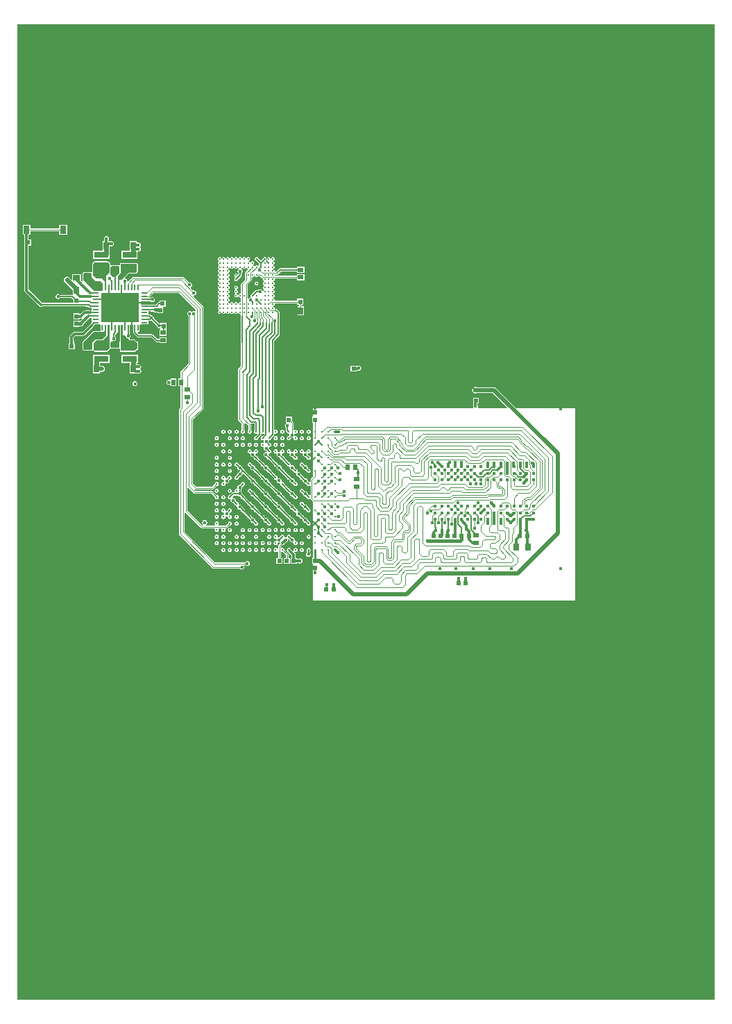
<source format=gtl>
G04 Layer_Physical_Order=1*
G04 Layer_Color=255*
%FSLAX43Y43*%
%MOMM*%
G71*
G01*
G75*
%ADD10R,0.700X0.510*%
%ADD11R,0.510X0.700*%
%ADD12R,0.560X0.510*%
%ADD13R,0.750X1.000*%
%ADD14R,0.640X0.890*%
%ADD15R,0.510X0.560*%
%ADD16C,0.230*%
%ADD17C,0.300*%
%ADD18C,0.400*%
%ADD19R,0.890X0.640*%
%ADD20R,1.800X0.800*%
%ADD21R,0.200X0.800*%
%ADD22R,4.600X3.600*%
%ADD23R,0.800X0.200*%
%ADD24C,0.120*%
%ADD25C,0.300*%
%ADD26C,0.200*%
%ADD27C,0.175*%
%ADD28C,0.150*%
%ADD29C,0.600*%
%ADD30C,0.100*%
%ADD31C,0.500*%
%ADD32C,0.240*%
%ADD33C,0.130*%
%ADD34C,0.400*%
%ADD35C,0.153*%
%ADD36C,0.090*%
%ADD37C,0.450*%
%ADD38C,0.250*%
%ADD39C,0.600*%
G36*
X85550Y625D02*
X475Y625D01*
X475Y119592D01*
X85550D01*
X85550Y625D01*
D02*
G37*
%LPC*%
G36*
X33600Y58155D02*
X33502Y58135D01*
X33420Y58080D01*
X33365Y57998D01*
X33345Y57900D01*
X33365Y57802D01*
X33420Y57720D01*
X33502Y57665D01*
X33600Y57645D01*
X33698Y57665D01*
X33780Y57720D01*
X33835Y57802D01*
X33855Y57900D01*
X33835Y57998D01*
X33780Y58080D01*
X33698Y58135D01*
X33600Y58155D01*
D02*
G37*
G36*
X32800D02*
X32702Y58135D01*
X32620Y58080D01*
X32565Y57998D01*
X32545Y57900D01*
X32565Y57802D01*
X32620Y57720D01*
X32702Y57665D01*
X32800Y57645D01*
X32898Y57665D01*
X32980Y57720D01*
X33035Y57802D01*
X33055Y57900D01*
X33035Y57998D01*
X32980Y58080D01*
X32898Y58135D01*
X32800Y58155D01*
D02*
G37*
G36*
X32000D02*
X31902Y58135D01*
X31820Y58080D01*
X31765Y57998D01*
X31745Y57900D01*
X31765Y57802D01*
X31820Y57720D01*
X31902Y57665D01*
X32000Y57645D01*
X32098Y57665D01*
X32180Y57720D01*
X32236Y57802D01*
X32255Y57900D01*
X32236Y57998D01*
X32180Y58080D01*
X32098Y58135D01*
X32000Y58155D01*
D02*
G37*
G36*
X34400D02*
X34302Y58135D01*
X34220Y58080D01*
X34165Y57998D01*
X34145Y57900D01*
X34165Y57802D01*
X34220Y57720D01*
X34302Y57665D01*
X34400Y57645D01*
X34498Y57665D01*
X34580Y57720D01*
X34636Y57802D01*
X34655Y57900D01*
X34636Y57998D01*
X34580Y58080D01*
X34498Y58135D01*
X34400Y58155D01*
D02*
G37*
G36*
X28800Y62955D02*
X28702Y62935D01*
X28620Y62880D01*
X28565Y62798D01*
X28545Y62700D01*
X28565Y62602D01*
X28620Y62520D01*
X28702Y62465D01*
X28758Y62453D01*
X28897Y62315D01*
X28894Y62300D01*
X28917Y62183D01*
X28984Y62084D01*
X29083Y62017D01*
X29200Y61994D01*
X29215Y61997D01*
X29353Y61858D01*
X29365Y61802D01*
X29420Y61720D01*
X29502Y61665D01*
X29558Y61653D01*
X30153Y61058D01*
X30165Y61002D01*
X30220Y60920D01*
X30302Y60865D01*
X30358Y60853D01*
X30497Y60715D01*
X30494Y60700D01*
X30517Y60583D01*
X30584Y60484D01*
X30683Y60417D01*
X30800Y60394D01*
X30815Y60397D01*
X30953Y60258D01*
X30965Y60202D01*
X31020Y60120D01*
X31102Y60065D01*
X31158Y60053D01*
X31753Y59458D01*
X31765Y59402D01*
X31820Y59320D01*
X31902Y59265D01*
X31958Y59253D01*
X32097Y59115D01*
X32094Y59100D01*
X32117Y58983D01*
X32184Y58884D01*
X32283Y58817D01*
X32400Y58794D01*
X32415Y58797D01*
X32553Y58658D01*
X32565Y58602D01*
X32620Y58520D01*
X32702Y58465D01*
X32800Y58445D01*
X32898Y58465D01*
X32980Y58520D01*
X33035Y58602D01*
X33055Y58700D01*
X33035Y58798D01*
X32980Y58880D01*
X32898Y58936D01*
X32842Y58947D01*
X32703Y59085D01*
X32706Y59100D01*
X32683Y59217D01*
X32616Y59316D01*
X32517Y59383D01*
X32400Y59406D01*
X32385Y59403D01*
X32247Y59542D01*
X32236Y59598D01*
X32180Y59680D01*
X32098Y59735D01*
X32042Y59747D01*
X31447Y60342D01*
X31435Y60398D01*
X31380Y60480D01*
X31298Y60535D01*
X31242Y60547D01*
X31103Y60685D01*
X31106Y60700D01*
X31083Y60817D01*
X31016Y60916D01*
X30917Y60983D01*
X30800Y61006D01*
X30785Y61003D01*
X30647Y61142D01*
X30635Y61198D01*
X30580Y61280D01*
X30498Y61335D01*
X30442Y61347D01*
X29847Y61942D01*
X29835Y61998D01*
X29780Y62080D01*
X29698Y62135D01*
X29642Y62147D01*
X29503Y62285D01*
X29506Y62300D01*
X29483Y62417D01*
X29416Y62516D01*
X29317Y62583D01*
X29200Y62606D01*
X29185Y62603D01*
X29047Y62742D01*
X29035Y62798D01*
X28980Y62880D01*
X28898Y62935D01*
X28800Y62955D01*
D02*
G37*
G36*
X27200Y58955D02*
X27102Y58935D01*
X27020Y58880D01*
X26965Y58798D01*
X26945Y58700D01*
X26965Y58602D01*
X27020Y58520D01*
X27102Y58465D01*
X27200Y58445D01*
X27298Y58465D01*
X27380Y58520D01*
X27435Y58602D01*
X27455Y58700D01*
X27435Y58798D01*
X27380Y58880D01*
X27298Y58935D01*
X27200Y58955D01*
D02*
G37*
G36*
X35200Y58155D02*
X35102Y58135D01*
X35020Y58080D01*
X34965Y57998D01*
X34945Y57900D01*
X34965Y57802D01*
X35020Y57720D01*
X35102Y57665D01*
X35200Y57645D01*
X35298Y57665D01*
X35380Y57720D01*
X35435Y57802D01*
X35455Y57900D01*
X35435Y57998D01*
X35380Y58080D01*
X35298Y58135D01*
X35200Y58155D01*
D02*
G37*
G36*
X28000D02*
X27902Y58135D01*
X27820Y58080D01*
X27765Y57998D01*
X27745Y57900D01*
X27765Y57802D01*
X27820Y57720D01*
X27902Y57665D01*
X28000Y57645D01*
X28098Y57665D01*
X28180Y57720D01*
X28236Y57802D01*
X28255Y57900D01*
X28236Y57998D01*
X28180Y58080D01*
X28098Y58135D01*
X28000Y58155D01*
D02*
G37*
G36*
X26400D02*
X26302Y58135D01*
X26220Y58080D01*
X26165Y57998D01*
X26145Y57900D01*
X26165Y57802D01*
X26220Y57720D01*
X26302Y57665D01*
X26400Y57645D01*
X26498Y57665D01*
X26580Y57720D01*
X26635Y57802D01*
X26655Y57900D01*
X26635Y57998D01*
X26580Y58080D01*
X26498Y58135D01*
X26400Y58155D01*
D02*
G37*
G36*
X33600Y57355D02*
X33502Y57335D01*
X33420Y57280D01*
X33365Y57198D01*
X33345Y57100D01*
X33351Y57071D01*
X33264Y56993D01*
X33200Y57006D01*
X33136Y56993D01*
X33049Y57071D01*
X33055Y57100D01*
X33035Y57198D01*
X32980Y57280D01*
X32898Y57335D01*
X32800Y57355D01*
X32702Y57335D01*
X32620Y57280D01*
X32565Y57198D01*
X32553Y57142D01*
X32415Y57003D01*
X32400Y57006D01*
X32336Y56993D01*
X32249Y57071D01*
X32255Y57100D01*
X32236Y57198D01*
X32180Y57280D01*
X32098Y57335D01*
X32000Y57355D01*
X31902Y57335D01*
X31820Y57280D01*
X31765Y57198D01*
X31745Y57100D01*
X31765Y57002D01*
X31820Y56920D01*
X31902Y56864D01*
X32000Y56845D01*
X32029Y56851D01*
X32107Y56764D01*
X32094Y56700D01*
X32107Y56636D01*
X32029Y56549D01*
X32000Y56555D01*
X31902Y56535D01*
X31820Y56480D01*
X31765Y56398D01*
X31745Y56300D01*
X31765Y56202D01*
X31820Y56120D01*
X31902Y56065D01*
X32000Y56045D01*
X32098Y56065D01*
X32180Y56120D01*
X32236Y56202D01*
X32255Y56300D01*
X32249Y56329D01*
X32336Y56407D01*
X32400Y56394D01*
X32426Y56399D01*
X32512Y56328D01*
X32513Y56244D01*
X32325Y56055D01*
X32289Y56002D01*
X32277Y55940D01*
X32277Y55940D01*
Y55716D01*
X32197Y55686D01*
X32177Y55682D01*
X32098Y55735D01*
X32000Y55755D01*
X31902Y55735D01*
X31820Y55680D01*
X31765Y55598D01*
X31745Y55500D01*
X31765Y55402D01*
X31820Y55320D01*
X31902Y55264D01*
X32000Y55245D01*
X32098Y55264D01*
X32177Y55318D01*
X32197Y55314D01*
X32277Y55284D01*
Y54495D01*
X32070D01*
Y53785D01*
X32830D01*
Y54495D01*
X32603D01*
Y55211D01*
X32702Y55265D01*
X32800Y55245D01*
X32820Y55249D01*
X33207Y54862D01*
Y54480D01*
X32945D01*
Y53770D01*
X33705D01*
Y54480D01*
X33533D01*
Y54930D01*
X33533Y54930D01*
X33521Y54992D01*
X33485Y55045D01*
X33485Y55045D01*
X33051Y55480D01*
X33055Y55500D01*
X33035Y55598D01*
X32980Y55680D01*
X32898Y55735D01*
X32800Y55755D01*
X32704Y55736D01*
X32620Y55791D01*
X32612Y55881D01*
X32780Y56049D01*
X32800Y56045D01*
X32898Y56065D01*
X32980Y56120D01*
X32980Y56120D01*
X33268Y56408D01*
X33317Y56417D01*
X33416Y56484D01*
X33483Y56583D01*
X33506Y56700D01*
X33493Y56764D01*
X33503Y56778D01*
X33611Y56801D01*
X33697Y56715D01*
X33694Y56700D01*
X33717Y56583D01*
X33784Y56484D01*
X33883Y56417D01*
X34000Y56394D01*
X34064Y56407D01*
X34151Y56329D01*
X34145Y56300D01*
X34165Y56202D01*
X34220Y56120D01*
X34302Y56065D01*
X34400Y56045D01*
X34498Y56065D01*
X34580Y56120D01*
X34636Y56202D01*
X34655Y56300D01*
X34636Y56398D01*
X34580Y56480D01*
X34498Y56535D01*
X34400Y56555D01*
X34371Y56549D01*
X34293Y56636D01*
X34306Y56700D01*
X34283Y56817D01*
X34216Y56916D01*
X34117Y56983D01*
X34000Y57006D01*
X33985Y57003D01*
X33847Y57142D01*
X33835Y57198D01*
X33780Y57280D01*
X33698Y57335D01*
X33600Y57355D01*
D02*
G37*
G36*
X28800Y58155D02*
X28702Y58135D01*
X28620Y58080D01*
X28565Y57998D01*
X28545Y57900D01*
X28565Y57802D01*
X28620Y57720D01*
X28702Y57665D01*
X28800Y57645D01*
X28898Y57665D01*
X28980Y57720D01*
X29035Y57802D01*
X29055Y57900D01*
X29035Y57998D01*
X28980Y58080D01*
X28898Y58135D01*
X28800Y58155D01*
D02*
G37*
G36*
X31200D02*
X31102Y58135D01*
X31020Y58080D01*
X30965Y57998D01*
X30945Y57900D01*
X30965Y57802D01*
X31020Y57720D01*
X31102Y57665D01*
X31200Y57645D01*
X31298Y57665D01*
X31380Y57720D01*
X31435Y57802D01*
X31455Y57900D01*
X31435Y57998D01*
X31380Y58080D01*
X31298Y58135D01*
X31200Y58155D01*
D02*
G37*
G36*
X30400D02*
X30302Y58135D01*
X30220Y58080D01*
X30165Y57998D01*
X30145Y57900D01*
X30165Y57802D01*
X30220Y57720D01*
X30302Y57665D01*
X30400Y57645D01*
X30498Y57665D01*
X30580Y57720D01*
X30635Y57802D01*
X30655Y57900D01*
X30635Y57998D01*
X30580Y58080D01*
X30498Y58135D01*
X30400Y58155D01*
D02*
G37*
G36*
X29600D02*
X29502Y58135D01*
X29420Y58080D01*
X29365Y57998D01*
X29345Y57900D01*
X29365Y57802D01*
X29420Y57720D01*
X29502Y57665D01*
X29600Y57645D01*
X29698Y57665D01*
X29780Y57720D01*
X29836Y57802D01*
X29855Y57900D01*
X29836Y57998D01*
X29780Y58080D01*
X29698Y58135D01*
X29600Y58155D01*
D02*
G37*
G36*
X25600Y62155D02*
X25502Y62135D01*
X25420Y62080D01*
X25365Y61998D01*
X25345Y61900D01*
X25365Y61802D01*
X25420Y61720D01*
X25502Y61665D01*
X25600Y61645D01*
X25698Y61665D01*
X25780Y61720D01*
X25836Y61802D01*
X25855Y61900D01*
X25836Y61998D01*
X25780Y62080D01*
X25698Y62135D01*
X25600Y62155D01*
D02*
G37*
G36*
Y61355D02*
X25502Y61335D01*
X25420Y61280D01*
X25365Y61198D01*
X25345Y61100D01*
X25365Y61002D01*
X25420Y60920D01*
X25502Y60865D01*
X25600Y60845D01*
X25698Y60865D01*
X25780Y60920D01*
X25836Y61002D01*
X25855Y61100D01*
X25836Y61198D01*
X25780Y61280D01*
X25698Y61335D01*
X25600Y61355D01*
D02*
G37*
G36*
X24800D02*
X24702Y61335D01*
X24620Y61280D01*
X24565Y61198D01*
X24545Y61100D01*
X24565Y61002D01*
X24620Y60920D01*
X24702Y60865D01*
X24800Y60845D01*
X24898Y60865D01*
X24980Y60920D01*
X25035Y61002D01*
X25055Y61100D01*
X25035Y61198D01*
X24980Y61280D01*
X24898Y61335D01*
X24800Y61355D01*
D02*
G37*
G36*
Y62955D02*
X24702Y62935D01*
X24620Y62880D01*
X24565Y62798D01*
X24545Y62700D01*
X24565Y62602D01*
X24620Y62520D01*
X24702Y62465D01*
X24800Y62445D01*
X24898Y62465D01*
X24980Y62520D01*
X25035Y62602D01*
X25055Y62700D01*
X25035Y62798D01*
X24980Y62880D01*
X24898Y62935D01*
X24800Y62955D01*
D02*
G37*
G36*
Y64555D02*
X24702Y64535D01*
X24620Y64480D01*
X24565Y64398D01*
X24545Y64300D01*
X24565Y64202D01*
X24620Y64120D01*
X24702Y64065D01*
X24800Y64045D01*
X24898Y64065D01*
X24980Y64120D01*
X25035Y64202D01*
X25055Y64300D01*
X25035Y64398D01*
X24980Y64480D01*
X24898Y64535D01*
X24800Y64555D01*
D02*
G37*
G36*
X28000Y63755D02*
X27902Y63735D01*
X27820Y63680D01*
X27765Y63598D01*
X27753Y63542D01*
X27615Y63403D01*
X27600Y63406D01*
X27483Y63383D01*
X27384Y63316D01*
X27317Y63217D01*
X27294Y63100D01*
X27307Y63036D01*
X27229Y62949D01*
X27200Y62955D01*
X27102Y62935D01*
X27020Y62880D01*
X26965Y62798D01*
X26945Y62700D01*
X26965Y62602D01*
X26910Y62504D01*
X26800D01*
X26722Y62488D01*
X26656Y62444D01*
X26656Y62444D01*
X26358Y62147D01*
X26302Y62135D01*
X26220Y62080D01*
X26165Y61998D01*
X26145Y61900D01*
X26165Y61802D01*
X26220Y61720D01*
X26302Y61665D01*
X26400Y61645D01*
X26429Y61651D01*
X26507Y61564D01*
X26494Y61500D01*
X26517Y61383D01*
X26584Y61284D01*
X26683Y61217D01*
X26800Y61194D01*
X26815Y61197D01*
X26953Y61058D01*
X26965Y61002D01*
X27020Y60920D01*
X27102Y60865D01*
X27200Y60845D01*
X27229Y60851D01*
X27307Y60764D01*
X27294Y60700D01*
X27317Y60583D01*
X27384Y60484D01*
X27483Y60417D01*
X27600Y60394D01*
X27615Y60397D01*
X27753Y60258D01*
X27765Y60202D01*
X27820Y60120D01*
X27902Y60065D01*
X27958Y60053D01*
X28553Y59458D01*
X28565Y59402D01*
X28620Y59320D01*
X28702Y59265D01*
X28758Y59253D01*
X28897Y59115D01*
X28894Y59100D01*
X28917Y58983D01*
X28984Y58884D01*
X29083Y58817D01*
X29200Y58794D01*
X29215Y58797D01*
X29353Y58658D01*
X29365Y58602D01*
X29420Y58520D01*
X29502Y58465D01*
X29600Y58445D01*
X29698Y58465D01*
X29780Y58520D01*
X29835Y58602D01*
X29855Y58700D01*
X29835Y58798D01*
X29780Y58880D01*
X29698Y58936D01*
X29642Y58947D01*
X29503Y59085D01*
X29506Y59100D01*
X29483Y59217D01*
X29416Y59316D01*
X29317Y59383D01*
X29200Y59406D01*
X29185Y59403D01*
X29047Y59542D01*
X29035Y59598D01*
X28980Y59680D01*
X28898Y59735D01*
X28842Y59747D01*
X28247Y60342D01*
X28236Y60398D01*
X28180Y60480D01*
X28098Y60535D01*
X28042Y60547D01*
X27903Y60685D01*
X27906Y60700D01*
X27883Y60817D01*
X27816Y60916D01*
X27717Y60983D01*
X27600Y61006D01*
X27536Y60993D01*
X27449Y61071D01*
X27455Y61100D01*
X27435Y61198D01*
X27380Y61280D01*
X27298Y61335D01*
X27242Y61347D01*
X27103Y61485D01*
X27106Y61500D01*
X27083Y61617D01*
X27016Y61716D01*
X26917Y61783D01*
X26800Y61806D01*
X26736Y61793D01*
X26722Y61803D01*
X26699Y61911D01*
X26884Y62096D01*
X27375D01*
X27384Y62084D01*
X27483Y62017D01*
X27600Y61994D01*
X27615Y61997D01*
X27753Y61858D01*
X27765Y61802D01*
X27820Y61720D01*
X27902Y61665D01*
X27958Y61653D01*
X28553Y61058D01*
X28565Y61002D01*
X28620Y60920D01*
X28702Y60865D01*
X28758Y60853D01*
X28897Y60715D01*
X28894Y60700D01*
X28917Y60583D01*
X28984Y60484D01*
X29083Y60417D01*
X29200Y60394D01*
X29215Y60397D01*
X29353Y60258D01*
X29365Y60202D01*
X29420Y60120D01*
X29502Y60065D01*
X29558Y60053D01*
X30153Y59458D01*
X30165Y59402D01*
X30220Y59320D01*
X30302Y59265D01*
X30358Y59253D01*
X30497Y59115D01*
X30494Y59100D01*
X30517Y58983D01*
X30584Y58884D01*
X30683Y58817D01*
X30800Y58794D01*
X30815Y58797D01*
X30953Y58658D01*
X30965Y58602D01*
X31020Y58520D01*
X31102Y58465D01*
X31200Y58445D01*
X31298Y58465D01*
X31380Y58520D01*
X31435Y58602D01*
X31455Y58700D01*
X31435Y58798D01*
X31380Y58880D01*
X31298Y58936D01*
X31242Y58947D01*
X31103Y59085D01*
X31106Y59100D01*
X31083Y59217D01*
X31016Y59316D01*
X30917Y59383D01*
X30800Y59406D01*
X30785Y59403D01*
X30647Y59542D01*
X30635Y59598D01*
X30580Y59680D01*
X30498Y59735D01*
X30442Y59747D01*
X29847Y60342D01*
X29835Y60398D01*
X29780Y60480D01*
X29698Y60535D01*
X29642Y60547D01*
X29503Y60685D01*
X29506Y60700D01*
X29483Y60817D01*
X29416Y60916D01*
X29317Y60983D01*
X29200Y61006D01*
X29185Y61003D01*
X29047Y61142D01*
X29035Y61198D01*
X28980Y61280D01*
X28898Y61335D01*
X28842Y61347D01*
X28247Y61942D01*
X28236Y61998D01*
X28180Y62080D01*
X28098Y62135D01*
X28042Y62147D01*
X27903Y62285D01*
X27906Y62300D01*
X27883Y62417D01*
X27816Y62516D01*
X27804Y62525D01*
Y62875D01*
X27816Y62884D01*
X27883Y62983D01*
X27906Y63100D01*
X27903Y63115D01*
X28042Y63253D01*
X28098Y63265D01*
X28180Y63320D01*
X28236Y63402D01*
X28255Y63500D01*
X28236Y63598D01*
X28180Y63680D01*
X28098Y63735D01*
X28000Y63755D01*
D02*
G37*
G36*
X26400Y62955D02*
X26302Y62935D01*
X26220Y62880D01*
X26165Y62798D01*
X26145Y62700D01*
X26165Y62602D01*
X26220Y62520D01*
X26302Y62465D01*
X26400Y62445D01*
X26498Y62465D01*
X26580Y62520D01*
X26635Y62602D01*
X26655Y62700D01*
X26635Y62798D01*
X26580Y62880D01*
X26498Y62935D01*
X26400Y62955D01*
D02*
G37*
G36*
X24800Y59755D02*
X24702Y59735D01*
X24620Y59680D01*
X24565Y59598D01*
X24545Y59500D01*
X24565Y59402D01*
X24620Y59320D01*
X24702Y59265D01*
X24800Y59245D01*
X24898Y59265D01*
X24980Y59320D01*
X25035Y59402D01*
X25055Y59500D01*
X25035Y59598D01*
X24980Y59680D01*
X24898Y59735D01*
X24800Y59755D01*
D02*
G37*
G36*
X28800Y66155D02*
X28702Y66135D01*
X28620Y66080D01*
X28565Y65998D01*
X28545Y65900D01*
X28565Y65802D01*
X28620Y65720D01*
X28702Y65665D01*
X28758Y65653D01*
X28897Y65515D01*
X28894Y65500D01*
X28917Y65383D01*
X28984Y65284D01*
X29083Y65217D01*
X29200Y65194D01*
X29215Y65197D01*
X29353Y65058D01*
X29365Y65002D01*
X29420Y64920D01*
X29502Y64865D01*
X29558Y64853D01*
X30153Y64258D01*
X30164Y64202D01*
X30220Y64120D01*
X30302Y64064D01*
X30358Y64053D01*
X30497Y63915D01*
X30494Y63900D01*
X30517Y63783D01*
X30584Y63684D01*
X30683Y63617D01*
X30800Y63594D01*
X30815Y63597D01*
X30953Y63458D01*
X30965Y63402D01*
X31020Y63320D01*
X31102Y63264D01*
X31158Y63253D01*
X31753Y62658D01*
X31765Y62602D01*
X31820Y62520D01*
X31902Y62465D01*
X31958Y62453D01*
X32097Y62315D01*
X32094Y62300D01*
X32117Y62183D01*
X32184Y62084D01*
X32283Y62017D01*
X32400Y61994D01*
X32415Y61997D01*
X32553Y61858D01*
X32565Y61802D01*
X32620Y61720D01*
X32702Y61665D01*
X32758Y61653D01*
X33353Y61058D01*
X33365Y61002D01*
X33420Y60920D01*
X33502Y60865D01*
X33558Y60853D01*
X33697Y60715D01*
X33694Y60700D01*
X33717Y60583D01*
X33784Y60484D01*
X33883Y60417D01*
X34000Y60394D01*
X34015Y60397D01*
X34153Y60258D01*
X34165Y60202D01*
X34220Y60120D01*
X34302Y60065D01*
X34400Y60045D01*
X34457Y60056D01*
X34517Y59967D01*
X34494Y59850D01*
X34517Y59733D01*
X34584Y59634D01*
X34683Y59567D01*
X34800Y59544D01*
X34856Y59555D01*
X34953Y59458D01*
X34965Y59402D01*
X35020Y59320D01*
X35102Y59265D01*
X35158Y59253D01*
X35297Y59115D01*
X35294Y59100D01*
X35317Y58983D01*
X35384Y58884D01*
X35483Y58817D01*
X35600Y58794D01*
X35615Y58797D01*
X35753Y58658D01*
X35765Y58602D01*
X35820Y58520D01*
X35902Y58465D01*
X36000Y58445D01*
X36098Y58465D01*
X36180Y58520D01*
X36235Y58602D01*
X36255Y58700D01*
X36235Y58798D01*
X36180Y58880D01*
X36098Y58936D01*
X36042Y58947D01*
X35903Y59085D01*
X35906Y59100D01*
X35883Y59217D01*
X35816Y59316D01*
X35717Y59383D01*
X35600Y59406D01*
X35585Y59403D01*
X35447Y59542D01*
X35435Y59598D01*
X35380Y59680D01*
X35298Y59735D01*
X35242Y59747D01*
X35098Y59891D01*
X35083Y59967D01*
X35016Y60066D01*
X34917Y60133D01*
X34800Y60156D01*
X34713Y60139D01*
X34673Y60172D01*
X34646Y60203D01*
X34639Y60218D01*
X34655Y60300D01*
X34636Y60398D01*
X34580Y60480D01*
X34498Y60535D01*
X34442Y60547D01*
X34303Y60685D01*
X34306Y60700D01*
X34283Y60817D01*
X34216Y60916D01*
X34117Y60983D01*
X34000Y61006D01*
X33985Y61003D01*
X33847Y61142D01*
X33835Y61198D01*
X33780Y61280D01*
X33698Y61335D01*
X33642Y61347D01*
X33047Y61942D01*
X33035Y61998D01*
X32980Y62080D01*
X32898Y62135D01*
X32842Y62147D01*
X32703Y62285D01*
X32706Y62300D01*
X32683Y62417D01*
X32616Y62516D01*
X32517Y62583D01*
X32400Y62606D01*
X32385Y62603D01*
X32247Y62742D01*
X32236Y62798D01*
X32180Y62880D01*
X32098Y62935D01*
X32042Y62947D01*
X31447Y63542D01*
X31435Y63598D01*
X31380Y63680D01*
X31298Y63735D01*
X31242Y63747D01*
X31103Y63885D01*
X31106Y63900D01*
X31083Y64017D01*
X31016Y64116D01*
X30917Y64183D01*
X30800Y64206D01*
X30785Y64203D01*
X30647Y64342D01*
X30635Y64398D01*
X30580Y64480D01*
X30498Y64535D01*
X30442Y64547D01*
X29847Y65142D01*
X29835Y65198D01*
X29780Y65280D01*
X29698Y65335D01*
X29642Y65347D01*
X29503Y65485D01*
X29506Y65500D01*
X29483Y65617D01*
X29416Y65716D01*
X29317Y65783D01*
X29200Y65806D01*
X29185Y65803D01*
X29047Y65942D01*
X29035Y65998D01*
X28980Y66080D01*
X28898Y66135D01*
X28800Y66155D01*
D02*
G37*
G36*
X27200D02*
X27102Y66135D01*
X27020Y66080D01*
X26965Y65998D01*
X26945Y65900D01*
X26965Y65802D01*
X27020Y65720D01*
X27102Y65665D01*
X27158Y65653D01*
X27297Y65515D01*
X27294Y65500D01*
X27317Y65383D01*
X27384Y65284D01*
X27483Y65217D01*
X27600Y65194D01*
X27662Y65117D01*
Y65083D01*
X27600Y65006D01*
X27483Y64983D01*
X27384Y64916D01*
X27317Y64817D01*
X27294Y64700D01*
X27297Y64685D01*
X27158Y64547D01*
X27102Y64535D01*
X27020Y64480D01*
X26965Y64398D01*
X26945Y64300D01*
X26965Y64202D01*
X27020Y64120D01*
X27102Y64065D01*
X27200Y64045D01*
X27298Y64065D01*
X27380Y64120D01*
X27435Y64202D01*
X27447Y64258D01*
X27585Y64397D01*
X27600Y64394D01*
X27717Y64417D01*
X27816Y64484D01*
X27883Y64583D01*
X27906Y64700D01*
X27903Y64715D01*
X28000Y64812D01*
X28553Y64258D01*
X28565Y64202D01*
X28620Y64120D01*
X28702Y64065D01*
X28758Y64053D01*
X28897Y63915D01*
X28894Y63900D01*
X28917Y63783D01*
X28984Y63684D01*
X29083Y63617D01*
X29200Y63594D01*
X29215Y63597D01*
X29353Y63458D01*
X29365Y63402D01*
X29420Y63320D01*
X29502Y63264D01*
X29558Y63253D01*
X30153Y62658D01*
X30165Y62602D01*
X30220Y62520D01*
X30302Y62465D01*
X30358Y62453D01*
X30497Y62315D01*
X30494Y62300D01*
X30517Y62183D01*
X30584Y62084D01*
X30683Y62017D01*
X30800Y61994D01*
X30815Y61997D01*
X30953Y61858D01*
X30965Y61802D01*
X31020Y61720D01*
X31102Y61665D01*
X31158Y61653D01*
X31753Y61058D01*
X31765Y61002D01*
X31820Y60920D01*
X31902Y60865D01*
X31958Y60853D01*
X32097Y60715D01*
X32094Y60700D01*
X32117Y60583D01*
X32184Y60484D01*
X32283Y60417D01*
X32400Y60394D01*
X32415Y60397D01*
X32553Y60258D01*
X32565Y60202D01*
X32620Y60120D01*
X32702Y60065D01*
X32758Y60053D01*
X33353Y59458D01*
X33365Y59402D01*
X33420Y59320D01*
X33502Y59265D01*
X33558Y59253D01*
X33697Y59115D01*
X33694Y59100D01*
X33717Y58983D01*
X33784Y58884D01*
X33883Y58817D01*
X34000Y58794D01*
X34015Y58797D01*
X34153Y58658D01*
X34165Y58602D01*
X34220Y58520D01*
X34302Y58465D01*
X34400Y58445D01*
X34498Y58465D01*
X34580Y58520D01*
X34635Y58602D01*
X34655Y58700D01*
X34635Y58798D01*
X34580Y58880D01*
X34498Y58936D01*
X34442Y58947D01*
X34303Y59085D01*
X34306Y59100D01*
X34283Y59217D01*
X34216Y59316D01*
X34117Y59383D01*
X34000Y59406D01*
X33985Y59403D01*
X33847Y59542D01*
X33835Y59598D01*
X33780Y59680D01*
X33698Y59735D01*
X33642Y59747D01*
X33047Y60342D01*
X33035Y60398D01*
X32980Y60480D01*
X32898Y60535D01*
X32842Y60547D01*
X32703Y60685D01*
X32706Y60700D01*
X32683Y60817D01*
X32616Y60916D01*
X32517Y60983D01*
X32400Y61006D01*
X32385Y61003D01*
X32247Y61142D01*
X32236Y61198D01*
X32180Y61280D01*
X32098Y61335D01*
X32042Y61347D01*
X31447Y61942D01*
X31435Y61998D01*
X31380Y62080D01*
X31298Y62135D01*
X31242Y62147D01*
X31103Y62285D01*
X31106Y62300D01*
X31083Y62417D01*
X31016Y62516D01*
X30917Y62583D01*
X30800Y62606D01*
X30785Y62603D01*
X30647Y62742D01*
X30635Y62798D01*
X30580Y62880D01*
X30498Y62936D01*
X30442Y62947D01*
X29847Y63542D01*
X29835Y63598D01*
X29780Y63680D01*
X29698Y63735D01*
X29642Y63747D01*
X29503Y63885D01*
X29506Y63900D01*
X29483Y64017D01*
X29416Y64116D01*
X29317Y64183D01*
X29200Y64206D01*
X29185Y64203D01*
X29047Y64342D01*
X29035Y64398D01*
X28980Y64480D01*
X28898Y64535D01*
X28842Y64547D01*
X28247Y65142D01*
X28236Y65198D01*
X28180Y65280D01*
X28098Y65335D01*
X28042Y65347D01*
X27903Y65485D01*
X27906Y65500D01*
X27883Y65617D01*
X27816Y65716D01*
X27717Y65783D01*
X27600Y65806D01*
X27585Y65803D01*
X27447Y65942D01*
X27435Y65998D01*
X27380Y66080D01*
X27298Y66135D01*
X27200Y66155D01*
D02*
G37*
G36*
Y59755D02*
X27102Y59735D01*
X27020Y59680D01*
X26965Y59598D01*
X26945Y59500D01*
X26965Y59402D01*
X27020Y59320D01*
X27102Y59265D01*
X27200Y59245D01*
X27298Y59265D01*
X27380Y59320D01*
X27435Y59402D01*
X27455Y59500D01*
X27435Y59598D01*
X27380Y59680D01*
X27298Y59735D01*
X27200Y59755D01*
D02*
G37*
G36*
X26400Y60555D02*
X26302Y60535D01*
X26220Y60480D01*
X26165Y60398D01*
X26153Y60342D01*
X26015Y60203D01*
X26000Y60206D01*
X25936Y60193D01*
X25849Y60271D01*
X25855Y60300D01*
X25836Y60398D01*
X25780Y60480D01*
X25698Y60535D01*
X25600Y60555D01*
X25502Y60535D01*
X25420Y60480D01*
X25365Y60398D01*
X25345Y60300D01*
X25365Y60202D01*
X25420Y60120D01*
X25502Y60065D01*
X25600Y60045D01*
X25629Y60051D01*
X25707Y59964D01*
X25694Y59900D01*
X25707Y59836D01*
X25629Y59749D01*
X25600Y59755D01*
X25502Y59735D01*
X25420Y59680D01*
X25365Y59598D01*
X25345Y59500D01*
X25365Y59402D01*
X25420Y59320D01*
X25502Y59265D01*
X25600Y59245D01*
X25698Y59265D01*
X25780Y59320D01*
X25836Y59402D01*
X25855Y59500D01*
X25849Y59529D01*
X25936Y59607D01*
X26000Y59594D01*
X26064Y59607D01*
X26151Y59529D01*
X26145Y59500D01*
X26165Y59402D01*
X26220Y59320D01*
X26302Y59265D01*
X26400Y59245D01*
X26498Y59265D01*
X26580Y59320D01*
X26635Y59402D01*
X26655Y59500D01*
X26635Y59598D01*
X26580Y59680D01*
X26498Y59735D01*
X26400Y59755D01*
X26371Y59749D01*
X26293Y59836D01*
X26306Y59900D01*
X26303Y59915D01*
X26442Y60053D01*
X26498Y60065D01*
X26580Y60120D01*
X26635Y60202D01*
X26655Y60300D01*
X26635Y60398D01*
X26580Y60480D01*
X26498Y60535D01*
X26400Y60555D01*
D02*
G37*
G36*
X35200Y61355D02*
X35102Y61335D01*
X35020Y61280D01*
X34965Y61198D01*
X34945Y61100D01*
X34965Y61002D01*
X35020Y60920D01*
X35102Y60865D01*
X35158Y60853D01*
X35297Y60715D01*
X35294Y60700D01*
X35317Y60583D01*
X35384Y60484D01*
X35483Y60417D01*
X35600Y60394D01*
X35615Y60397D01*
X35753Y60258D01*
X35765Y60202D01*
X35820Y60120D01*
X35902Y60065D01*
X36000Y60045D01*
X36098Y60065D01*
X36180Y60120D01*
X36235Y60202D01*
X36255Y60300D01*
X36235Y60398D01*
X36180Y60480D01*
X36098Y60535D01*
X36042Y60547D01*
X35903Y60685D01*
X35906Y60700D01*
X35883Y60817D01*
X35816Y60916D01*
X35717Y60983D01*
X35600Y61006D01*
X35585Y61003D01*
X35447Y61142D01*
X35435Y61198D01*
X35380Y61280D01*
X35298Y61335D01*
X35200Y61355D01*
D02*
G37*
G36*
X24800Y60555D02*
X24702Y60535D01*
X24620Y60480D01*
X24565Y60398D01*
X24545Y60300D01*
X24565Y60202D01*
X24620Y60120D01*
X24702Y60065D01*
X24800Y60045D01*
X24898Y60065D01*
X24980Y60120D01*
X25035Y60202D01*
X25055Y60300D01*
X25035Y60398D01*
X24980Y60480D01*
X24898Y60535D01*
X24800Y60555D01*
D02*
G37*
G36*
X31200Y55755D02*
X31102Y55735D01*
X31020Y55680D01*
X30965Y55598D01*
X30945Y55500D01*
X30965Y55402D01*
X31020Y55320D01*
X31102Y55265D01*
X31200Y55245D01*
X31298Y55265D01*
X31380Y55320D01*
X31435Y55402D01*
X31455Y55500D01*
X31435Y55598D01*
X31380Y55680D01*
X31298Y55735D01*
X31200Y55755D01*
D02*
G37*
G36*
X29600D02*
X29502Y55735D01*
X29420Y55680D01*
X29365Y55598D01*
X29345Y55500D01*
X29365Y55402D01*
X29420Y55320D01*
X29502Y55265D01*
X29600Y55245D01*
X29698Y55265D01*
X29780Y55320D01*
X29835Y55402D01*
X29855Y55500D01*
X29835Y55598D01*
X29780Y55680D01*
X29698Y55735D01*
X29600Y55755D01*
D02*
G37*
G36*
X35200Y55755D02*
X35102Y55735D01*
X35020Y55680D01*
X34965Y55598D01*
X34945Y55500D01*
X34965Y55402D01*
X35020Y55320D01*
X35102Y55264D01*
X35200Y55245D01*
X35298Y55264D01*
X35380Y55320D01*
X35435Y55402D01*
X35455Y55500D01*
X35435Y55598D01*
X35380Y55680D01*
X35298Y55735D01*
X35200Y55755D01*
D02*
G37*
G36*
X34400Y55755D02*
X34302Y55735D01*
X34220Y55680D01*
X34165Y55598D01*
X34145Y55500D01*
X34165Y55402D01*
X34181Y55377D01*
X34104Y55314D01*
X33839Y55578D01*
X33835Y55598D01*
X33780Y55680D01*
X33698Y55735D01*
X33600Y55755D01*
X33502Y55735D01*
X33420Y55680D01*
X33365Y55598D01*
X33345Y55500D01*
X33365Y55402D01*
X33420Y55320D01*
X33502Y55264D01*
X33522Y55261D01*
X33945Y54838D01*
Y54480D01*
X33820D01*
Y53770D01*
X34580D01*
Y53870D01*
X34792D01*
X34833Y53842D01*
X34950Y53819D01*
X35067Y53842D01*
X35166Y53909D01*
X35233Y54008D01*
X35256Y54125D01*
X35233Y54242D01*
X35166Y54341D01*
X35067Y54408D01*
X34950Y54431D01*
X34833Y54408D01*
X34792Y54380D01*
X34580D01*
Y54480D01*
X34455D01*
Y54900D01*
X34435Y54998D01*
X34380Y55080D01*
X34298Y55135D01*
X34286Y55138D01*
X34260Y55179D01*
X34270Y55198D01*
X34327Y55260D01*
X34400Y55245D01*
X34498Y55265D01*
X34580Y55320D01*
X34635Y55402D01*
X34655Y55500D01*
X34635Y55598D01*
X34580Y55680D01*
X34498Y55735D01*
X34400Y55755D01*
D02*
G37*
G36*
X26400Y56555D02*
X26302Y56535D01*
X26220Y56480D01*
X26165Y56398D01*
X26145Y56300D01*
X26165Y56202D01*
X26220Y56120D01*
X26302Y56065D01*
X26400Y56045D01*
X26498Y56065D01*
X26580Y56120D01*
X26635Y56202D01*
X26655Y56300D01*
X26635Y56398D01*
X26580Y56480D01*
X26498Y56535D01*
X26400Y56555D01*
D02*
G37*
G36*
X25600D02*
X25502Y56535D01*
X25420Y56480D01*
X25365Y56398D01*
X25345Y56300D01*
X25365Y56202D01*
X25420Y56120D01*
X25502Y56065D01*
X25600Y56045D01*
X25698Y56065D01*
X25780Y56120D01*
X25836Y56202D01*
X25855Y56300D01*
X25836Y56398D01*
X25780Y56480D01*
X25698Y56535D01*
X25600Y56555D01*
D02*
G37*
G36*
X24800D02*
X24702Y56535D01*
X24620Y56480D01*
X24565Y56398D01*
X24545Y56300D01*
X24565Y56202D01*
X24620Y56120D01*
X24702Y56065D01*
X24800Y56045D01*
X24898Y56065D01*
X24980Y56120D01*
X25035Y56202D01*
X25055Y56300D01*
X25035Y56398D01*
X24980Y56480D01*
X24898Y56535D01*
X24800Y56555D01*
D02*
G37*
G36*
X26400Y55755D02*
X26302Y55735D01*
X26220Y55680D01*
X26165Y55598D01*
X26145Y55500D01*
X26165Y55402D01*
X26220Y55320D01*
X26302Y55264D01*
X26400Y55245D01*
X26498Y55264D01*
X26580Y55320D01*
X26635Y55402D01*
X26655Y55500D01*
X26635Y55598D01*
X26580Y55680D01*
X26498Y55735D01*
X26400Y55755D01*
D02*
G37*
G36*
X25600D02*
X25502Y55735D01*
X25420Y55680D01*
X25365Y55598D01*
X25345Y55500D01*
X25365Y55402D01*
X25420Y55320D01*
X25502Y55264D01*
X25600Y55245D01*
X25698Y55264D01*
X25780Y55320D01*
X25836Y55402D01*
X25855Y55500D01*
X25836Y55598D01*
X25780Y55680D01*
X25698Y55735D01*
X25600Y55755D01*
D02*
G37*
G36*
X36000Y55755D02*
X35902Y55735D01*
X35820Y55680D01*
X35765Y55598D01*
X35745Y55500D01*
X35765Y55402D01*
X35796Y55355D01*
X35796Y55159D01*
X35784Y55151D01*
X35717Y55051D01*
X35694Y54934D01*
X35717Y54817D01*
X35784Y54718D01*
X35883Y54652D01*
X36000Y54628D01*
X36117Y54652D01*
X36216Y54718D01*
X36283Y54817D01*
X36306Y54934D01*
X36283Y55051D01*
X36216Y55151D01*
X36204Y55159D01*
X36204Y55355D01*
X36235Y55402D01*
X36255Y55500D01*
X36235Y55598D01*
X36180Y55680D01*
X36098Y55735D01*
X36000Y55755D01*
D02*
G37*
G36*
X27200Y55755D02*
X27102Y55735D01*
X27020Y55680D01*
X26965Y55598D01*
X26945Y55500D01*
X26965Y55402D01*
X27020Y55320D01*
X27102Y55264D01*
X27200Y55245D01*
X27298Y55264D01*
X27380Y55320D01*
X27435Y55402D01*
X27455Y55500D01*
X27435Y55598D01*
X27380Y55680D01*
X27298Y55735D01*
X27200Y55755D01*
D02*
G37*
G36*
X30400D02*
X30302Y55735D01*
X30220Y55680D01*
X30165Y55598D01*
X30145Y55500D01*
X30165Y55402D01*
X30220Y55320D01*
X30302Y55264D01*
X30400Y55245D01*
X30498Y55264D01*
X30580Y55320D01*
X30635Y55402D01*
X30655Y55500D01*
X30635Y55598D01*
X30580Y55680D01*
X30498Y55735D01*
X30400Y55755D01*
D02*
G37*
G36*
X28800D02*
X28702Y55735D01*
X28620Y55680D01*
X28565Y55598D01*
X28545Y55500D01*
X28565Y55402D01*
X28620Y55320D01*
X28702Y55264D01*
X28800Y55245D01*
X28898Y55264D01*
X28980Y55320D01*
X29035Y55402D01*
X29055Y55500D01*
X29035Y55598D01*
X28980Y55680D01*
X28898Y55735D01*
X28800Y55755D01*
D02*
G37*
G36*
X28000D02*
X27902Y55735D01*
X27820Y55680D01*
X27765Y55598D01*
X27745Y55500D01*
X27765Y55402D01*
X27820Y55320D01*
X27902Y55264D01*
X28000Y55245D01*
X28098Y55264D01*
X28180Y55320D01*
X28236Y55402D01*
X28255Y55500D01*
X28236Y55598D01*
X28180Y55680D01*
X28098Y55735D01*
X28000Y55755D01*
D02*
G37*
G36*
X27200Y57355D02*
X27102Y57335D01*
X27020Y57280D01*
X26965Y57198D01*
X26945Y57100D01*
X26965Y57002D01*
X27020Y56920D01*
X27102Y56864D01*
X27200Y56845D01*
X27298Y56864D01*
X27380Y56920D01*
X27435Y57002D01*
X27455Y57100D01*
X27435Y57198D01*
X27380Y57280D01*
X27298Y57335D01*
X27200Y57355D01*
D02*
G37*
G36*
X25600D02*
X25502Y57335D01*
X25420Y57280D01*
X25365Y57198D01*
X25345Y57100D01*
X25365Y57002D01*
X25420Y56920D01*
X25502Y56864D01*
X25600Y56845D01*
X25698Y56864D01*
X25780Y56920D01*
X25836Y57002D01*
X25855Y57100D01*
X25836Y57198D01*
X25780Y57280D01*
X25698Y57335D01*
X25600Y57355D01*
D02*
G37*
G36*
X24800D02*
X24702Y57335D01*
X24620Y57280D01*
X24565Y57198D01*
X24545Y57100D01*
X24565Y57002D01*
X24620Y56920D01*
X24702Y56864D01*
X24800Y56845D01*
X24898Y56864D01*
X24980Y56920D01*
X25035Y57002D01*
X25055Y57100D01*
X25035Y57198D01*
X24980Y57280D01*
X24898Y57335D01*
X24800Y57355D01*
D02*
G37*
G36*
X28000D02*
X27902Y57335D01*
X27820Y57280D01*
X27765Y57198D01*
X27745Y57100D01*
X27765Y57002D01*
X27820Y56920D01*
X27902Y56864D01*
X28000Y56845D01*
X28098Y56864D01*
X28180Y56920D01*
X28236Y57002D01*
X28255Y57100D01*
X28236Y57198D01*
X28180Y57280D01*
X28098Y57335D01*
X28000Y57355D01*
D02*
G37*
G36*
X36000Y57355D02*
X35902Y57335D01*
X35820Y57280D01*
X35765Y57198D01*
X35745Y57100D01*
X35765Y57002D01*
X35820Y56920D01*
X35902Y56865D01*
X36000Y56845D01*
X36098Y56865D01*
X36180Y56920D01*
X36235Y57002D01*
X36255Y57100D01*
X36235Y57198D01*
X36180Y57280D01*
X36098Y57335D01*
X36000Y57355D01*
D02*
G37*
G36*
X29600D02*
X29502Y57335D01*
X29420Y57280D01*
X29365Y57198D01*
X29345Y57100D01*
X29365Y57002D01*
X29420Y56920D01*
X29502Y56865D01*
X29600Y56845D01*
X29698Y56865D01*
X29780Y56920D01*
X29835Y57002D01*
X29855Y57100D01*
X29835Y57198D01*
X29780Y57280D01*
X29698Y57335D01*
X29600Y57355D01*
D02*
G37*
G36*
X31200Y57355D02*
X31102Y57335D01*
X31020Y57280D01*
X30965Y57198D01*
X30945Y57100D01*
X30965Y57002D01*
X31020Y56920D01*
X31102Y56864D01*
X31200Y56845D01*
X31298Y56864D01*
X31380Y56920D01*
X31435Y57002D01*
X31455Y57100D01*
X31435Y57198D01*
X31380Y57280D01*
X31298Y57335D01*
X31200Y57355D01*
D02*
G37*
G36*
X28800Y56555D02*
X28702Y56535D01*
X28620Y56480D01*
X28565Y56398D01*
X28545Y56300D01*
X28565Y56202D01*
X28620Y56120D01*
X28702Y56065D01*
X28800Y56045D01*
X28898Y56065D01*
X28980Y56120D01*
X29035Y56202D01*
X29055Y56300D01*
X29035Y56398D01*
X28980Y56480D01*
X28898Y56535D01*
X28800Y56555D01*
D02*
G37*
G36*
X28000D02*
X27902Y56535D01*
X27820Y56480D01*
X27765Y56398D01*
X27745Y56300D01*
X27765Y56202D01*
X27820Y56120D01*
X27902Y56065D01*
X28000Y56045D01*
X28098Y56065D01*
X28180Y56120D01*
X28236Y56202D01*
X28255Y56300D01*
X28236Y56398D01*
X28180Y56480D01*
X28098Y56535D01*
X28000Y56555D01*
D02*
G37*
G36*
X27200D02*
X27102Y56535D01*
X27020Y56480D01*
X26965Y56398D01*
X26945Y56300D01*
X26965Y56202D01*
X27020Y56120D01*
X27102Y56065D01*
X27200Y56045D01*
X27298Y56065D01*
X27380Y56120D01*
X27435Y56202D01*
X27455Y56300D01*
X27435Y56398D01*
X27380Y56480D01*
X27298Y56535D01*
X27200Y56555D01*
D02*
G37*
G36*
X29600D02*
X29502Y56535D01*
X29420Y56480D01*
X29365Y56398D01*
X29345Y56300D01*
X29365Y56202D01*
X29420Y56120D01*
X29502Y56065D01*
X29600Y56045D01*
X29698Y56065D01*
X29780Y56120D01*
X29836Y56202D01*
X29855Y56300D01*
X29836Y56398D01*
X29780Y56480D01*
X29698Y56535D01*
X29600Y56555D01*
D02*
G37*
G36*
X35200D02*
X35102Y56535D01*
X35020Y56480D01*
X34965Y56398D01*
X34945Y56300D01*
X34965Y56202D01*
X35020Y56120D01*
X35102Y56065D01*
X35200Y56045D01*
X35298Y56065D01*
X35380Y56120D01*
X35435Y56202D01*
X35455Y56300D01*
X35435Y56398D01*
X35380Y56480D01*
X35298Y56535D01*
X35200Y56555D01*
D02*
G37*
G36*
X31200D02*
X31102Y56535D01*
X31020Y56480D01*
X30965Y56398D01*
X30945Y56300D01*
X30965Y56202D01*
X31020Y56120D01*
X31102Y56065D01*
X31200Y56045D01*
X31298Y56065D01*
X31380Y56120D01*
X31435Y56202D01*
X31455Y56300D01*
X31435Y56398D01*
X31380Y56480D01*
X31298Y56535D01*
X31200Y56555D01*
D02*
G37*
G36*
X30400D02*
X30302Y56535D01*
X30220Y56480D01*
X30165Y56398D01*
X30145Y56300D01*
X30165Y56202D01*
X30220Y56120D01*
X30302Y56065D01*
X30400Y56045D01*
X30498Y56065D01*
X30580Y56120D01*
X30635Y56202D01*
X30655Y56300D01*
X30635Y56398D01*
X30580Y56480D01*
X30498Y56535D01*
X30400Y56555D01*
D02*
G37*
G36*
X26400Y64555D02*
X26302Y64535D01*
X26220Y64480D01*
X26165Y64398D01*
X26153Y64342D01*
X26015Y64203D01*
X26000Y64206D01*
X25936Y64193D01*
X25849Y64271D01*
X25855Y64300D01*
X25836Y64398D01*
X25780Y64480D01*
X25698Y64535D01*
X25600Y64555D01*
X25502Y64535D01*
X25420Y64480D01*
X25365Y64398D01*
X25345Y64300D01*
X25365Y64202D01*
X25420Y64120D01*
X25502Y64065D01*
X25600Y64045D01*
X25629Y64051D01*
X25707Y63964D01*
X25694Y63900D01*
X25707Y63836D01*
X25629Y63749D01*
X25600Y63755D01*
X25502Y63735D01*
X25420Y63680D01*
X25365Y63598D01*
X25345Y63500D01*
X25365Y63402D01*
X25420Y63320D01*
X25502Y63265D01*
X25600Y63245D01*
X25698Y63265D01*
X25780Y63320D01*
X25836Y63402D01*
X25855Y63500D01*
X25849Y63529D01*
X25936Y63607D01*
X26000Y63594D01*
X26117Y63617D01*
X26216Y63684D01*
X26283Y63783D01*
X26306Y63900D01*
X26303Y63915D01*
X26442Y64053D01*
X26498Y64065D01*
X26580Y64120D01*
X26635Y64202D01*
X26655Y64300D01*
X26635Y64398D01*
X26580Y64480D01*
X26498Y64535D01*
X26400Y64555D01*
D02*
G37*
G36*
Y70155D02*
X26302Y70135D01*
X26220Y70080D01*
X26165Y69998D01*
X26145Y69900D01*
X26165Y69802D01*
X26220Y69720D01*
X26302Y69665D01*
X26400Y69645D01*
X26498Y69665D01*
X26580Y69720D01*
X26635Y69802D01*
X26655Y69900D01*
X26635Y69998D01*
X26580Y70080D01*
X26498Y70135D01*
X26400Y70155D01*
D02*
G37*
G36*
X25600D02*
X25502Y70135D01*
X25420Y70080D01*
X25365Y69998D01*
X25345Y69900D01*
X25365Y69802D01*
X25420Y69720D01*
X25502Y69665D01*
X25600Y69645D01*
X25698Y69665D01*
X25780Y69720D01*
X25836Y69802D01*
X25855Y69900D01*
X25836Y69998D01*
X25780Y70080D01*
X25698Y70135D01*
X25600Y70155D01*
D02*
G37*
G36*
X27200D02*
X27102Y70135D01*
X27020Y70080D01*
X26965Y69998D01*
X26945Y69900D01*
X26965Y69802D01*
X27020Y69720D01*
X27102Y69665D01*
X27200Y69645D01*
X27298Y69665D01*
X27380Y69720D01*
X27435Y69802D01*
X27455Y69900D01*
X27435Y69998D01*
X27380Y70080D01*
X27298Y70135D01*
X27200Y70155D01*
D02*
G37*
G36*
X33970Y71705D02*
X33210D01*
Y70995D01*
X33335D01*
X33345Y70895D01*
X33283Y70883D01*
X33184Y70816D01*
X33117Y70717D01*
X33094Y70600D01*
X33117Y70483D01*
X33184Y70384D01*
X33196Y70375D01*
Y70100D01*
X33212Y70022D01*
X33256Y69956D01*
X33353Y69858D01*
X33365Y69802D01*
X33420Y69720D01*
X33502Y69665D01*
X33600Y69645D01*
X33603Y69646D01*
X33634Y69617D01*
X33674Y69558D01*
X33654Y69460D01*
X33659Y69436D01*
X33641Y69412D01*
X33586Y69352D01*
X33502Y69335D01*
X33420Y69280D01*
X33365Y69198D01*
X33345Y69100D01*
X33365Y69002D01*
X33420Y68920D01*
X33502Y68865D01*
X33600Y68845D01*
X33698Y68865D01*
X33780Y68920D01*
X33835Y69002D01*
X33852Y69086D01*
X33912Y69141D01*
X33936Y69159D01*
X33960Y69154D01*
X34058Y69174D01*
X34117Y69134D01*
X34146Y69103D01*
X34145Y69100D01*
X34165Y69002D01*
X34220Y68920D01*
X34302Y68865D01*
X34400Y68845D01*
X34498Y68865D01*
X34580Y68920D01*
X34636Y69002D01*
X34655Y69100D01*
X34636Y69198D01*
X34580Y69280D01*
X34498Y69335D01*
X34400Y69355D01*
X34345Y69344D01*
X34263Y69412D01*
X34258Y69421D01*
X34266Y69460D01*
X34243Y69577D01*
X34234Y69590D01*
X34297Y69659D01*
X34305Y69664D01*
X34400Y69645D01*
X34498Y69665D01*
X34580Y69720D01*
X34636Y69802D01*
X34655Y69900D01*
X34636Y69998D01*
X34580Y70080D01*
X34498Y70135D01*
X34400Y70155D01*
X34302Y70135D01*
X34223Y70082D01*
X34203Y70086D01*
X34123Y70116D01*
Y70980D01*
X34123Y70980D01*
X34111Y71042D01*
X34075Y71095D01*
X34075Y71095D01*
X33970Y71201D01*
Y71705D01*
D02*
G37*
G36*
X32800Y70155D02*
X32702Y70135D01*
X32620Y70080D01*
X32565Y69998D01*
X32545Y69900D01*
X32565Y69802D01*
X32620Y69720D01*
X32702Y69665D01*
X32800Y69645D01*
X32898Y69665D01*
X32980Y69720D01*
X33035Y69802D01*
X33055Y69900D01*
X33035Y69998D01*
X32980Y70080D01*
X32898Y70135D01*
X32800Y70155D01*
D02*
G37*
G36*
X36000Y69355D02*
X35902Y69335D01*
X35820Y69280D01*
X35765Y69198D01*
X35745Y69100D01*
X35765Y69002D01*
X35820Y68920D01*
X35902Y68865D01*
X36000Y68845D01*
X36098Y68865D01*
X36180Y68920D01*
X36236Y69002D01*
X36255Y69100D01*
X36236Y69198D01*
X36180Y69280D01*
X36098Y69335D01*
X36000Y69355D01*
D02*
G37*
G36*
X28000D02*
X27902Y69335D01*
X27820Y69280D01*
X27765Y69198D01*
X27745Y69100D01*
X27765Y69002D01*
X27820Y68920D01*
X27902Y68865D01*
X28000Y68845D01*
X28098Y68865D01*
X28180Y68920D01*
X28236Y69002D01*
X28255Y69100D01*
X28236Y69198D01*
X28180Y69280D01*
X28098Y69335D01*
X28000Y69355D01*
D02*
G37*
G36*
X27200D02*
X27102Y69335D01*
X27020Y69280D01*
X26965Y69198D01*
X26945Y69100D01*
X26965Y69002D01*
X27020Y68920D01*
X27102Y68865D01*
X27200Y68845D01*
X27298Y68865D01*
X27380Y68920D01*
X27435Y69002D01*
X27455Y69100D01*
X27435Y69198D01*
X27380Y69280D01*
X27298Y69335D01*
X27200Y69355D01*
D02*
G37*
G36*
X32000D02*
X31902Y69335D01*
X31820Y69280D01*
X31765Y69198D01*
X31745Y69100D01*
X31765Y69002D01*
X31820Y68920D01*
X31902Y68865D01*
X32000Y68845D01*
X32098Y68865D01*
X32180Y68920D01*
X32236Y69002D01*
X32255Y69100D01*
X32236Y69198D01*
X32180Y69280D01*
X32098Y69335D01*
X32000Y69355D01*
D02*
G37*
G36*
X35200D02*
X35102Y69335D01*
X35020Y69280D01*
X34965Y69198D01*
X34945Y69100D01*
X34965Y69002D01*
X35020Y68920D01*
X35102Y68865D01*
X35200Y68845D01*
X35298Y68865D01*
X35380Y68920D01*
X35435Y69002D01*
X35455Y69100D01*
X35435Y69198D01*
X35380Y69280D01*
X35298Y69335D01*
X35200Y69355D01*
D02*
G37*
G36*
X32800D02*
X32702Y69335D01*
X32620Y69280D01*
X32565Y69198D01*
X32545Y69100D01*
X32565Y69002D01*
X32620Y68920D01*
X32702Y68865D01*
X32800Y68845D01*
X32898Y68865D01*
X32980Y68920D01*
X33035Y69002D01*
X33055Y69100D01*
X33035Y69198D01*
X32980Y69280D01*
X32898Y69335D01*
X32800Y69355D01*
D02*
G37*
G36*
X35200Y70155D02*
X35102Y70135D01*
X35020Y70080D01*
X34965Y69998D01*
X34945Y69900D01*
X34965Y69802D01*
X35020Y69720D01*
X35102Y69665D01*
X35200Y69645D01*
X35298Y69665D01*
X35380Y69720D01*
X35435Y69802D01*
X35455Y69900D01*
X35435Y69998D01*
X35380Y70080D01*
X35298Y70135D01*
X35200Y70155D01*
D02*
G37*
G36*
X15020Y93120D02*
X14180D01*
Y92030D01*
X14132Y91950D01*
X13150D01*
Y90950D01*
X15150D01*
Y91770D01*
X15225Y91844D01*
X15342Y91867D01*
X15441Y91934D01*
X15508Y92033D01*
X15531Y92150D01*
X15508Y92267D01*
X15466Y92330D01*
X15449Y92400D01*
X15466Y92470D01*
X15508Y92533D01*
X15531Y92650D01*
X15508Y92767D01*
X15441Y92866D01*
X15342Y92933D01*
X15225Y92956D01*
X15120Y92935D01*
X15094Y92943D01*
X15020Y92994D01*
Y93120D01*
D02*
G37*
G36*
X42130Y77926D02*
X42013Y77903D01*
X42000Y77894D01*
X41900Y77905D01*
X41900Y77905D01*
X41900Y77905D01*
X41140D01*
Y77195D01*
X41900D01*
Y77295D01*
X42060D01*
X42158Y77315D01*
X42168Y77322D01*
X42247Y77337D01*
X42346Y77404D01*
X42413Y77503D01*
X42436Y77620D01*
X42413Y77737D01*
X42346Y77836D01*
X42247Y77903D01*
X42130Y77926D01*
D02*
G37*
G36*
X31650Y91194D02*
X31566Y91178D01*
X31495Y91130D01*
X31453Y91067D01*
X31400Y91062D01*
X31347Y91067D01*
X31305Y91130D01*
X31234Y91178D01*
X31150Y91194D01*
X31066Y91178D01*
X30995Y91130D01*
X30953Y91067D01*
X30900Y91062D01*
X30847Y91067D01*
X30805Y91130D01*
X30734Y91178D01*
X30650Y91194D01*
X30566Y91178D01*
X30495Y91130D01*
X30447Y91059D01*
X30444Y91039D01*
X30150Y90745D01*
X29857Y91039D01*
X29853Y91059D01*
X29805Y91130D01*
X29734Y91178D01*
X29650Y91194D01*
X29566Y91178D01*
X29495Y91130D01*
X29447Y91059D01*
X29431Y90975D01*
X29447Y90891D01*
X29495Y90820D01*
X29566Y90772D01*
X29586Y90768D01*
X29943Y90411D01*
X29947Y90391D01*
X29959Y90374D01*
Y90135D01*
X29928Y90109D01*
X29814Y90117D01*
X29805Y90130D01*
X29734Y90178D01*
X29650Y90194D01*
X29566Y90178D01*
X29495Y90130D01*
X29453Y90067D01*
X29400Y90062D01*
X29347Y90067D01*
X29305Y90130D01*
X29242Y90172D01*
X29237Y90225D01*
X29242Y90278D01*
X29305Y90320D01*
X29353Y90391D01*
X29369Y90475D01*
X29353Y90559D01*
X29305Y90630D01*
X29234Y90678D01*
X29150Y90694D01*
X29066Y90678D01*
X28995Y90630D01*
X28953Y90567D01*
X28900Y90562D01*
X28847Y90567D01*
X28805Y90630D01*
X28742Y90672D01*
X28737Y90725D01*
X28742Y90778D01*
X28805Y90820D01*
X28853Y90891D01*
X28869Y90975D01*
X28853Y91059D01*
X28805Y91130D01*
X28734Y91178D01*
X28650Y91194D01*
X28566Y91178D01*
X28495Y91130D01*
X28453Y91067D01*
X28400Y91062D01*
X28347Y91067D01*
X28305Y91130D01*
X28234Y91178D01*
X28150Y91194D01*
X28066Y91178D01*
X27995Y91130D01*
X27953Y91067D01*
X27900Y91062D01*
X27847Y91067D01*
X27805Y91130D01*
X27734Y91178D01*
X27650Y91194D01*
X27566Y91178D01*
X27495Y91130D01*
X27453Y91067D01*
X27400Y91062D01*
X27347Y91067D01*
X27305Y91130D01*
X27234Y91178D01*
X27150Y91194D01*
X27066Y91178D01*
X26995Y91130D01*
X26953Y91067D01*
X26900Y91062D01*
X26847Y91067D01*
X26805Y91130D01*
X26734Y91178D01*
X26650Y91194D01*
X26566Y91178D01*
X26495Y91130D01*
X26453Y91067D01*
X26400Y91062D01*
X26347Y91067D01*
X26305Y91130D01*
X26234Y91178D01*
X26150Y91194D01*
X26066Y91178D01*
X25995Y91130D01*
X25953Y91067D01*
X25900Y91062D01*
X25847Y91067D01*
X25805Y91130D01*
X25734Y91178D01*
X25650Y91194D01*
X25566Y91178D01*
X25495Y91130D01*
X25453Y91067D01*
X25400Y91062D01*
X25347Y91067D01*
X25305Y91130D01*
X25234Y91178D01*
X25150Y91194D01*
X25066Y91178D01*
X24995Y91130D01*
X24947Y91059D01*
X24931Y90975D01*
X24947Y90891D01*
X24995Y90820D01*
X25058Y90778D01*
X25063Y90725D01*
X25058Y90672D01*
X24995Y90630D01*
X24947Y90559D01*
X24931Y90475D01*
X24947Y90391D01*
X24995Y90320D01*
X25058Y90278D01*
X25063Y90225D01*
X25058Y90172D01*
X24995Y90130D01*
X24947Y90059D01*
X24931Y89975D01*
X24947Y89891D01*
X24995Y89820D01*
X25058Y89778D01*
X25063Y89725D01*
X25058Y89672D01*
X24995Y89630D01*
X24947Y89559D01*
X24931Y89475D01*
X24947Y89391D01*
X24995Y89320D01*
X25058Y89278D01*
X25063Y89225D01*
X25058Y89172D01*
X24995Y89130D01*
X24947Y89059D01*
X24931Y88975D01*
X24947Y88891D01*
X24995Y88820D01*
X25058Y88778D01*
X25063Y88725D01*
X25058Y88672D01*
X24995Y88630D01*
X24947Y88559D01*
X24931Y88475D01*
X24947Y88391D01*
X24995Y88320D01*
X25058Y88278D01*
X25063Y88225D01*
X25058Y88172D01*
X24995Y88130D01*
X24947Y88059D01*
X24931Y87975D01*
X24947Y87891D01*
X24995Y87820D01*
X25058Y87778D01*
X25063Y87725D01*
X25058Y87672D01*
X24995Y87630D01*
X24947Y87559D01*
X24931Y87475D01*
X24947Y87391D01*
X24995Y87320D01*
X25058Y87278D01*
X25063Y87225D01*
X25058Y87172D01*
X24995Y87130D01*
X24947Y87059D01*
X24931Y86975D01*
X24947Y86891D01*
X24995Y86820D01*
X25058Y86778D01*
X25063Y86725D01*
X25058Y86672D01*
X24995Y86630D01*
X24947Y86559D01*
X24931Y86475D01*
X24947Y86391D01*
X24995Y86320D01*
X25058Y86278D01*
X25063Y86225D01*
X25058Y86172D01*
X24995Y86130D01*
X24947Y86059D01*
X24931Y85975D01*
X24947Y85891D01*
X24995Y85820D01*
X25058Y85778D01*
X25063Y85725D01*
X25058Y85672D01*
X24995Y85630D01*
X24947Y85559D01*
X24931Y85475D01*
X24947Y85391D01*
X24995Y85320D01*
X25058Y85278D01*
X25063Y85225D01*
X25058Y85172D01*
X24995Y85130D01*
X24947Y85059D01*
X24931Y84975D01*
X24947Y84891D01*
X24995Y84820D01*
X25058Y84778D01*
X25063Y84725D01*
X25058Y84672D01*
X24995Y84630D01*
X24947Y84559D01*
X24931Y84475D01*
X24947Y84391D01*
X24995Y84320D01*
X25066Y84272D01*
X25150Y84256D01*
X25234Y84272D01*
X25305Y84320D01*
X25347Y84383D01*
X25400Y84388D01*
X25453Y84383D01*
X25495Y84320D01*
X25566Y84272D01*
X25650Y84256D01*
X25734Y84272D01*
X25805Y84320D01*
X25847Y84383D01*
X25900Y84388D01*
X25953Y84383D01*
X25995Y84320D01*
X26066Y84272D01*
X26150Y84256D01*
X26234Y84272D01*
X26305Y84320D01*
X26347Y84383D01*
X26400Y84388D01*
X26453Y84383D01*
X26495Y84320D01*
X26566Y84272D01*
X26650Y84256D01*
X26734Y84272D01*
X26805Y84320D01*
X26847Y84383D01*
X26900Y84388D01*
X26953Y84383D01*
X26995Y84320D01*
X27066Y84272D01*
X27150Y84256D01*
X27234Y84272D01*
X27305Y84320D01*
X27347Y84383D01*
X27400Y84388D01*
X27453Y84383D01*
X27495Y84320D01*
X27566Y84272D01*
X27650Y84256D01*
X27743Y84172D01*
Y84032D01*
X27732Y83975D01*
Y80825D01*
X27737Y80799D01*
Y77918D01*
X27435Y77615D01*
X27399Y77562D01*
X27387Y77500D01*
X27387Y77500D01*
Y71375D01*
X27387Y71375D01*
X27399Y71313D01*
X27435Y71260D01*
X27837Y70857D01*
Y70092D01*
X27820Y70080D01*
X27765Y69998D01*
X27745Y69900D01*
X27765Y69802D01*
X27820Y69720D01*
X27902Y69665D01*
X28000Y69645D01*
X28098Y69665D01*
X28180Y69720D01*
X28236Y69802D01*
X28255Y69900D01*
X28236Y69998D01*
X28180Y70080D01*
X28163Y70092D01*
Y70925D01*
X28252Y70991D01*
X28275Y70994D01*
X28637Y70632D01*
Y70092D01*
X28620Y70080D01*
X28565Y69998D01*
X28545Y69900D01*
X28565Y69802D01*
X28620Y69720D01*
X28702Y69665D01*
X28800Y69645D01*
X28898Y69665D01*
X28980Y69720D01*
X29035Y69802D01*
X29055Y69900D01*
X29035Y69998D01*
X28980Y70080D01*
X28963Y70092D01*
Y70700D01*
X28963Y70700D01*
X28951Y70762D01*
X28915Y70815D01*
X28915Y70834D01*
X28919Y70841D01*
X29015Y70909D01*
X29025Y70907D01*
X29430D01*
X29432Y70905D01*
Y70088D01*
X29420Y70080D01*
X29365Y69998D01*
X29345Y69900D01*
X29365Y69802D01*
X29420Y69720D01*
X29502Y69665D01*
X29600Y69645D01*
X29698Y69665D01*
X29746Y69697D01*
X29846Y69659D01*
X29850Y69655D01*
X29859Y69597D01*
X29614Y69352D01*
X29600Y69355D01*
X29502Y69335D01*
X29420Y69280D01*
X29365Y69198D01*
X29345Y69100D01*
X29365Y69002D01*
X29420Y68920D01*
X29502Y68865D01*
X29600Y68845D01*
X29698Y68865D01*
X29780Y68920D01*
X29836Y69002D01*
X29855Y69100D01*
X29852Y69114D01*
X30169Y69431D01*
X30169Y69431D01*
X30205Y69486D01*
X30218Y69550D01*
X30218Y69550D01*
Y69601D01*
X30266Y69637D01*
X30318Y69661D01*
X30400Y69645D01*
X30498Y69665D01*
X30502Y69667D01*
X30598Y69620D01*
X30606Y69544D01*
X30414Y69352D01*
X30400Y69355D01*
X30302Y69335D01*
X30220Y69280D01*
X30165Y69198D01*
X30145Y69100D01*
X30165Y69002D01*
X30220Y68920D01*
X30302Y68865D01*
X30400Y68845D01*
X30466Y68858D01*
X30508Y68822D01*
X30535Y68789D01*
X30540Y68779D01*
X30519Y68675D01*
X30529Y68626D01*
X30443Y68546D01*
X30400Y68555D01*
X30302Y68535D01*
X30220Y68480D01*
X30165Y68398D01*
X30145Y68300D01*
X30165Y68202D01*
X30220Y68120D01*
X30302Y68065D01*
X30400Y68045D01*
X30466Y68058D01*
X30508Y68022D01*
X30535Y67989D01*
X30540Y67979D01*
X30519Y67875D01*
X30542Y67758D01*
X30609Y67659D01*
X30708Y67592D01*
X30825Y67569D01*
X30907Y67486D01*
X30907Y67476D01*
X30818Y67402D01*
X30800Y67406D01*
X30683Y67383D01*
X30584Y67316D01*
X30517Y67217D01*
X30494Y67100D01*
X30517Y66983D01*
X30584Y66884D01*
X30683Y66817D01*
X30800Y66794D01*
X30815Y66797D01*
X30953Y66658D01*
X30965Y66602D01*
X31020Y66520D01*
X31102Y66465D01*
X31158Y66453D01*
X31753Y65858D01*
X31765Y65802D01*
X31820Y65720D01*
X31902Y65665D01*
X31958Y65653D01*
X32097Y65515D01*
X32094Y65500D01*
X32117Y65383D01*
X32184Y65284D01*
X32283Y65217D01*
X32400Y65194D01*
X32415Y65197D01*
X32553Y65058D01*
X32565Y65002D01*
X32620Y64920D01*
X32702Y64865D01*
X32758Y64853D01*
X33353Y64258D01*
X33365Y64202D01*
X33420Y64120D01*
X33502Y64065D01*
X33558Y64053D01*
X33697Y63915D01*
X33694Y63900D01*
X33717Y63783D01*
X33784Y63684D01*
X33883Y63617D01*
X34000Y63594D01*
X34015Y63597D01*
X34153Y63458D01*
X34165Y63402D01*
X34220Y63320D01*
X34302Y63265D01*
X34400Y63245D01*
X34498Y63265D01*
X34580Y63320D01*
X34636Y63402D01*
X34655Y63500D01*
X34636Y63598D01*
X34580Y63680D01*
X34498Y63735D01*
X34442Y63747D01*
X34303Y63885D01*
X34306Y63900D01*
X34283Y64017D01*
X34216Y64116D01*
X34117Y64183D01*
X34000Y64206D01*
X33985Y64203D01*
X33847Y64342D01*
X33835Y64398D01*
X33780Y64480D01*
X33698Y64535D01*
X33642Y64547D01*
X33047Y65142D01*
X33035Y65198D01*
X32980Y65280D01*
X32898Y65335D01*
X32842Y65347D01*
X32703Y65485D01*
X32706Y65500D01*
X32683Y65617D01*
X32616Y65716D01*
X32517Y65783D01*
X32400Y65806D01*
X32385Y65803D01*
X32247Y65942D01*
X32236Y65998D01*
X32180Y66080D01*
X32098Y66135D01*
X32042Y66147D01*
X31447Y66742D01*
X31435Y66798D01*
X31380Y66880D01*
X31298Y66935D01*
X31242Y66947D01*
X31103Y67085D01*
X31106Y67100D01*
X31093Y67164D01*
X31171Y67251D01*
X31200Y67245D01*
X31298Y67265D01*
X31380Y67320D01*
X31435Y67402D01*
X31455Y67500D01*
X31435Y67598D01*
X31380Y67680D01*
X31298Y67735D01*
X31200Y67755D01*
X31187Y67752D01*
X31120Y67819D01*
X31131Y67875D01*
X31114Y67960D01*
X31168Y68032D01*
X31191Y68047D01*
X31200Y68045D01*
X31298Y68065D01*
X31380Y68120D01*
X31435Y68202D01*
X31455Y68300D01*
X31435Y68398D01*
X31380Y68480D01*
X31298Y68535D01*
X31200Y68555D01*
X31187Y68552D01*
X31120Y68619D01*
X31131Y68675D01*
X31114Y68760D01*
X31168Y68832D01*
X31191Y68847D01*
X31200Y68845D01*
X31298Y68865D01*
X31380Y68920D01*
X31435Y69002D01*
X31455Y69100D01*
X31452Y69114D01*
X31719Y69381D01*
X31755Y69436D01*
X31768Y69500D01*
Y69634D01*
X31868Y69687D01*
X31902Y69665D01*
X32000Y69645D01*
X32098Y69665D01*
X32180Y69720D01*
X32236Y69802D01*
X32255Y69900D01*
X32236Y69998D01*
X32180Y70080D01*
X32098Y70135D01*
X32000Y70155D01*
X31902Y70135D01*
X31868Y70113D01*
X31768Y70166D01*
Y80980D01*
X32444Y81656D01*
X32480Y81711D01*
X32493Y81775D01*
Y84400D01*
X32480Y84464D01*
X32444Y84519D01*
X32444Y84519D01*
X32119Y84844D01*
X32064Y84880D01*
X32000Y84893D01*
X31955D01*
X31869Y84975D01*
X31853Y85059D01*
X31805Y85130D01*
X31742Y85172D01*
X31737Y85225D01*
X31742Y85278D01*
X31805Y85320D01*
X31853Y85391D01*
X31869Y85475D01*
X31953Y85568D01*
X32137D01*
X32150Y85563D01*
X34620D01*
Y85345D01*
X34813D01*
Y85170D01*
X34630D01*
Y84080D01*
X35470D01*
Y85170D01*
X35137D01*
Y85345D01*
X35330D01*
Y86105D01*
X34620D01*
Y85887D01*
X32150D01*
X32137Y85882D01*
X31953D01*
X31869Y85975D01*
X31853Y86059D01*
X31805Y86130D01*
X31742Y86172D01*
X31737Y86225D01*
X31742Y86278D01*
X31805Y86320D01*
X31853Y86391D01*
X31869Y86475D01*
X31853Y86559D01*
X31805Y86630D01*
X31742Y86672D01*
X31737Y86725D01*
X31742Y86778D01*
X31805Y86820D01*
X31853Y86891D01*
X31869Y86975D01*
X31853Y87059D01*
X31805Y87130D01*
X31742Y87172D01*
X31737Y87225D01*
X31742Y87278D01*
X31805Y87320D01*
X31853Y87391D01*
X31869Y87475D01*
X31853Y87559D01*
X31805Y87630D01*
X31742Y87672D01*
X31737Y87725D01*
X31742Y87778D01*
X31805Y87820D01*
X31853Y87891D01*
X31869Y87975D01*
X31853Y88059D01*
X31805Y88130D01*
X31742Y88172D01*
X31737Y88225D01*
X31742Y88278D01*
X31805Y88320D01*
X31853Y88391D01*
X31869Y88475D01*
X31953Y88568D01*
X34575D01*
Y88370D01*
X35475D01*
Y89080D01*
X34575D01*
Y88882D01*
X31953D01*
X31869Y88975D01*
X31953Y89068D01*
X32047D01*
X32077Y89048D01*
X32150Y89034D01*
X32223Y89048D01*
X32285Y89090D01*
X32629Y89434D01*
X34575D01*
Y89270D01*
X35475D01*
Y89980D01*
X34575D01*
Y89816D01*
X32550D01*
X32477Y89802D01*
X32415Y89760D01*
X32047Y89392D01*
X31942Y89394D01*
X31869Y89475D01*
X31853Y89559D01*
X31805Y89630D01*
X31742Y89672D01*
X31737Y89725D01*
X31742Y89778D01*
X31805Y89820D01*
X31853Y89891D01*
X31869Y89975D01*
X31853Y90059D01*
X31805Y90130D01*
X31742Y90172D01*
X31737Y90225D01*
X31742Y90278D01*
X31805Y90320D01*
X31853Y90391D01*
X31869Y90475D01*
X31853Y90559D01*
X31805Y90630D01*
X31742Y90672D01*
X31737Y90725D01*
X31742Y90778D01*
X31805Y90820D01*
X31853Y90891D01*
X31869Y90975D01*
X31853Y91059D01*
X31805Y91130D01*
X31734Y91178D01*
X31650Y91194D01*
D02*
G37*
G36*
X6525Y95100D02*
X5575D01*
Y94662D01*
X2075D01*
Y95100D01*
X1125D01*
Y93900D01*
X1345D01*
Y87100D01*
X1365Y87002D01*
X1420Y86920D01*
X3145Y85195D01*
X3227Y85140D01*
X3325Y85120D01*
X3423Y85140D01*
X3470Y85171D01*
X8708D01*
X8722Y85162D01*
X8800Y85146D01*
X9116D01*
X9206Y85056D01*
X9206Y85056D01*
X9272Y85012D01*
X9350Y84996D01*
X9550D01*
Y84687D01*
X9450Y84634D01*
X9448Y84635D01*
X9350Y84655D01*
X8650D01*
X8552Y84635D01*
X8470Y84580D01*
X8132Y84242D01*
X8105Y84237D01*
X8033Y84276D01*
X8005Y84301D01*
Y84330D01*
X7295D01*
Y83570D01*
X8005D01*
Y83599D01*
X8033Y83624D01*
X8105Y83663D01*
X8200Y83644D01*
X8317Y83667D01*
X8376Y83587D01*
X8171Y83381D01*
X8005D01*
Y83430D01*
X7295D01*
Y82670D01*
X8005D01*
Y82719D01*
X8200D01*
X8327Y82744D01*
X8434Y82816D01*
X8506Y82923D01*
X8524Y83014D01*
X9307Y83796D01*
X9550D01*
Y83188D01*
X9458Y83097D01*
X9402Y83085D01*
X9320Y83030D01*
X8394Y82105D01*
X7500D01*
X7402Y82085D01*
X7320Y82030D01*
X6920Y81630D01*
X6865Y81548D01*
X6845Y81450D01*
Y81008D01*
X6817Y80967D01*
X6794Y80850D01*
X6813Y80755D01*
X6774Y80683D01*
X6749Y80655D01*
X6720D01*
Y79945D01*
X7480D01*
Y80655D01*
X7451D01*
X7426Y80683D01*
X7387Y80755D01*
X7406Y80850D01*
X7383Y80967D01*
X7355Y81008D01*
Y81344D01*
X7606Y81595D01*
X8500D01*
X8598Y81615D01*
X8680Y81670D01*
X9680Y82670D01*
X9735Y82752D01*
X9747Y82808D01*
X9934Y82996D01*
X10050D01*
X10070Y83000D01*
X10500D01*
Y82950D01*
X10600D01*
Y82229D01*
X10529Y82158D01*
X9800Y82158D01*
X9800Y82158D01*
X9723Y82127D01*
X9723Y82127D01*
X8423Y80827D01*
X8392Y80750D01*
Y79950D01*
X8392Y79950D01*
X8423Y79873D01*
X8423Y79873D01*
X8455Y79842D01*
Y79830D01*
X8467D01*
X8523Y79773D01*
X8600Y79742D01*
X9500D01*
X9507Y79745D01*
X9515Y79743D01*
X9545Y79760D01*
X9577Y79773D01*
X9580Y79781D01*
X9587Y79785D01*
X9602Y79806D01*
X9703Y79797D01*
X9716Y79791D01*
X9723Y79773D01*
X9723D01*
X9823Y79673D01*
X9900Y79642D01*
X11400D01*
X11400Y79642D01*
X11477Y79673D01*
X11477Y79673D01*
X11653Y79850D01*
X11725D01*
Y79922D01*
X11777Y79973D01*
X11783Y79990D01*
X11804Y80033D01*
X11904Y80038D01*
X11905Y80037D01*
Y80030D01*
X12992D01*
Y79750D01*
X13023Y79673D01*
X13100Y79642D01*
X14800D01*
X14800Y79642D01*
X14877Y79673D01*
X14877Y79673D01*
X15053Y79850D01*
X15175D01*
Y80005D01*
X15183Y80025D01*
Y80675D01*
X15183Y80675D01*
X15175Y80695D01*
Y80850D01*
X15053D01*
X14777Y81127D01*
X14700Y81158D01*
X14256D01*
X14194Y81224D01*
X14205Y81326D01*
X14216Y81334D01*
X14283Y81433D01*
X14306Y81550D01*
X14283Y81667D01*
X14216Y81766D01*
X14204Y81775D01*
Y82550D01*
X14200Y82570D01*
Y82950D01*
X14600D01*
Y82570D01*
X14596Y82550D01*
Y82000D01*
X14612Y81922D01*
X14656Y81856D01*
X15081Y81431D01*
X15147Y81387D01*
X15225Y81371D01*
X16841D01*
X17356Y80856D01*
X17422Y80812D01*
X17500Y80796D01*
X17800D01*
Y80695D01*
X18700D01*
Y81405D01*
X17800D01*
Y81204D01*
X17584D01*
X17069Y81719D01*
X17003Y81763D01*
X16925Y81779D01*
X15309D01*
X15131Y81958D01*
X15169Y82050D01*
X15400D01*
Y82950D01*
X15500D01*
Y83000D01*
X16450D01*
Y83396D01*
X16625D01*
X16703Y83412D01*
X16769Y83456D01*
X16865Y83422D01*
X17447Y82840D01*
X17444Y82825D01*
X17467Y82708D01*
X17534Y82609D01*
X17633Y82542D01*
X17750Y82519D01*
X17845Y82538D01*
X17945Y82483D01*
Y82370D01*
X17872Y82305D01*
X17800D01*
Y81595D01*
X18700D01*
Y82305D01*
X18700D01*
X18655Y82370D01*
Y83130D01*
X17945D01*
X17945Y83130D01*
X17845Y83112D01*
X17750Y83131D01*
X17735Y83128D01*
X17103Y83760D01*
X17106Y83775D01*
X17083Y83892D01*
X17016Y83991D01*
X16917Y84058D01*
X16800Y84081D01*
X16785Y84078D01*
X16719Y84144D01*
X16653Y84188D01*
X16575Y84204D01*
X16450D01*
Y84596D01*
X16670D01*
X16722Y84562D01*
X16800Y84546D01*
X17045D01*
X17066Y84516D01*
X17173Y84444D01*
X17300Y84419D01*
X17570D01*
Y84345D01*
X18280D01*
Y85105D01*
X18363Y85145D01*
X18580D01*
Y85855D01*
X17820D01*
Y85768D01*
X17750Y85704D01*
X17672Y85688D01*
X17606Y85644D01*
X17606Y85644D01*
X17366Y85404D01*
X15950D01*
X15930Y85400D01*
X15500D01*
Y85800D01*
X15930D01*
X15950Y85796D01*
X16725D01*
X16734Y85784D01*
X16833Y85717D01*
X16950Y85694D01*
X17067Y85717D01*
X17166Y85784D01*
X17233Y85883D01*
X17256Y86000D01*
X17233Y86117D01*
X17166Y86216D01*
X17067Y86283D01*
X16950Y86306D01*
X16833Y86283D01*
X16734Y86216D01*
X16725Y86204D01*
X16623D01*
X16598Y86238D01*
X16584Y86304D01*
X17067Y86788D01*
X20208D01*
X22238Y84758D01*
Y84622D01*
X22138Y84569D01*
X22117Y84583D01*
X22000Y84606D01*
X21883Y84583D01*
X21820Y84541D01*
X21750Y84524D01*
X21680Y84541D01*
X21617Y84583D01*
X21500Y84606D01*
X21383Y84583D01*
X21284Y84516D01*
X21217Y84417D01*
X21194Y84300D01*
X21217Y84183D01*
X21284Y84084D01*
X21338Y84048D01*
Y78217D01*
X20385Y77265D01*
X20338Y77150D01*
Y76350D01*
X20070D01*
Y75450D01*
X20338D01*
Y72792D01*
X20210Y72665D01*
X20163Y72550D01*
Y57425D01*
X20210Y57310D01*
X24260Y53260D01*
X24375Y53213D01*
X27623D01*
X27659Y53159D01*
X27758Y53092D01*
X27875Y53069D01*
X27992Y53092D01*
X28091Y53159D01*
X28158Y53258D01*
X28181Y53375D01*
X28158Y53492D01*
X28127Y53538D01*
X28179Y53635D01*
X28273Y53637D01*
X28309Y53584D01*
X28408Y53517D01*
X28525Y53494D01*
X28642Y53517D01*
X28741Y53584D01*
X28808Y53683D01*
X28831Y53800D01*
X28808Y53917D01*
X28741Y54016D01*
X28642Y54083D01*
X28525Y54106D01*
X28408Y54083D01*
X28309Y54016D01*
X28273Y53962D01*
X24617D01*
X20862Y57717D01*
Y60020D01*
X20962Y60058D01*
X22835Y58185D01*
X22950Y58138D01*
X24539D01*
X24591Y58038D01*
X24565Y57998D01*
X24545Y57900D01*
X24565Y57802D01*
X24620Y57720D01*
X24702Y57665D01*
X24800Y57645D01*
X24898Y57665D01*
X24980Y57720D01*
X25035Y57802D01*
X25055Y57900D01*
X25035Y57998D01*
X25009Y58038D01*
X25061Y58138D01*
X25339D01*
X25391Y58038D01*
X25365Y57998D01*
X25345Y57900D01*
X25365Y57802D01*
X25420Y57720D01*
X25502Y57665D01*
X25600Y57645D01*
X25698Y57665D01*
X25780Y57720D01*
X25836Y57802D01*
X25855Y57900D01*
X25836Y57998D01*
X25809Y58038D01*
X25861Y58138D01*
X26000D01*
X26115Y58185D01*
X26379Y58449D01*
X26400Y58445D01*
X26498Y58465D01*
X26580Y58520D01*
X26635Y58602D01*
X26655Y58700D01*
X26635Y58798D01*
X26580Y58880D01*
X26498Y58935D01*
X26400Y58955D01*
X26302Y58935D01*
X26220Y58880D01*
X26165Y58798D01*
X26145Y58700D01*
X26149Y58679D01*
X25933Y58462D01*
X25061D01*
X25009Y58562D01*
X25035Y58602D01*
X25055Y58700D01*
X25035Y58798D01*
X24980Y58880D01*
X24898Y58935D01*
X24800Y58955D01*
X24702Y58935D01*
X24620Y58880D01*
X24565Y58798D01*
X24545Y58700D01*
X24565Y58602D01*
X24591Y58562D01*
X24539Y58462D01*
X23540D01*
X23509Y58562D01*
X23541Y58584D01*
X23608Y58683D01*
X23631Y58800D01*
X23608Y58917D01*
X23541Y59016D01*
X23442Y59083D01*
X23325Y59106D01*
X23208Y59083D01*
X23109Y59016D01*
X23042Y58917D01*
X23019Y58800D01*
X23042Y58683D01*
X23109Y58584D01*
X23141Y58562D01*
X23110Y58462D01*
X23017D01*
X21212Y60267D01*
Y63070D01*
X21312Y63108D01*
X22060Y62360D01*
X22175Y62313D01*
X24158D01*
X24549Y61921D01*
X24545Y61900D01*
X24565Y61802D01*
X24620Y61720D01*
X24702Y61665D01*
X24800Y61645D01*
X24898Y61665D01*
X24980Y61720D01*
X25035Y61802D01*
X25055Y61900D01*
X25035Y61998D01*
X24980Y62080D01*
X24898Y62135D01*
X24800Y62155D01*
X24779Y62151D01*
X24340Y62590D01*
X24225Y62637D01*
X22242D01*
X22041Y62839D01*
X22110Y62910D01*
X22225Y62863D01*
X24325D01*
X24440Y62910D01*
X24779Y63249D01*
X24800Y63245D01*
X24898Y63265D01*
X24980Y63320D01*
X25035Y63402D01*
X25055Y63500D01*
X25035Y63598D01*
X24980Y63680D01*
X24898Y63735D01*
X24800Y63755D01*
X24702Y63735D01*
X24620Y63680D01*
X24565Y63598D01*
X24545Y63500D01*
X24549Y63479D01*
X24258Y63187D01*
X22292D01*
X21912Y63567D01*
Y71383D01*
X23115Y72585D01*
X23162Y72700D01*
Y85075D01*
X23115Y85190D01*
X21891Y86414D01*
X21940Y86506D01*
X22000Y86494D01*
X22117Y86517D01*
X22216Y86584D01*
X22283Y86683D01*
X22306Y86800D01*
X22283Y86917D01*
X22216Y87016D01*
X22117Y87083D01*
X22000Y87106D01*
X21936Y87093D01*
X21608Y87421D01*
X21639Y87532D01*
X21716Y87584D01*
X21783Y87683D01*
X21806Y87800D01*
X21783Y87917D01*
X21716Y88016D01*
X21617Y88083D01*
X21500Y88106D01*
X21436Y88093D01*
X20840Y88690D01*
X20725Y88737D01*
X14560D01*
X14445Y88690D01*
X14001Y88246D01*
X13993Y88246D01*
X13899Y88285D01*
X13883Y88367D01*
X13816Y88466D01*
X13717Y88533D01*
X13600Y88556D01*
X13551Y88648D01*
X14045Y89142D01*
X14900D01*
X14900Y89142D01*
X14977Y89173D01*
X15127Y89323D01*
X15138Y89350D01*
X15150D01*
X15158Y89400D01*
X15158Y89447D01*
X15158Y90350D01*
X15127Y90427D01*
X15050Y90458D01*
X13100Y90458D01*
X13023Y90427D01*
X12992Y90350D01*
Y90261D01*
X12970Y90170D01*
X11880D01*
X11808Y90238D01*
Y90350D01*
X11777Y90427D01*
X11577Y90627D01*
X11500Y90658D01*
X9900D01*
X9823Y90627D01*
X9623Y90427D01*
X9592Y90350D01*
Y89353D01*
X9492Y89311D01*
X9477Y89327D01*
X9400Y89358D01*
X8600D01*
X8600Y89358D01*
X8523Y89327D01*
X8523Y89327D01*
X8423Y89227D01*
X8392Y89150D01*
X8392Y88375D01*
X8423Y88298D01*
X8423Y88298D01*
X8351Y88232D01*
X8333Y88222D01*
X8317Y88233D01*
X8268Y88242D01*
X8245Y88265D01*
Y89070D01*
X7155D01*
Y88477D01*
X7063Y88439D01*
X6813Y88688D01*
X6681Y88777D01*
X6525Y88808D01*
X6369Y88777D01*
X6237Y88688D01*
X6148Y88556D01*
X6117Y88400D01*
X6148Y88244D01*
X6237Y88112D01*
X7205Y87143D01*
Y86665D01*
X7128Y86583D01*
X7116Y86579D01*
X5650D01*
X5641Y86591D01*
X5542Y86658D01*
X5425Y86681D01*
X5308Y86658D01*
X5209Y86591D01*
X5142Y86492D01*
X5119Y86375D01*
X5142Y86258D01*
X5209Y86159D01*
X5308Y86092D01*
X5425Y86069D01*
X5542Y86092D01*
X5641Y86159D01*
X5650Y86171D01*
X7041D01*
X7295Y85917D01*
Y85579D01*
X3482D01*
X1855Y87206D01*
Y92570D01*
X2130D01*
Y93330D01*
X1855D01*
Y93900D01*
X2075D01*
Y94338D01*
X5575D01*
Y93900D01*
X6525D01*
Y95100D01*
D02*
G37*
G36*
X11325Y93731D02*
X11208Y93708D01*
X11109Y93641D01*
X11042Y93542D01*
X11019Y93425D01*
X11042Y93308D01*
X11070Y93266D01*
Y93120D01*
X10880D01*
Y92030D01*
X10832Y91950D01*
X9700D01*
Y90950D01*
X11700D01*
Y91511D01*
X11708Y91550D01*
X11708Y91550D01*
Y92030D01*
X11720D01*
Y92511D01*
X11820Y92551D01*
X11833Y92542D01*
X11950Y92519D01*
X12067Y92542D01*
X12166Y92609D01*
X12233Y92708D01*
X12256Y92825D01*
X12233Y92942D01*
X12166Y93041D01*
X12067Y93108D01*
X11950Y93131D01*
X11833Y93108D01*
X11820Y93099D01*
X11720Y93120D01*
Y93120D01*
X11580D01*
Y93266D01*
X11608Y93308D01*
X11631Y93425D01*
X11608Y93542D01*
X11541Y93641D01*
X11442Y93708D01*
X11325Y93731D01*
D02*
G37*
G36*
X11725Y79250D02*
X9725D01*
Y78789D01*
X9717Y78750D01*
Y78095D01*
X9680D01*
Y77005D01*
X10520D01*
Y77193D01*
X10800D01*
X10937Y77220D01*
X11052Y77298D01*
X11130Y77413D01*
X11157Y77550D01*
X11130Y77687D01*
X11052Y77802D01*
X10937Y77880D01*
X10800Y77907D01*
X10533D01*
Y78250D01*
X11725D01*
Y79250D01*
D02*
G37*
G36*
X56350Y75358D02*
X56194Y75327D01*
X56062Y75238D01*
X55973Y75106D01*
X55942Y74950D01*
X55973Y74794D01*
X56062Y74662D01*
X56194Y74573D01*
X56350Y74542D01*
X56506Y74573D01*
X56536Y74593D01*
X58502D01*
X60228Y72867D01*
X60190Y72775D01*
X56711D01*
X56657Y72875D01*
X56663Y72883D01*
X56686Y73000D01*
X56663Y73117D01*
X56635Y73159D01*
Y73300D01*
X56785D01*
Y74060D01*
X56075D01*
Y73300D01*
X56125D01*
Y73159D01*
X56097Y73117D01*
X56074Y73000D01*
X56097Y72883D01*
X56103Y72875D01*
X56049Y72775D01*
X36550D01*
Y71705D01*
X36420D01*
Y70995D01*
X36550D01*
Y69925D01*
X36545Y69900D01*
X36550Y69875D01*
Y69125D01*
X36545Y69100D01*
X36550Y69075D01*
Y67525D01*
X36545Y67500D01*
X36550Y67475D01*
Y65125D01*
X36545Y65100D01*
X36550Y65075D01*
Y64411D01*
X36285Y64145D01*
X36249Y64092D01*
X36237Y64030D01*
X36237Y64030D01*
Y63762D01*
X36137Y63709D01*
X36098Y63735D01*
X36042Y63747D01*
X35903Y63885D01*
X35906Y63900D01*
X35883Y64017D01*
X35816Y64116D01*
X35717Y64183D01*
X35600Y64206D01*
X35585Y64203D01*
X35447Y64342D01*
X35436Y64398D01*
X35380Y64480D01*
X35298Y64535D01*
X35242Y64547D01*
X35103Y64685D01*
X35106Y64700D01*
X35083Y64817D01*
X35016Y64916D01*
X34917Y64983D01*
X34800Y65006D01*
X34736Y64993D01*
X34649Y65071D01*
X34655Y65100D01*
X34635Y65198D01*
X34580Y65280D01*
X34498Y65335D01*
X34442Y65347D01*
X34303Y65485D01*
X34306Y65500D01*
X34283Y65617D01*
X34216Y65716D01*
X34117Y65783D01*
X34000Y65806D01*
X33936Y65793D01*
X33849Y65871D01*
X33855Y65900D01*
X33835Y65998D01*
X33780Y66080D01*
X33698Y66135D01*
X33642Y66147D01*
X33047Y66742D01*
X33035Y66798D01*
X32980Y66880D01*
X32898Y66935D01*
X32842Y66947D01*
X32703Y67085D01*
X32706Y67100D01*
X32693Y67164D01*
X32771Y67251D01*
X32800Y67245D01*
X32898Y67265D01*
X32980Y67320D01*
X33035Y67402D01*
X33055Y67500D01*
X33035Y67598D01*
X32980Y67680D01*
X32898Y67735D01*
X32800Y67755D01*
X32702Y67735D01*
X32620Y67680D01*
X32565Y67598D01*
X32545Y67500D01*
X32551Y67471D01*
X32464Y67393D01*
X32400Y67406D01*
X32336Y67393D01*
X32249Y67471D01*
X32255Y67500D01*
X32236Y67598D01*
X32180Y67680D01*
X32098Y67735D01*
X32000Y67755D01*
X31902Y67735D01*
X31820Y67680D01*
X31765Y67598D01*
X31745Y67500D01*
X31765Y67402D01*
X31820Y67320D01*
X31902Y67265D01*
X32000Y67245D01*
X32029Y67251D01*
X32107Y67164D01*
X32094Y67100D01*
X32117Y66983D01*
X32184Y66884D01*
X32283Y66817D01*
X32400Y66794D01*
X32415Y66797D01*
X32553Y66658D01*
X32565Y66602D01*
X32620Y66520D01*
X32702Y66465D01*
X32758Y66453D01*
X33353Y65858D01*
X33365Y65802D01*
X33420Y65720D01*
X33502Y65665D01*
X33600Y65645D01*
X33629Y65651D01*
X33707Y65564D01*
X33694Y65500D01*
X33717Y65383D01*
X33784Y65284D01*
X33883Y65217D01*
X34000Y65194D01*
X34015Y65197D01*
X34153Y65058D01*
X34165Y65002D01*
X34220Y64920D01*
X34302Y64865D01*
X34400Y64845D01*
X34429Y64851D01*
X34507Y64764D01*
X34494Y64700D01*
X34517Y64583D01*
X34584Y64484D01*
X34683Y64417D01*
X34800Y64394D01*
X34815Y64397D01*
X34953Y64258D01*
X34965Y64202D01*
X35020Y64120D01*
X35102Y64065D01*
X35158Y64053D01*
X35297Y63915D01*
X35294Y63900D01*
X35317Y63783D01*
X35384Y63684D01*
X35483Y63617D01*
X35600Y63594D01*
X35615Y63597D01*
X35753Y63458D01*
X35765Y63402D01*
X35820Y63320D01*
X35902Y63265D01*
X36000Y63245D01*
X36098Y63265D01*
X36137Y63291D01*
X36237Y63238D01*
Y62162D01*
X36137Y62109D01*
X36098Y62135D01*
X36042Y62147D01*
X35903Y62285D01*
X35906Y62300D01*
X35883Y62417D01*
X35816Y62516D01*
X35717Y62583D01*
X35600Y62606D01*
X35585Y62603D01*
X35447Y62742D01*
X35435Y62798D01*
X35380Y62880D01*
X35298Y62935D01*
X35200Y62955D01*
X35102Y62935D01*
X35020Y62880D01*
X34965Y62798D01*
X34945Y62700D01*
X34965Y62602D01*
X35020Y62520D01*
X35102Y62465D01*
X35158Y62453D01*
X35297Y62315D01*
X35294Y62300D01*
X35317Y62183D01*
X35384Y62084D01*
X35483Y62017D01*
X35600Y61994D01*
X35615Y61997D01*
X35753Y61858D01*
X35765Y61802D01*
X35820Y61720D01*
X35902Y61665D01*
X36000Y61645D01*
X36098Y61665D01*
X36140Y61693D01*
X36248Y61658D01*
X36251Y61656D01*
X36285Y61605D01*
X36505Y61385D01*
X36505Y61385D01*
X36550Y61354D01*
Y60325D01*
X36545Y60300D01*
X36550Y60275D01*
Y57925D01*
X36545Y57900D01*
X36550Y57875D01*
Y57125D01*
X36545Y57100D01*
X36550Y57075D01*
Y56325D01*
X36545Y56300D01*
X36550Y56275D01*
Y55525D01*
X36545Y55500D01*
X36550Y55475D01*
Y54515D01*
X36410D01*
Y53805D01*
X36550D01*
Y49325D01*
X68525D01*
X68525Y72687D01*
X68525Y72747D01*
X68497Y72775D01*
X68437Y72775D01*
X61330D01*
X58902Y75202D01*
X58787Y75280D01*
X58650Y75307D01*
X56536D01*
X56506Y75327D01*
X56350Y75358D01*
D02*
G37*
G36*
X36000Y70155D02*
X35902Y70135D01*
X35820Y70080D01*
X35765Y69998D01*
X35745Y69900D01*
X35765Y69802D01*
X35820Y69720D01*
X35902Y69665D01*
X36000Y69645D01*
X36098Y69665D01*
X36180Y69720D01*
X36236Y69802D01*
X36255Y69900D01*
X36236Y69998D01*
X36180Y70080D01*
X36098Y70135D01*
X36000Y70155D01*
D02*
G37*
G36*
X14825Y76056D02*
X14708Y76033D01*
X14609Y75966D01*
X14542Y75867D01*
X14519Y75750D01*
X14542Y75633D01*
X14609Y75534D01*
X14708Y75467D01*
X14825Y75444D01*
X14942Y75467D01*
X15041Y75534D01*
X15108Y75633D01*
X15131Y75750D01*
X15108Y75867D01*
X15041Y75966D01*
X14942Y76033D01*
X14825Y76056D01*
D02*
G37*
G36*
X15175Y79250D02*
X13175D01*
Y78250D01*
X14192D01*
Y78095D01*
X14180D01*
Y77005D01*
X14825D01*
X14875Y76995D01*
X15116D01*
X15158Y76967D01*
X15275Y76944D01*
X15392Y76967D01*
X15491Y77034D01*
X15558Y77133D01*
X15581Y77250D01*
X15558Y77367D01*
X15493Y77464D01*
X15478Y77489D01*
Y77561D01*
X15493Y77586D01*
X15558Y77683D01*
X15581Y77800D01*
X15558Y77917D01*
X15491Y78016D01*
X15392Y78083D01*
X15275Y78106D01*
X15158Y78083D01*
X15120Y78057D01*
X15020Y78077D01*
Y78095D01*
X15008D01*
Y78250D01*
X15175D01*
Y79250D01*
D02*
G37*
G36*
X19880Y76350D02*
X19170D01*
Y76234D01*
X19070Y76181D01*
X19067Y76183D01*
X18950Y76206D01*
X18833Y76183D01*
X18734Y76116D01*
X18667Y76017D01*
X18644Y75900D01*
X18667Y75783D01*
X18734Y75684D01*
X18833Y75617D01*
X18950Y75594D01*
X19067Y75617D01*
X19070Y75619D01*
X19170Y75566D01*
Y75450D01*
X19880D01*
Y76350D01*
D02*
G37*
G36*
X26400Y66955D02*
X26302Y66935D01*
X26220Y66880D01*
X26165Y66798D01*
X26145Y66700D01*
X26165Y66602D01*
X26220Y66520D01*
X26302Y66465D01*
X26400Y66445D01*
X26498Y66465D01*
X26580Y66520D01*
X26635Y66602D01*
X26655Y66700D01*
X26635Y66798D01*
X26580Y66880D01*
X26498Y66935D01*
X26400Y66955D01*
D02*
G37*
G36*
X24800D02*
X24702Y66935D01*
X24620Y66880D01*
X24565Y66798D01*
X24545Y66700D01*
X24565Y66602D01*
X24620Y66520D01*
X24702Y66465D01*
X24800Y66445D01*
X24898Y66465D01*
X24980Y66520D01*
X25035Y66602D01*
X25055Y66700D01*
X25035Y66798D01*
X24980Y66880D01*
X24898Y66935D01*
X24800Y66955D01*
D02*
G37*
G36*
X25600Y67755D02*
X25502Y67735D01*
X25420Y67680D01*
X25365Y67598D01*
X25345Y67500D01*
X25365Y67402D01*
X25420Y67320D01*
X25502Y67265D01*
X25600Y67245D01*
X25698Y67265D01*
X25780Y67320D01*
X25836Y67402D01*
X25855Y67500D01*
X25836Y67598D01*
X25780Y67680D01*
X25698Y67735D01*
X25600Y67755D01*
D02*
G37*
G36*
X34400D02*
X34302Y67735D01*
X34220Y67680D01*
X34165Y67598D01*
X34145Y67500D01*
X34151Y67471D01*
X34064Y67393D01*
X34000Y67406D01*
X33936Y67393D01*
X33849Y67471D01*
X33855Y67500D01*
X33835Y67598D01*
X33780Y67680D01*
X33698Y67735D01*
X33600Y67755D01*
X33502Y67735D01*
X33420Y67680D01*
X33365Y67598D01*
X33345Y67500D01*
X33365Y67402D01*
X33420Y67320D01*
X33502Y67265D01*
X33600Y67245D01*
X33629Y67251D01*
X33707Y67164D01*
X33694Y67100D01*
X33717Y66983D01*
X33784Y66884D01*
X33883Y66817D01*
X34000Y66794D01*
X34015Y66797D01*
X34153Y66658D01*
X34165Y66602D01*
X34220Y66520D01*
X34302Y66465D01*
X34400Y66445D01*
X34498Y66465D01*
X34580Y66520D01*
X34636Y66602D01*
X34655Y66700D01*
X34636Y66798D01*
X34580Y66880D01*
X34498Y66935D01*
X34442Y66947D01*
X34303Y67085D01*
X34306Y67100D01*
X34293Y67164D01*
X34371Y67251D01*
X34400Y67245D01*
X34498Y67265D01*
X34580Y67320D01*
X34636Y67402D01*
X34655Y67500D01*
X34636Y67598D01*
X34580Y67680D01*
X34498Y67735D01*
X34400Y67755D01*
D02*
G37*
G36*
X26400D02*
X26302Y67735D01*
X26220Y67680D01*
X26165Y67598D01*
X26145Y67500D01*
X26165Y67402D01*
X26220Y67320D01*
X26302Y67265D01*
X26400Y67245D01*
X26498Y67265D01*
X26580Y67320D01*
X26635Y67402D01*
X26655Y67500D01*
X26635Y67598D01*
X26580Y67680D01*
X26498Y67735D01*
X26400Y67755D01*
D02*
G37*
G36*
Y66155D02*
X26302Y66135D01*
X26220Y66080D01*
X26165Y65998D01*
X26145Y65900D01*
X26165Y65802D01*
X26220Y65720D01*
X26302Y65665D01*
X26400Y65645D01*
X26498Y65665D01*
X26580Y65720D01*
X26635Y65802D01*
X26655Y65900D01*
X26635Y65998D01*
X26580Y66080D01*
X26498Y66135D01*
X26400Y66155D01*
D02*
G37*
G36*
Y65355D02*
X26302Y65335D01*
X26220Y65280D01*
X26165Y65198D01*
X26145Y65100D01*
X26165Y65002D01*
X26220Y64920D01*
X26302Y64865D01*
X26400Y64845D01*
X26498Y64865D01*
X26580Y64920D01*
X26635Y65002D01*
X26655Y65100D01*
X26635Y65198D01*
X26580Y65280D01*
X26498Y65335D01*
X26400Y65355D01*
D02*
G37*
G36*
X24800D02*
X24702Y65335D01*
X24620Y65280D01*
X24565Y65198D01*
X24545Y65100D01*
X24565Y65002D01*
X24620Y64920D01*
X24702Y64865D01*
X24800Y64845D01*
X24898Y64865D01*
X24980Y64920D01*
X25035Y65002D01*
X25055Y65100D01*
X25035Y65198D01*
X24980Y65280D01*
X24898Y65335D01*
X24800Y65355D01*
D02*
G37*
G36*
X35200Y66155D02*
X35102Y66135D01*
X35020Y66080D01*
X34965Y65998D01*
X34945Y65900D01*
X34965Y65802D01*
X35020Y65720D01*
X35102Y65665D01*
X35158Y65653D01*
X35297Y65515D01*
X35294Y65500D01*
X35317Y65383D01*
X35384Y65284D01*
X35483Y65217D01*
X35600Y65194D01*
X35615Y65197D01*
X35753Y65058D01*
X35765Y65002D01*
X35820Y64920D01*
X35902Y64865D01*
X36000Y64845D01*
X36098Y64865D01*
X36180Y64920D01*
X36235Y65002D01*
X36255Y65100D01*
X36235Y65198D01*
X36180Y65280D01*
X36098Y65335D01*
X36042Y65347D01*
X35903Y65485D01*
X35906Y65500D01*
X35883Y65617D01*
X35816Y65716D01*
X35717Y65783D01*
X35600Y65806D01*
X35585Y65803D01*
X35447Y65942D01*
X35435Y65998D01*
X35380Y66080D01*
X35298Y66135D01*
X35200Y66155D01*
D02*
G37*
G36*
X25600D02*
X25502Y66135D01*
X25420Y66080D01*
X25365Y65998D01*
X25345Y65900D01*
X25365Y65802D01*
X25420Y65720D01*
X25502Y65665D01*
X25600Y65645D01*
X25698Y65665D01*
X25780Y65720D01*
X25836Y65802D01*
X25855Y65900D01*
X25836Y65998D01*
X25780Y66080D01*
X25698Y66135D01*
X25600Y66155D01*
D02*
G37*
G36*
X24800D02*
X24702Y66135D01*
X24620Y66080D01*
X24565Y65998D01*
X24545Y65900D01*
X24565Y65802D01*
X24620Y65720D01*
X24702Y65665D01*
X24800Y65645D01*
X24898Y65665D01*
X24980Y65720D01*
X25035Y65802D01*
X25055Y65900D01*
X25035Y65998D01*
X24980Y66080D01*
X24898Y66135D01*
X24800Y66155D01*
D02*
G37*
G36*
X36000Y67755D02*
X35902Y67735D01*
X35820Y67680D01*
X35765Y67598D01*
X35745Y67500D01*
X35751Y67471D01*
X35664Y67393D01*
X35600Y67406D01*
X35536Y67393D01*
X35449Y67471D01*
X35455Y67500D01*
X35435Y67598D01*
X35380Y67680D01*
X35298Y67735D01*
X35200Y67755D01*
X35102Y67735D01*
X35020Y67680D01*
X34965Y67598D01*
X34945Y67500D01*
X34965Y67402D01*
X35020Y67320D01*
X35102Y67265D01*
X35200Y67245D01*
X35229Y67251D01*
X35307Y67164D01*
X35294Y67100D01*
X35317Y66983D01*
X35384Y66884D01*
X35483Y66817D01*
X35600Y66794D01*
X35615Y66797D01*
X35753Y66658D01*
X35765Y66602D01*
X35820Y66520D01*
X35902Y66465D01*
X36000Y66445D01*
X36098Y66465D01*
X36180Y66520D01*
X36236Y66602D01*
X36255Y66700D01*
X36236Y66798D01*
X36180Y66880D01*
X36098Y66935D01*
X36042Y66947D01*
X35903Y67085D01*
X35906Y67100D01*
X35893Y67164D01*
X35971Y67251D01*
X36000Y67245D01*
X36098Y67265D01*
X36180Y67320D01*
X36236Y67402D01*
X36255Y67500D01*
X36236Y67598D01*
X36180Y67680D01*
X36098Y67735D01*
X36000Y67755D01*
D02*
G37*
G36*
X26400Y69355D02*
X26302Y69335D01*
X26220Y69280D01*
X26165Y69198D01*
X26145Y69100D01*
X26165Y69002D01*
X26220Y68920D01*
X26302Y68865D01*
X26400Y68845D01*
X26498Y68865D01*
X26580Y68920D01*
X26635Y69002D01*
X26655Y69100D01*
X26635Y69198D01*
X26580Y69280D01*
X26498Y69335D01*
X26400Y69355D01*
D02*
G37*
G36*
X29600Y68555D02*
X29502Y68535D01*
X29420Y68480D01*
X29365Y68398D01*
X29345Y68300D01*
X29365Y68202D01*
X29420Y68120D01*
X29502Y68065D01*
X29600Y68045D01*
X29698Y68065D01*
X29780Y68120D01*
X29836Y68202D01*
X29855Y68300D01*
X29836Y68398D01*
X29780Y68480D01*
X29698Y68535D01*
X29600Y68555D01*
D02*
G37*
G36*
X24800Y69355D02*
X24702Y69335D01*
X24620Y69280D01*
X24565Y69198D01*
X24545Y69100D01*
X24565Y69002D01*
X24620Y68920D01*
X24702Y68865D01*
X24800Y68845D01*
X24898Y68865D01*
X24980Y68920D01*
X25035Y69002D01*
X25055Y69100D01*
X25035Y69198D01*
X24980Y69280D01*
X24898Y69335D01*
X24800Y69355D01*
D02*
G37*
G36*
X32000Y68555D02*
X31902Y68535D01*
X31820Y68480D01*
X31765Y68398D01*
X31745Y68300D01*
X31765Y68202D01*
X31820Y68120D01*
X31902Y68065D01*
X32000Y68045D01*
X32098Y68065D01*
X32180Y68120D01*
X32236Y68202D01*
X32255Y68300D01*
X32236Y68398D01*
X32180Y68480D01*
X32098Y68535D01*
X32000Y68555D01*
D02*
G37*
G36*
X32800D02*
X32702Y68535D01*
X32620Y68480D01*
X32565Y68398D01*
X32545Y68300D01*
X32565Y68202D01*
X32620Y68120D01*
X32702Y68065D01*
X32800Y68045D01*
X32898Y68065D01*
X32980Y68120D01*
X33035Y68202D01*
X33055Y68300D01*
X33035Y68398D01*
X32980Y68480D01*
X32898Y68535D01*
X32800Y68555D01*
D02*
G37*
G36*
X28800D02*
X28702Y68535D01*
X28620Y68480D01*
X28565Y68398D01*
X28545Y68300D01*
X28565Y68202D01*
X28620Y68120D01*
X28702Y68065D01*
X28800Y68045D01*
X28898Y68065D01*
X28980Y68120D01*
X29035Y68202D01*
X29055Y68300D01*
X29035Y68398D01*
X28980Y68480D01*
X28898Y68535D01*
X28800Y68555D01*
D02*
G37*
G36*
X24800D02*
X24702Y68535D01*
X24620Y68480D01*
X24565Y68398D01*
X24545Y68300D01*
X24565Y68202D01*
X24620Y68120D01*
X24702Y68065D01*
X24800Y68045D01*
X24898Y68065D01*
X24980Y68120D01*
X25035Y68202D01*
X25055Y68300D01*
X25035Y68398D01*
X24980Y68480D01*
X24898Y68535D01*
X24800Y68555D01*
D02*
G37*
G36*
X29600Y67755D02*
X29502Y67735D01*
X29420Y67680D01*
X29365Y67598D01*
X29345Y67500D01*
X29351Y67471D01*
X29264Y67393D01*
X29200Y67406D01*
X29136Y67393D01*
X29049Y67471D01*
X29055Y67500D01*
X29035Y67598D01*
X28980Y67680D01*
X28898Y67735D01*
X28800Y67755D01*
X28702Y67735D01*
X28620Y67680D01*
X28565Y67598D01*
X28545Y67500D01*
X28565Y67402D01*
X28620Y67320D01*
X28702Y67265D01*
X28800Y67245D01*
X28829Y67251D01*
X28907Y67164D01*
X28894Y67100D01*
X28917Y66983D01*
X28984Y66884D01*
X29083Y66817D01*
X29200Y66794D01*
X29215Y66797D01*
X29353Y66658D01*
X29365Y66602D01*
X29420Y66520D01*
X29502Y66465D01*
X29558Y66453D01*
X30153Y65858D01*
X30165Y65802D01*
X30220Y65720D01*
X30302Y65665D01*
X30358Y65653D01*
X30497Y65515D01*
X30494Y65500D01*
X30517Y65383D01*
X30584Y65284D01*
X30683Y65217D01*
X30800Y65194D01*
X30815Y65197D01*
X30953Y65058D01*
X30965Y65002D01*
X31020Y64920D01*
X31102Y64865D01*
X31158Y64853D01*
X31753Y64258D01*
X31765Y64202D01*
X31820Y64120D01*
X31902Y64065D01*
X32000Y64045D01*
X32021Y64049D01*
X32105Y63964D01*
X32094Y63910D01*
X32117Y63793D01*
X32184Y63694D01*
X32283Y63627D01*
X32400Y63604D01*
X32467Y63617D01*
X32553Y63540D01*
X32553Y63540D01*
X32545Y63500D01*
X32565Y63402D01*
X32620Y63320D01*
X32702Y63265D01*
X32758Y63253D01*
X33353Y62658D01*
X33365Y62602D01*
X33420Y62520D01*
X33502Y62465D01*
X33558Y62453D01*
X33697Y62315D01*
X33694Y62300D01*
X33717Y62183D01*
X33784Y62084D01*
X33883Y62017D01*
X34000Y61994D01*
X34015Y61997D01*
X34153Y61858D01*
X34165Y61802D01*
X34220Y61720D01*
X34302Y61665D01*
X34400Y61645D01*
X34498Y61665D01*
X34580Y61720D01*
X34636Y61802D01*
X34655Y61900D01*
X34636Y61998D01*
X34580Y62080D01*
X34498Y62135D01*
X34442Y62147D01*
X34303Y62285D01*
X34306Y62300D01*
X34283Y62417D01*
X34216Y62516D01*
X34117Y62583D01*
X34000Y62606D01*
X33985Y62603D01*
X33847Y62742D01*
X33835Y62798D01*
X33780Y62880D01*
X33698Y62935D01*
X33642Y62947D01*
X33047Y63542D01*
X33035Y63598D01*
X32980Y63680D01*
X32898Y63735D01*
X32800Y63755D01*
X32768Y63749D01*
X32759Y63753D01*
X32691Y63835D01*
X32706Y63910D01*
X32683Y64027D01*
X32616Y64126D01*
X32517Y64193D01*
X32400Y64216D01*
X32338Y64203D01*
X32251Y64283D01*
X32255Y64300D01*
X32236Y64398D01*
X32180Y64480D01*
X32098Y64535D01*
X32042Y64547D01*
X31447Y65142D01*
X31435Y65198D01*
X31380Y65280D01*
X31298Y65335D01*
X31242Y65347D01*
X31103Y65485D01*
X31106Y65500D01*
X31083Y65617D01*
X31016Y65716D01*
X30917Y65783D01*
X30800Y65806D01*
X30785Y65803D01*
X30647Y65942D01*
X30635Y65998D01*
X30580Y66080D01*
X30498Y66135D01*
X30442Y66147D01*
X29847Y66742D01*
X29836Y66798D01*
X29780Y66880D01*
X29698Y66935D01*
X29642Y66947D01*
X29503Y67085D01*
X29506Y67100D01*
X29493Y67164D01*
X29571Y67251D01*
X29600Y67245D01*
X29698Y67265D01*
X29780Y67320D01*
X29836Y67402D01*
X29855Y67500D01*
X29836Y67598D01*
X29780Y67680D01*
X29698Y67735D01*
X29600Y67755D01*
D02*
G37*
G36*
X25600Y68555D02*
X25502Y68535D01*
X25420Y68480D01*
X25365Y68398D01*
X25345Y68300D01*
X25365Y68202D01*
X25420Y68120D01*
X25502Y68065D01*
X25600Y68045D01*
X25698Y68065D01*
X25780Y68120D01*
X25836Y68202D01*
X25855Y68300D01*
X25836Y68398D01*
X25780Y68480D01*
X25698Y68535D01*
X25600Y68555D01*
D02*
G37*
G36*
X28000D02*
X27902Y68535D01*
X27820Y68480D01*
X27765Y68398D01*
X27745Y68300D01*
X27765Y68202D01*
X27820Y68120D01*
X27902Y68065D01*
X28000Y68045D01*
X28098Y68065D01*
X28180Y68120D01*
X28236Y68202D01*
X28255Y68300D01*
X28236Y68398D01*
X28180Y68480D01*
X28098Y68535D01*
X28000Y68555D01*
D02*
G37*
G36*
X27200D02*
X27102Y68535D01*
X27020Y68480D01*
X26965Y68398D01*
X26945Y68300D01*
X26965Y68202D01*
X27020Y68120D01*
X27102Y68065D01*
X27200Y68045D01*
X27298Y68065D01*
X27380Y68120D01*
X27435Y68202D01*
X27455Y68300D01*
X27435Y68398D01*
X27380Y68480D01*
X27298Y68535D01*
X27200Y68555D01*
D02*
G37*
%LPD*%
G36*
X27953Y89883D02*
X27995Y89820D01*
X28066Y89772D01*
X28150Y89756D01*
X28234Y89772D01*
X28305Y89820D01*
X28347Y89883D01*
X28400Y89888D01*
X28453Y89883D01*
X28495Y89820D01*
X28566Y89772D01*
X28581Y89769D01*
X28614Y89661D01*
X28289Y89336D01*
X28243Y89225D01*
Y88440D01*
X27789Y87986D01*
X27743Y87875D01*
Y86778D01*
X27650Y86694D01*
X27566Y86678D01*
X27495Y86630D01*
X27453Y86567D01*
X27400Y86562D01*
X27347Y86567D01*
X27305Y86630D01*
X27242Y86672D01*
X27237Y86725D01*
X27242Y86778D01*
X27305Y86820D01*
X27353Y86891D01*
X27369Y86975D01*
X27353Y87059D01*
X27305Y87130D01*
X27242Y87172D01*
X27237Y87225D01*
X27242Y87278D01*
X27305Y87320D01*
X27353Y87391D01*
X27369Y87475D01*
X27353Y87559D01*
X27305Y87630D01*
X27234Y87678D01*
X27150Y87694D01*
X27066Y87678D01*
X26995Y87630D01*
X26947Y87559D01*
X26931Y87475D01*
X26947Y87391D01*
X26995Y87320D01*
X27058Y87278D01*
X27063Y87225D01*
X27058Y87172D01*
X26995Y87130D01*
X26947Y87059D01*
X26931Y86975D01*
X26947Y86891D01*
X26995Y86820D01*
X27058Y86778D01*
X27063Y86725D01*
X27058Y86672D01*
X26995Y86630D01*
X26947Y86559D01*
X26931Y86475D01*
X26947Y86391D01*
X26995Y86320D01*
X27066Y86272D01*
X27150Y86256D01*
X27234Y86272D01*
X27305Y86320D01*
X27347Y86383D01*
X27400Y86388D01*
X27453Y86383D01*
X27495Y86320D01*
X27566Y86272D01*
X27650Y86256D01*
X27743Y86172D01*
Y85778D01*
X27650Y85694D01*
X27566Y85678D01*
X27495Y85630D01*
X27453Y85567D01*
X27400Y85562D01*
X27347Y85567D01*
X27305Y85630D01*
X27234Y85678D01*
X27150Y85694D01*
X27066Y85678D01*
X26995Y85630D01*
X26953Y85567D01*
X26900Y85562D01*
X26847Y85567D01*
X26805Y85630D01*
X26734Y85678D01*
X26650Y85694D01*
X26566Y85678D01*
X26495Y85630D01*
X26453Y85567D01*
X26400Y85562D01*
X26347Y85567D01*
X26305Y85630D01*
X26242Y85672D01*
X26237Y85725D01*
X26242Y85778D01*
X26305Y85820D01*
X26353Y85891D01*
X26369Y85975D01*
X26353Y86059D01*
X26305Y86130D01*
X26242Y86172D01*
X26237Y86225D01*
X26242Y86278D01*
X26305Y86320D01*
X26353Y86391D01*
X26369Y86475D01*
X26353Y86559D01*
X26305Y86630D01*
X26242Y86672D01*
X26237Y86725D01*
X26242Y86778D01*
X26305Y86820D01*
X26353Y86891D01*
X26369Y86975D01*
X26353Y87059D01*
X26305Y87130D01*
X26242Y87172D01*
X26237Y87225D01*
X26242Y87278D01*
X26305Y87320D01*
X26353Y87391D01*
X26369Y87475D01*
X26353Y87559D01*
X26305Y87630D01*
X26242Y87672D01*
X26237Y87725D01*
X26242Y87778D01*
X26305Y87820D01*
X26353Y87891D01*
X26369Y87975D01*
X26353Y88059D01*
X26305Y88130D01*
X26242Y88172D01*
X26237Y88225D01*
X26242Y88278D01*
X26305Y88320D01*
X26353Y88391D01*
X26369Y88475D01*
X26353Y88559D01*
X26305Y88630D01*
X26242Y88672D01*
X26237Y88725D01*
X26242Y88778D01*
X26305Y88820D01*
X26353Y88891D01*
X26369Y88975D01*
X26353Y89059D01*
X26305Y89130D01*
X26242Y89172D01*
X26237Y89225D01*
X26242Y89278D01*
X26305Y89320D01*
X26353Y89391D01*
X26369Y89475D01*
X26353Y89559D01*
X26305Y89630D01*
X26242Y89672D01*
X26237Y89725D01*
X26242Y89778D01*
X26305Y89820D01*
X26347Y89883D01*
X26400Y89888D01*
X26453Y89883D01*
X26495Y89820D01*
X26566Y89772D01*
X26650Y89756D01*
X26734Y89772D01*
X26805Y89820D01*
X26847Y89883D01*
X26900Y89888D01*
X26953Y89883D01*
X26995Y89820D01*
X27066Y89772D01*
X27150Y89756D01*
X27234Y89772D01*
X27305Y89820D01*
X27347Y89883D01*
X27400Y89888D01*
X27453Y89883D01*
X27495Y89820D01*
X27496Y89819D01*
X27489Y89703D01*
X27434Y89666D01*
X27367Y89567D01*
X27344Y89450D01*
X27367Y89333D01*
X27434Y89234D01*
X27444Y89227D01*
X27447Y89125D01*
X27428Y89109D01*
X27314Y89117D01*
X27305Y89130D01*
X27234Y89178D01*
X27150Y89194D01*
X27066Y89178D01*
X26995Y89130D01*
X26947Y89059D01*
X26931Y88975D01*
X26947Y88891D01*
X26995Y88820D01*
X27048Y88785D01*
X27061Y88750D01*
X27063Y88725D01*
X27058Y88672D01*
X26995Y88630D01*
X26947Y88559D01*
X26931Y88475D01*
X26947Y88391D01*
X26995Y88320D01*
X27066Y88272D01*
X27150Y88256D01*
X27234Y88272D01*
X27305Y88320D01*
X27353Y88391D01*
X27357Y88411D01*
X27714Y88768D01*
X27734Y88772D01*
X27805Y88820D01*
X27853Y88891D01*
X27869Y88975D01*
X27853Y89059D01*
X27841Y89076D01*
Y89217D01*
X27866Y89234D01*
X27933Y89333D01*
X27956Y89450D01*
X27933Y89567D01*
X27866Y89666D01*
X27811Y89703D01*
X27804Y89819D01*
X27805Y89820D01*
X27847Y89883D01*
X27900Y89888D01*
X27953Y89883D01*
D02*
G37*
G36*
X29453Y88883D02*
X29495Y88820D01*
X29566Y88772D01*
X29650Y88756D01*
X29734Y88772D01*
X29794Y88813D01*
X30115D01*
X30314Y88614D01*
X30425Y88568D01*
X30431Y88475D01*
X30447Y88391D01*
X30495Y88320D01*
X30558Y88278D01*
X30563Y88225D01*
X30558Y88172D01*
X30495Y88130D01*
X30447Y88059D01*
X30431Y87975D01*
X30447Y87891D01*
X30495Y87820D01*
X30558Y87778D01*
X30563Y87725D01*
X30558Y87672D01*
X30495Y87630D01*
X30447Y87559D01*
X30431Y87475D01*
X30447Y87391D01*
X30495Y87320D01*
X30558Y87278D01*
X30563Y87225D01*
X30558Y87172D01*
X30495Y87130D01*
X30462Y87080D01*
X30373Y87085D01*
X30358Y87091D01*
X30358Y87092D01*
X30291Y87191D01*
X30192Y87258D01*
X30075Y87281D01*
X29958Y87258D01*
X29859Y87191D01*
X29846Y87173D01*
X29748Y87168D01*
X29734Y87178D01*
X29650Y87194D01*
X29566Y87178D01*
X29495Y87130D01*
X29447Y87059D01*
X29444Y87039D01*
X29086Y86682D01*
X29066Y86678D01*
X28995Y86630D01*
X28947Y86559D01*
X28931Y86475D01*
X28947Y86391D01*
X28995Y86320D01*
X29008Y86311D01*
X28969Y86217D01*
X28900Y86231D01*
X28783Y86208D01*
X28684Y86141D01*
X28657Y86101D01*
X28557Y86132D01*
Y87835D01*
X29011Y88289D01*
X29057Y88400D01*
Y88672D01*
X29150Y88756D01*
X29234Y88772D01*
X29305Y88820D01*
X29347Y88883D01*
X29400Y88888D01*
X29453Y88883D01*
D02*
G37*
%LPC*%
G36*
X29650Y88194D02*
X29566Y88178D01*
X29495Y88130D01*
X29447Y88059D01*
X29431Y87975D01*
X29447Y87891D01*
X29495Y87820D01*
X29566Y87772D01*
X29650Y87756D01*
X29734Y87772D01*
X29805Y87820D01*
X29853Y87891D01*
X29869Y87975D01*
X29853Y88059D01*
X29805Y88130D01*
X29734Y88178D01*
X29650Y88194D01*
D02*
G37*
%LPD*%
G36*
X15050Y90350D02*
X15050Y89400D01*
X14900Y89250D01*
X14000D01*
X13200Y88450D01*
X12800Y88450D01*
X12700Y88550D01*
X12700Y88850D01*
X13100Y89250D01*
X13100Y90350D01*
X15050Y90350D01*
D02*
G37*
G36*
X12900Y89250D02*
X12400Y88750D01*
X12100D01*
X11800Y89050D01*
Y89950D01*
X11900Y90050D01*
X12900D01*
Y89250D01*
D02*
G37*
G36*
X11700Y90350D02*
Y89970D01*
X11692Y89950D01*
Y89342D01*
X11300Y88950D01*
Y88250D01*
X11275Y88225D01*
X11100Y88225D01*
X10775Y88550D01*
X10100Y88550D01*
X9700Y88950D01*
Y90350D01*
X9900Y90550D01*
X11500D01*
X11700Y90350D01*
D02*
G37*
G36*
X13000Y82850D02*
Y80950D01*
X12900Y80850D01*
Y80250D01*
X12800Y80150D01*
X11900D01*
X11800Y80250D01*
Y80750D01*
X11900Y80850D01*
X12100D01*
X12195Y80945D01*
X12200Y80944D01*
X12317Y80967D01*
X12416Y81034D01*
X12483Y81133D01*
X12506Y81250D01*
X12483Y81367D01*
X12416Y81466D01*
X12404Y81475D01*
Y81754D01*
X12700Y82050D01*
Y82950D01*
X12900D01*
X13000Y82850D01*
D02*
G37*
G36*
X13300Y81750D02*
X13400Y81650D01*
X13600D01*
X13695Y81555D01*
X13694Y81550D01*
X13717Y81433D01*
X13784Y81334D01*
X13883Y81267D01*
X14000Y81244D01*
X14005Y81245D01*
X14200Y81050D01*
X14700D01*
X15075Y80675D01*
Y80025D01*
X14800Y79750D01*
X13100D01*
Y80850D01*
Y80930D01*
X13108Y80950D01*
Y82850D01*
X13108Y82850D01*
X13100Y82870D01*
Y82950D01*
X13300D01*
Y81750D01*
D02*
G37*
G36*
X11700Y80770D02*
X11692Y80750D01*
Y80250D01*
X11692Y80250D01*
X11700Y80230D01*
Y80050D01*
X11400Y79750D01*
X9900D01*
X9800Y79850D01*
Y80750D01*
X10100Y81050D01*
X10900Y81050D01*
X11500Y81650D01*
X11500Y82950D01*
X11700D01*
Y80770D01*
D02*
G37*
G36*
X11299Y82126D02*
X11300Y82126D01*
X11300Y81650D01*
X11200Y81550D01*
X10808Y81158D01*
X10100Y81158D01*
X10080Y81150D01*
X10000D01*
X9650Y80800D01*
Y80050D01*
X9500Y79850D01*
X8600D01*
X8500Y79950D01*
Y80750D01*
X9800Y82050D01*
X10931Y82050D01*
X11000Y82050D01*
X11090Y82140D01*
X11299Y82126D01*
D02*
G37*
G36*
X9500Y89150D02*
Y88750D01*
X10000Y88250D01*
X10600D01*
X10900Y87950D01*
Y87150D01*
X10800Y87050D01*
X10500D01*
Y87050D01*
X9825Y87050D01*
X8500Y88375D01*
X8500Y89150D01*
X8600Y89250D01*
X9400D01*
X9500Y89150D01*
D02*
G37*
D10*
X41875Y64100D02*
D03*
X41875Y63200D02*
D03*
X35025Y89625D02*
D03*
Y88725D02*
D03*
X21175Y74100D02*
D03*
Y75000D02*
D03*
X56460Y57230D02*
D03*
Y56330D02*
D03*
X18250Y81050D02*
D03*
Y81950D02*
D03*
D11*
X41670Y65580D02*
D03*
X40770D02*
D03*
X20425Y75900D02*
D03*
X19525D02*
D03*
D12*
X33590Y71350D02*
D03*
Y72250D02*
D03*
X36800Y71350D02*
D03*
Y72250D02*
D03*
X32450Y54140D02*
D03*
Y53240D02*
D03*
X33325Y54125D02*
D03*
Y53225D02*
D03*
X34200D02*
D03*
Y54125D02*
D03*
X36790Y53260D02*
D03*
Y54160D02*
D03*
X41520Y78450D02*
D03*
Y77550D02*
D03*
X18200Y86400D02*
D03*
Y85500D02*
D03*
X7100Y79400D02*
D03*
Y80300D02*
D03*
D13*
X6050Y96000D02*
D03*
Y94500D02*
D03*
X1600Y96000D02*
D03*
Y94500D02*
D03*
D14*
X35050Y84625D02*
D03*
X36450D02*
D03*
X61360Y55780D02*
D03*
X62760D02*
D03*
X13200Y92575D02*
D03*
X14600D02*
D03*
X11300D02*
D03*
X9900D02*
D03*
X10100Y77550D02*
D03*
X11500D02*
D03*
X14600D02*
D03*
X13200D02*
D03*
X7625Y87150D02*
D03*
X6225D02*
D03*
D15*
X1775Y92950D02*
D03*
X2675D02*
D03*
X34975Y85725D02*
D03*
X35875D02*
D03*
X19200Y82750D02*
D03*
X18300D02*
D03*
X51250Y57170D02*
D03*
X52150D02*
D03*
X52940D02*
D03*
X53840D02*
D03*
X38180Y50630D02*
D03*
X39080D02*
D03*
X55170Y51400D02*
D03*
X54270D02*
D03*
X55560Y57170D02*
D03*
X54660D02*
D03*
X62700D02*
D03*
X61800D02*
D03*
X55530Y73680D02*
D03*
X56430D02*
D03*
X6750Y83950D02*
D03*
X7650D02*
D03*
X6750Y83050D02*
D03*
X7650D02*
D03*
X17925Y84725D02*
D03*
X18825D02*
D03*
X7650Y85850D02*
D03*
X6750D02*
D03*
D16*
X31650Y84475D02*
D03*
X31150D02*
D03*
X30650D02*
D03*
X30150D02*
D03*
X29650D02*
D03*
X29150D02*
D03*
X28650D02*
D03*
X28150D02*
D03*
X27650D02*
D03*
X27150D02*
D03*
X26650D02*
D03*
X26150D02*
D03*
X25650D02*
D03*
X25150D02*
D03*
X31650Y84975D02*
D03*
X31150D02*
D03*
X30650D02*
D03*
X30150D02*
D03*
X29650D02*
D03*
X29150D02*
D03*
X28650D02*
D03*
X28150D02*
D03*
X27650D02*
D03*
X27150D02*
D03*
X26650D02*
D03*
X26150D02*
D03*
X25650D02*
D03*
X25150D02*
D03*
X31650Y85475D02*
D03*
X31150D02*
D03*
X30650D02*
D03*
X30150D02*
D03*
X29650D02*
D03*
X29150D02*
D03*
X28650D02*
D03*
X28150D02*
D03*
X27650D02*
D03*
X27150D02*
D03*
X26650D02*
D03*
X26150D02*
D03*
X25650D02*
D03*
X25150D02*
D03*
X31650Y85975D02*
D03*
X31150D02*
D03*
X30650D02*
D03*
X30150D02*
D03*
X26150D02*
D03*
X25650D02*
D03*
X25150D02*
D03*
X31650Y86475D02*
D03*
X31150D02*
D03*
X30650D02*
D03*
X29650D02*
D03*
X29150D02*
D03*
X28650D02*
D03*
X28150D02*
D03*
X27650D02*
D03*
X27150D02*
D03*
X26150D02*
D03*
X25650D02*
D03*
X25150D02*
D03*
X31650Y86975D02*
D03*
X31150D02*
D03*
X30650D02*
D03*
X29650D02*
D03*
X27150D02*
D03*
X26150D02*
D03*
X25650D02*
D03*
X25150D02*
D03*
X31650Y87475D02*
D03*
X31150D02*
D03*
X30650D02*
D03*
X29650D02*
D03*
X27150D02*
D03*
X26150D02*
D03*
X25650D02*
D03*
X25150D02*
D03*
X31650Y87975D02*
D03*
X31150D02*
D03*
X30650D02*
D03*
X29650D02*
D03*
X27150D02*
D03*
X26150D02*
D03*
X25650D02*
D03*
X25150D02*
D03*
X31650Y88475D02*
D03*
X31150D02*
D03*
X30650D02*
D03*
X29650D02*
D03*
X27150D02*
D03*
X26150D02*
D03*
X25650D02*
D03*
X25150D02*
D03*
X31650Y88975D02*
D03*
X31150D02*
D03*
X30650D02*
D03*
X29650D02*
D03*
X29150D02*
D03*
X28650D02*
D03*
X28150D02*
D03*
X27650D02*
D03*
X27150D02*
D03*
X26150D02*
D03*
X25650D02*
D03*
X25150D02*
D03*
X31650Y89475D02*
D03*
X31150D02*
D03*
X30650D02*
D03*
X26150D02*
D03*
X25650D02*
D03*
X25150D02*
D03*
X31650Y89975D02*
D03*
X31150D02*
D03*
X30650D02*
D03*
X30150D02*
D03*
X29650D02*
D03*
X29150D02*
D03*
X28650D02*
D03*
X28150D02*
D03*
X27650D02*
D03*
X27150D02*
D03*
X26650D02*
D03*
X26150D02*
D03*
X25650D02*
D03*
X25150D02*
D03*
X31650Y90475D02*
D03*
X31150D02*
D03*
X30650D02*
D03*
X30150D02*
D03*
X29650D02*
D03*
X29150D02*
D03*
X28650D02*
D03*
X28150D02*
D03*
X27650D02*
D03*
X27150D02*
D03*
X26650D02*
D03*
X26150D02*
D03*
X25650D02*
D03*
X25150D02*
D03*
X31650Y90975D02*
D03*
X31150D02*
D03*
X30650D02*
D03*
X30150D02*
D03*
X29650D02*
D03*
X29150D02*
D03*
X28650D02*
D03*
X28150D02*
D03*
X27650D02*
D03*
X27150D02*
D03*
X26650D02*
D03*
X26150D02*
D03*
X25650D02*
D03*
X25150D02*
D03*
D17*
X35200Y58700D02*
D03*
X33600D02*
D03*
X32000D02*
D03*
X30400D02*
D03*
X28800D02*
D03*
X28000D02*
D03*
X27200D02*
D03*
X26400D02*
D03*
X25600D02*
D03*
X24800D02*
D03*
X36000Y59500D02*
D03*
X35200D02*
D03*
X34400D02*
D03*
X33600D02*
D03*
X32800D02*
D03*
X32000D02*
D03*
X31200D02*
D03*
X29600D02*
D03*
X28800D02*
D03*
X28000D02*
D03*
X27200D02*
D03*
X26400D02*
D03*
X25600D02*
D03*
X24800D02*
D03*
X35200Y60300D02*
D03*
X34400D02*
D03*
X33600D02*
D03*
X32800D02*
D03*
X32000D02*
D03*
X31200D02*
D03*
X30400D02*
D03*
X28800D02*
D03*
X28000D02*
D03*
X27200D02*
D03*
X26400D02*
D03*
X25600D02*
D03*
X24800D02*
D03*
X36000Y61100D02*
D03*
X35200D02*
D03*
X34400D02*
D03*
X33600D02*
D03*
X32800D02*
D03*
X32000D02*
D03*
X31200D02*
D03*
X29600D02*
D03*
X28800D02*
D03*
X28000D02*
D03*
X27200D02*
D03*
X26400D02*
D03*
X25600D02*
D03*
X24800D02*
D03*
X35200Y61900D02*
D03*
X34400D02*
D03*
X33600D02*
D03*
X32800D02*
D03*
X32000D02*
D03*
X31200D02*
D03*
X30400D02*
D03*
X28800D02*
D03*
X28000D02*
D03*
X27200D02*
D03*
X26400D02*
D03*
X25600D02*
D03*
X24800D02*
D03*
X36000Y62700D02*
D03*
X35200D02*
D03*
X34400D02*
D03*
X33600D02*
D03*
X32800D02*
D03*
X32000D02*
D03*
X31200D02*
D03*
X29600D02*
D03*
X28800D02*
D03*
X28000D02*
D03*
X27200D02*
D03*
X26400D02*
D03*
X25600D02*
D03*
X24800D02*
D03*
X35200Y63500D02*
D03*
X34400D02*
D03*
X33600D02*
D03*
X32800D02*
D03*
X32000D02*
D03*
X28800D02*
D03*
X28000D02*
D03*
X27200D02*
D03*
X26400D02*
D03*
X25600D02*
D03*
X24800D02*
D03*
X36000Y64300D02*
D03*
X34400D02*
D03*
X32800D02*
D03*
X28800D02*
D03*
X28000D02*
D03*
X27200D02*
D03*
X26400D02*
D03*
X25600D02*
D03*
X24800D02*
D03*
X35200Y65100D02*
D03*
X33600D02*
D03*
X32000D02*
D03*
X28800D02*
D03*
X28000D02*
D03*
X27200D02*
D03*
X26400D02*
D03*
X25600D02*
D03*
X24800D02*
D03*
X36000Y65900D02*
D03*
X35200D02*
D03*
X34400D02*
D03*
X33600D02*
D03*
X32800D02*
D03*
X32000D02*
D03*
X31200D02*
D03*
X30400D02*
D03*
X29600D02*
D03*
X28800D02*
D03*
X28000D02*
D03*
X27200D02*
D03*
X26400D02*
D03*
X25600D02*
D03*
X24800D02*
D03*
X36000Y66700D02*
D03*
X35200D02*
D03*
X34400D02*
D03*
X33600D02*
D03*
X32800D02*
D03*
X32000D02*
D03*
X31200D02*
D03*
X30400D02*
D03*
X29600D02*
D03*
X28800D02*
D03*
X28000D02*
D03*
X27200D02*
D03*
X26400D02*
D03*
X25600D02*
D03*
X24800D02*
D03*
X36000Y67500D02*
D03*
X35200D02*
D03*
X34400D02*
D03*
X33600D02*
D03*
X32800D02*
D03*
X32000D02*
D03*
X31200D02*
D03*
X30400D02*
D03*
X29600D02*
D03*
X28800D02*
D03*
X28000D02*
D03*
X27200D02*
D03*
X26400D02*
D03*
X25600D02*
D03*
X24800D02*
D03*
X36000Y68300D02*
D03*
X35200D02*
D03*
X34400D02*
D03*
X33600D02*
D03*
X32800D02*
D03*
X32000D02*
D03*
X31200D02*
D03*
X30400D02*
D03*
X29600D02*
D03*
X28800D02*
D03*
X28000D02*
D03*
X27200D02*
D03*
X26400D02*
D03*
X25600D02*
D03*
X24800D02*
D03*
X36000Y69100D02*
D03*
X35200D02*
D03*
X34400D02*
D03*
X33600D02*
D03*
X32800D02*
D03*
X32000D02*
D03*
X31200D02*
D03*
X30400D02*
D03*
X29600D02*
D03*
X28800D02*
D03*
X28000D02*
D03*
X27200D02*
D03*
X26400D02*
D03*
X25600D02*
D03*
X24800D02*
D03*
X36000Y69900D02*
D03*
X35200D02*
D03*
X34400D02*
D03*
X33600D02*
D03*
X32800D02*
D03*
X32000D02*
D03*
X31200D02*
D03*
X30400D02*
D03*
X29600D02*
D03*
X28800D02*
D03*
X28000D02*
D03*
X27200D02*
D03*
X26400D02*
D03*
X25600D02*
D03*
X24800D02*
D03*
X32800Y65100D02*
D03*
X34400D02*
D03*
X36000D02*
D03*
X32000Y64300D02*
D03*
X33600D02*
D03*
X35200D02*
D03*
X36000Y63500D02*
D03*
X30400Y62700D02*
D03*
X29600Y61900D02*
D03*
X30400Y61100D02*
D03*
X36000Y61900D02*
D03*
X29600Y60300D02*
D03*
X30400Y59500D02*
D03*
X36000Y60300D02*
D03*
X29600Y58700D02*
D03*
X31200D02*
D03*
X32800D02*
D03*
X34400D02*
D03*
X36000D02*
D03*
X37600Y58700D02*
D03*
X39200Y60300D02*
D03*
Y61900D02*
D03*
Y63500D02*
D03*
X38400Y64300D02*
D03*
X39200Y65100D02*
D03*
X37600D02*
D03*
X36800Y69900D02*
D03*
X37600D02*
D03*
X38400D02*
D03*
X39200D02*
D03*
X36800Y69100D02*
D03*
X37600D02*
D03*
X38400D02*
D03*
X39200D02*
D03*
X36800Y68300D02*
D03*
X37600D02*
D03*
X38400D02*
D03*
X39200D02*
D03*
X36800Y67500D02*
D03*
X37600D02*
D03*
X38400D02*
D03*
X39200D02*
D03*
X36800Y66700D02*
D03*
X37600D02*
D03*
X38400D02*
D03*
X37600Y65900D02*
D03*
X38400D02*
D03*
X39200D02*
D03*
X36800Y65100D02*
D03*
X38400D02*
D03*
X37600Y64300D02*
D03*
X39200D02*
D03*
X36800Y63500D02*
D03*
X37600D02*
D03*
X38400D02*
D03*
X37600Y62700D02*
D03*
X38400D02*
D03*
X39200D02*
D03*
X36800Y61900D02*
D03*
X37600D02*
D03*
X38400D02*
D03*
X37600Y61100D02*
D03*
X38400D02*
D03*
X39200D02*
D03*
X36800Y60300D02*
D03*
X37600D02*
D03*
X38400D02*
D03*
X37600Y59500D02*
D03*
X38400D02*
D03*
X39200D02*
D03*
X36800Y58700D02*
D03*
X38400D02*
D03*
Y55500D02*
D03*
X36800D02*
D03*
X39200Y56300D02*
D03*
X38400D02*
D03*
X37600D02*
D03*
X36800D02*
D03*
X38400Y57100D02*
D03*
X37600D02*
D03*
X36800D02*
D03*
X39200Y57900D02*
D03*
X38400D02*
D03*
X37600D02*
D03*
X36800D02*
D03*
X39200Y57100D02*
D03*
X37600Y55500D02*
D03*
X39200D02*
D03*
X36000Y55500D02*
D03*
X34400D02*
D03*
X32800D02*
D03*
X31200D02*
D03*
X29600D02*
D03*
X36000Y57100D02*
D03*
X30400Y56300D02*
D03*
X29600Y57100D02*
D03*
X30400Y57900D02*
D03*
X24800D02*
D03*
X25600D02*
D03*
X26400D02*
D03*
X27200D02*
D03*
X28000D02*
D03*
X28800D02*
D03*
X29600D02*
D03*
X31200D02*
D03*
X32000D02*
D03*
X32800D02*
D03*
X33600D02*
D03*
X34400D02*
D03*
X35200D02*
D03*
X36000D02*
D03*
X24800Y57100D02*
D03*
X25600D02*
D03*
X26400D02*
D03*
X27200D02*
D03*
X28000D02*
D03*
X28800D02*
D03*
X30400D02*
D03*
X31200D02*
D03*
X32000D02*
D03*
X32800D02*
D03*
X33600D02*
D03*
X34400D02*
D03*
X35200D02*
D03*
X24800Y56300D02*
D03*
X25600D02*
D03*
X26400D02*
D03*
X27200D02*
D03*
X28000D02*
D03*
X28800D02*
D03*
X29600D02*
D03*
X31200D02*
D03*
X32000D02*
D03*
X32800D02*
D03*
X33600D02*
D03*
X34400D02*
D03*
X35200D02*
D03*
X36000D02*
D03*
X24800Y55500D02*
D03*
X25600D02*
D03*
X26400D02*
D03*
X27200D02*
D03*
X28000D02*
D03*
X28800D02*
D03*
X30400D02*
D03*
X32000D02*
D03*
X33600D02*
D03*
X35200D02*
D03*
X29600Y65100D02*
D03*
X30400D02*
D03*
X31200D02*
D03*
X29600Y64300D02*
D03*
X30400D02*
D03*
X31200D02*
D03*
X29600Y63500D02*
D03*
X30400D02*
D03*
X31200D02*
D03*
D18*
X51450Y59200D02*
D03*
Y60000D02*
D03*
Y60800D02*
D03*
Y64000D02*
D03*
Y64800D02*
D03*
Y65600D02*
D03*
X52250Y59200D02*
D03*
Y60000D02*
D03*
Y60800D02*
D03*
Y64000D02*
D03*
Y64800D02*
D03*
Y65600D02*
D03*
X53050Y59200D02*
D03*
Y60000D02*
D03*
Y60800D02*
D03*
Y64000D02*
D03*
Y64800D02*
D03*
Y65600D02*
D03*
X53850Y59200D02*
D03*
Y60000D02*
D03*
Y60800D02*
D03*
Y64000D02*
D03*
Y64800D02*
D03*
Y65600D02*
D03*
X54650Y59200D02*
D03*
Y60000D02*
D03*
Y60800D02*
D03*
Y64000D02*
D03*
Y64800D02*
D03*
Y65600D02*
D03*
X55450Y59200D02*
D03*
Y60000D02*
D03*
Y60800D02*
D03*
Y64000D02*
D03*
Y64800D02*
D03*
Y65600D02*
D03*
X56250Y59200D02*
D03*
Y60000D02*
D03*
Y60800D02*
D03*
Y64000D02*
D03*
Y64800D02*
D03*
Y65600D02*
D03*
X57050Y59200D02*
D03*
Y60000D02*
D03*
Y60800D02*
D03*
Y64000D02*
D03*
Y64800D02*
D03*
Y65600D02*
D03*
X57850Y59200D02*
D03*
Y60000D02*
D03*
Y60800D02*
D03*
Y64000D02*
D03*
Y64800D02*
D03*
Y65600D02*
D03*
X58650Y59200D02*
D03*
Y60000D02*
D03*
Y60800D02*
D03*
Y64000D02*
D03*
Y64800D02*
D03*
Y65600D02*
D03*
X59450Y59200D02*
D03*
Y60000D02*
D03*
Y60800D02*
D03*
Y64000D02*
D03*
Y64800D02*
D03*
Y65600D02*
D03*
X60250Y59200D02*
D03*
Y60000D02*
D03*
Y60800D02*
D03*
Y64000D02*
D03*
Y64800D02*
D03*
Y65600D02*
D03*
X61050Y59200D02*
D03*
Y60000D02*
D03*
Y60800D02*
D03*
Y64000D02*
D03*
Y64800D02*
D03*
Y65600D02*
D03*
X61850Y59200D02*
D03*
Y60000D02*
D03*
Y60800D02*
D03*
Y64000D02*
D03*
Y64800D02*
D03*
Y65600D02*
D03*
X62650Y59200D02*
D03*
Y60000D02*
D03*
Y60800D02*
D03*
Y64000D02*
D03*
Y64800D02*
D03*
Y65600D02*
D03*
X63450Y59200D02*
D03*
Y60000D02*
D03*
Y60800D02*
D03*
Y64000D02*
D03*
Y64800D02*
D03*
Y65600D02*
D03*
X27725Y92800D02*
D03*
X34200Y52605D02*
D03*
X26825Y67875D02*
D03*
X26000Y68700D02*
D03*
X25225Y69475D02*
D03*
X28525Y53800D02*
D03*
X27875Y53375D02*
D03*
X26000Y59900D02*
D03*
X32400Y56700D02*
D03*
X34950Y54125D02*
D03*
X36000Y54934D02*
D03*
X36400Y55900D02*
D03*
X34000Y56700D02*
D03*
X35600D02*
D03*
X34800D02*
D03*
X34000Y55900D02*
D03*
X34000Y67900D02*
D03*
X26800Y60700D02*
D03*
X26000Y63100D02*
D03*
X26800Y64700D02*
D03*
X26000D02*
D03*
X25200Y67100D02*
D03*
X37200Y57500D02*
D03*
X30800Y56700D02*
D03*
X29200D02*
D03*
X24450Y55200D02*
D03*
X25200Y59100D02*
D03*
X35600Y68700D02*
D03*
X42130Y77620D02*
D03*
X54290Y52020D02*
D03*
X36790Y52680D02*
D03*
X39030Y51280D02*
D03*
X38230D02*
D03*
X42130Y78400D02*
D03*
X56380Y73000D02*
D03*
X52000Y53150D02*
D03*
X54000D02*
D03*
X56100D02*
D03*
X58150D02*
D03*
X60750D02*
D03*
X55160Y52020D02*
D03*
X55270Y58050D02*
D03*
X57630Y73000D02*
D03*
X53500D02*
D03*
X69310Y58650D02*
D03*
X69300Y60800D02*
D03*
Y63050D02*
D03*
Y65090D02*
D03*
X39700Y59500D02*
D03*
X39600Y60700D02*
D03*
X55050Y59600D02*
D03*
X38000Y60700D02*
D03*
X53450Y60400D02*
D03*
X38000Y62300D02*
D03*
X54250Y60400D02*
D03*
X37200Y62300D02*
D03*
X54250Y61200D02*
D03*
X38800Y62300D02*
D03*
X57050Y63500D02*
D03*
X38000Y63100D02*
D03*
X56400Y63490D02*
D03*
X38800Y65500D02*
D03*
X53450Y64400D02*
D03*
X38000Y64700D02*
D03*
X53450Y65200D02*
D03*
X37200Y67100D02*
D03*
X51850Y65200D02*
D03*
X37200Y66300D02*
D03*
X50950Y65530D02*
D03*
X42000Y64900D02*
D03*
X50480Y56550D02*
D03*
X61850Y66100D02*
D03*
X51850Y58750D02*
D03*
X51070D02*
D03*
X51100Y66120D02*
D03*
X53210D02*
D03*
X53930D02*
D03*
X58650Y58700D02*
D03*
X56650Y58750D02*
D03*
X51750Y66120D02*
D03*
X37200Y68700D02*
D03*
X35600Y64700D02*
D03*
X40350Y62050D02*
D03*
Y62550D02*
D03*
X38800Y59900D02*
D03*
Y60700D02*
D03*
X38000Y59900D02*
D03*
Y58300D02*
D03*
X37200Y59900D02*
D03*
X38000Y59100D02*
D03*
Y65500D02*
D03*
X39680Y69860D02*
D03*
X50940Y60200D02*
D03*
X57850Y66100D02*
D03*
X58650Y66100D02*
D03*
X59450D02*
D03*
X58250Y61200D02*
D03*
X61010Y66100D02*
D03*
X63320D02*
D03*
X62590D02*
D03*
X60250D02*
D03*
X52650Y65200D02*
D03*
X60650Y59600D02*
D03*
X54650Y66120D02*
D03*
X62550Y57870D02*
D03*
X59450Y58700D02*
D03*
X62250Y64400D02*
D03*
X53050Y57870D02*
D03*
X52250D02*
D03*
X61860D02*
D03*
X62250Y63600D02*
D03*
X57450Y60400D02*
D03*
X51490Y57850D02*
D03*
X52650Y58750D02*
D03*
X50490Y59950D02*
D03*
X56250Y58090D02*
D03*
X53850Y57870D02*
D03*
X53430Y58630D02*
D03*
X39560Y55140D02*
D03*
X35600Y67100D02*
D03*
Y63900D02*
D03*
Y62300D02*
D03*
Y61500D02*
D03*
Y60700D02*
D03*
Y59100D02*
D03*
Y58300D02*
D03*
X37200D02*
D03*
X57850Y58700D02*
D03*
X60650Y58800D02*
D03*
X38800Y63900D02*
D03*
X55850Y64400D02*
D03*
X38000Y63900D02*
D03*
X55750Y63500D02*
D03*
X39850Y64020D02*
D03*
X55850Y65200D02*
D03*
X37200Y63900D02*
D03*
X55050Y64400D02*
D03*
X39850Y64760D02*
D03*
X55050Y65200D02*
D03*
X38800Y64700D02*
D03*
X54250Y64400D02*
D03*
X39600Y65500D02*
D03*
X54250Y65200D02*
D03*
X34000Y59100D02*
D03*
Y58300D02*
D03*
Y59900D02*
D03*
Y60700D02*
D03*
Y62300D02*
D03*
Y63100D02*
D03*
Y63900D02*
D03*
Y64700D02*
D03*
Y65500D02*
D03*
Y66300D02*
D03*
Y67100D02*
D03*
X32400Y60700D02*
D03*
Y61500D02*
D03*
Y62300D02*
D03*
Y63910D02*
D03*
Y64700D02*
D03*
Y66300D02*
D03*
X35600D02*
D03*
Y63100D02*
D03*
Y59900D02*
D03*
X37200Y59100D02*
D03*
X32400Y59100D02*
D03*
Y58300D02*
D03*
X30800D02*
D03*
Y59100D02*
D03*
Y67100D02*
D03*
Y66300D02*
D03*
Y65500D02*
D03*
Y63900D02*
D03*
Y63100D02*
D03*
Y62300D02*
D03*
Y60700D02*
D03*
Y59900D02*
D03*
X29200Y58300D02*
D03*
X29200Y59100D02*
D03*
Y67100D02*
D03*
X29200Y65500D02*
D03*
X29200Y64700D02*
D03*
X29200Y63900D02*
D03*
X29200Y63100D02*
D03*
Y62300D02*
D03*
X29200Y61500D02*
D03*
X29200Y60700D02*
D03*
X29200Y59900D02*
D03*
X27600Y58330D02*
D03*
Y59100D02*
D03*
Y66300D02*
D03*
Y65500D02*
D03*
Y63910D02*
D03*
Y64700D02*
D03*
Y63100D02*
D03*
Y62300D02*
D03*
Y61500D02*
D03*
Y60700D02*
D03*
Y59890D02*
D03*
X35600Y65500D02*
D03*
X34800Y59850D02*
D03*
Y64700D02*
D03*
X27600Y67900D02*
D03*
Y67100D02*
D03*
X34000Y61500D02*
D03*
X32400Y63100D02*
D03*
X29200Y66300D02*
D03*
X30800Y64700D02*
D03*
X32400Y65500D02*
D03*
X30800Y61500D02*
D03*
X32400Y59900D02*
D03*
X36800Y72850D02*
D03*
X33590D02*
D03*
X32450Y52630D02*
D03*
X33370Y52620D02*
D03*
X33200Y56700D02*
D03*
X66750Y72680D02*
D03*
X64700Y68890D02*
D03*
X55570Y73000D02*
D03*
X66780Y53230D02*
D03*
X31850Y83450D02*
D03*
X28675Y91475D02*
D03*
X22000Y86800D02*
D03*
Y84300D02*
D03*
X33350Y79440D02*
D03*
X33125Y81100D02*
D03*
X27650Y89450D02*
D03*
X30075Y88475D02*
D03*
X27750Y88425D02*
D03*
X30150Y91450D02*
D03*
X29675Y85925D02*
D03*
X28900D02*
D03*
X36500Y85650D02*
D03*
X30075Y86975D02*
D03*
X28900D02*
D03*
X21500Y84300D02*
D03*
X21500Y87800D02*
D03*
X30000Y89575D02*
D03*
X50480Y52600D02*
D03*
X21175Y73425D02*
D03*
X32400Y67100D02*
D03*
X30825Y68675D02*
D03*
X29200Y69500D02*
D03*
X29050Y83925D02*
D03*
X29400Y83450D02*
D03*
X30350Y72950D02*
D03*
X29850Y72400D02*
D03*
X30825Y67875D02*
D03*
X56650Y60400D02*
D03*
Y61200D02*
D03*
X26800Y61500D02*
D03*
X26000Y63900D02*
D03*
X23325Y58800D02*
D03*
X23675Y64225D02*
D03*
X33960Y69460D02*
D03*
X33400Y70600D02*
D03*
X16800Y83775D02*
D03*
X14825Y75750D02*
D03*
X15275Y77250D02*
D03*
Y77800D02*
D03*
X11275Y86200D02*
D03*
X11250Y85000D02*
D03*
X11275Y83800D02*
D03*
X12975Y86200D02*
D03*
Y85025D02*
D03*
Y83800D02*
D03*
X14725Y86200D02*
D03*
Y85025D02*
D03*
Y83800D02*
D03*
X18850Y86400D02*
D03*
X12600Y78350D02*
D03*
X12100D02*
D03*
X9250Y92825D02*
D03*
Y92075D02*
D03*
X9500Y87850D02*
D03*
X9000Y90700D02*
D03*
X7700D02*
D03*
X12550Y92575D02*
D03*
X12650Y91825D02*
D03*
X12050D02*
D03*
X12200Y89050D02*
D03*
X10800Y77550D02*
D03*
X12200Y81250D02*
D03*
X6100Y83050D02*
D03*
Y83950D02*
D03*
X8200D02*
D03*
Y83050D02*
D03*
X12800Y81150D02*
D03*
X9000Y78200D02*
D03*
X9100Y81050D02*
D03*
X7100Y80850D02*
D03*
X11700Y88550D02*
D03*
X16950Y86000D02*
D03*
X17300Y84750D02*
D03*
X14000Y81550D02*
D03*
X12350Y77750D02*
D03*
X7100Y78825D02*
D03*
X19425Y84725D02*
D03*
X12350Y77200D02*
D03*
X8200Y87950D02*
D03*
X11950Y92825D02*
D03*
X11325Y93425D02*
D03*
X15225Y92650D02*
D03*
Y92150D02*
D03*
X13600Y88250D02*
D03*
X17750Y82825D02*
D03*
X19250Y82000D02*
D03*
X18950Y75900D02*
D03*
X6100Y85850D02*
D03*
X6525Y88400D02*
D03*
X5425Y86375D02*
D03*
X5525Y87125D02*
D03*
D19*
X7700Y88650D02*
D03*
Y90050D02*
D03*
X8975Y88650D02*
D03*
Y90050D02*
D03*
X12425Y89750D02*
D03*
Y91150D02*
D03*
X9000Y80250D02*
D03*
Y78850D02*
D03*
X12450Y80450D02*
D03*
Y79050D02*
D03*
D20*
X10700Y89850D02*
D03*
Y91450D02*
D03*
X14150Y89850D02*
D03*
Y91450D02*
D03*
X10725Y80350D02*
D03*
Y78750D02*
D03*
X14175Y80350D02*
D03*
Y78750D02*
D03*
D21*
X15200Y82550D02*
D03*
X10800Y87450D02*
D03*
X13200D02*
D03*
X13600D02*
D03*
X14000D02*
D03*
X14400D02*
D03*
X14800D02*
D03*
X12800D02*
D03*
X12400D02*
D03*
X12000D02*
D03*
X11600D02*
D03*
X11200D02*
D03*
X10800Y82550D02*
D03*
X11200D02*
D03*
X11600D02*
D03*
X12000D02*
D03*
X12400D02*
D03*
X14800D02*
D03*
X14400D02*
D03*
X14000D02*
D03*
X13600D02*
D03*
X13200D02*
D03*
X12800D02*
D03*
X15200Y87450D02*
D03*
D22*
X13000Y85000D02*
D03*
D23*
X15950Y84800D02*
D03*
Y84400D02*
D03*
Y84000D02*
D03*
Y83600D02*
D03*
Y83200D02*
D03*
Y85200D02*
D03*
Y85600D02*
D03*
Y86000D02*
D03*
Y86400D02*
D03*
Y86800D02*
D03*
X10050D02*
D03*
Y86400D02*
D03*
Y86000D02*
D03*
Y85600D02*
D03*
Y83200D02*
D03*
Y83600D02*
D03*
Y84000D02*
D03*
Y84400D02*
D03*
Y84800D02*
D03*
Y85200D02*
D03*
D24*
X39200Y56280D02*
X39620D01*
X37610Y62700D02*
X38005Y63095D01*
X37200Y63900D02*
X37210Y63910D01*
X36800Y63500D02*
X37200Y63900D01*
X61750Y69650D02*
X64800Y66600D01*
X61930Y70070D02*
X65275Y66725D01*
X64800Y62775D02*
Y66600D01*
X65275Y62656D02*
Y66725D01*
X49875Y69650D02*
X61750D01*
X63050Y61025D02*
X64800Y62775D01*
X48820Y70070D02*
X61930D01*
X63470Y60851D02*
X65275Y62656D01*
X41875Y68250D02*
X42000Y68125D01*
X40825Y68250D02*
X41875D01*
X40675Y68100D02*
X40825Y68250D01*
X62960Y65890D02*
Y66440D01*
X62370Y67030D02*
X62960Y66440D01*
X61778Y67030D02*
X62370D01*
X46650Y67300D02*
X46900D01*
X46457Y67107D02*
X46650Y67300D01*
X46457Y66757D02*
Y67107D01*
X47120Y66780D02*
Y67080D01*
X46900Y67300D02*
X47120Y67080D01*
X44775Y66275D02*
X44875Y66375D01*
X44625Y66275D02*
X44775D01*
X44300Y66600D02*
X44625Y66275D01*
X44875Y66375D02*
Y66650D01*
X41865Y61775D02*
X42695D01*
X41035D02*
X41865D01*
Y63190D02*
X41875Y63200D01*
X41865Y61775D02*
Y63190D01*
X40760Y61500D02*
X41035Y61775D01*
X36620Y61500D02*
X40760D01*
X36400Y61720D02*
X36620Y61500D01*
X48650Y69900D02*
X48820Y70070D01*
X48650Y68700D02*
Y69900D01*
X62112Y70490D02*
X65700Y66902D01*
X38190Y70490D02*
X62112D01*
X65700Y62487D02*
Y66902D01*
X47475Y50925D02*
X47775Y51225D01*
X41858Y50925D02*
X47475D01*
X37600Y55183D02*
X41858Y50925D01*
X41650Y67460D02*
Y67700D01*
X41500Y67850D02*
X41650Y67700D01*
X41175Y67850D02*
X41500D01*
X41000Y67675D02*
X41175Y67850D01*
X41000Y67425D02*
Y67675D01*
X39974Y66460D02*
X40334Y66100D01*
X38640Y66460D02*
X39974D01*
X40334Y66100D02*
X42200D01*
X41450Y58725D02*
Y60450D01*
X41175Y60725D02*
X41450Y60450D01*
X40375Y60725D02*
X41175D01*
X40180Y60530D02*
X40375Y60725D01*
X41850Y58700D02*
Y60950D01*
X41775Y58625D02*
X41850Y58700D01*
X41550Y58625D02*
X41775D01*
X41450Y58725D02*
X41550Y58625D01*
X40180Y59330D02*
Y60530D01*
X42090Y61190D02*
X43610D01*
X41850Y60950D02*
X42090Y61190D01*
X62766Y62820D02*
X63450Y63504D01*
X63050Y63575D02*
Y65002D01*
X62715Y63240D02*
X63050Y63575D01*
X61185Y63240D02*
X62715D01*
X61050Y63375D02*
X61185Y63240D01*
X61050Y63375D02*
Y64000D01*
X48175Y64375D02*
X48490Y64060D01*
X47625Y64375D02*
X48175D01*
X47400Y64150D02*
X47625Y64375D01*
X47400Y63314D02*
Y64150D01*
X48490Y64060D02*
X50340D01*
X45880Y61794D02*
X47400Y63314D01*
X48750Y68200D02*
X49050Y68500D01*
X48025Y68200D02*
X48750D01*
X47780Y68445D02*
X48025Y68200D01*
X49050Y68500D02*
Y68825D01*
X47780Y68445D02*
Y69195D01*
X47325Y69650D02*
X47780Y69195D01*
X40191Y69650D02*
X47325D01*
X43610Y62915D02*
X43700Y62825D01*
X43925D01*
X44030Y62930D01*
X40041Y70220D02*
X40191Y70070D01*
X38700Y70220D02*
X40041D01*
X38400Y69920D02*
X38700Y70220D01*
X62650Y60000D02*
X62940D01*
X63345Y60405D01*
X63618D01*
X65700Y62487D01*
X37600Y69900D02*
X38190Y70490D01*
X49210Y52570D02*
X50150Y53510D01*
X61040D01*
X49260Y60546D02*
X49514Y60800D01*
X49775D01*
X49920Y60655D01*
X49167Y61220D02*
X53670D01*
X48842Y62380D02*
X53190D01*
X48668Y62800D02*
X51947D01*
X48494Y63220D02*
X51773D01*
X48320Y63640D02*
X51599D01*
X50500Y68600D02*
X60802D01*
X48960Y67060D02*
X50500Y68600D01*
X47681Y67060D02*
X48960D01*
X48964Y64900D02*
X49525D01*
X49775Y65150D01*
X48584Y64480D02*
X49870D01*
X32440Y55940D02*
X32800Y56300D01*
X50248Y55990D02*
X55599D01*
X54230Y55150D02*
X55229D01*
X54054Y54974D02*
X54230Y55150D01*
X40325Y68450D02*
X40476D01*
X40626Y68600D01*
X44440D01*
X45120Y67060D02*
X45850D01*
X46310Y67520D01*
X62479Y67450D02*
X63810Y66119D01*
X61952Y67450D02*
X62479D01*
X56600Y68180D02*
X60628D01*
X61778Y67030D01*
X46730Y68011D02*
X47681Y67060D01*
X36400Y64030D02*
X36800Y64430D01*
Y65100D01*
X60910Y62820D02*
X62766D01*
X60650Y63080D02*
X60910Y62820D01*
X60650Y63080D02*
Y64160D01*
X50550Y64270D02*
Y66210D01*
X50340Y64060D02*
X50550Y64270D01*
X61119Y64440D02*
X61559Y64000D01*
X60901Y64440D02*
X61119D01*
X38400Y58700D02*
X40420D01*
X37600Y61900D02*
X38000Y62300D01*
X37600Y61900D02*
X37600D01*
X36800D02*
X37200Y62300D01*
X36800Y61900D02*
X36800D01*
X38400Y69900D02*
Y69920D01*
Y57900D02*
X38780Y58280D01*
X49920Y56318D02*
Y60655D01*
X51947Y62800D02*
X52247Y63100D01*
X52073Y63520D02*
X55080D01*
X51773Y63220D02*
X52073Y63520D01*
X56167Y67700D02*
X56353D01*
X56527Y67280D02*
X57007Y67760D01*
X56701Y66860D02*
X57181Y67340D01*
X56875Y66440D02*
X57335Y66900D01*
X57049Y66020D02*
X57509Y66480D01*
X60279Y67340D02*
X61410Y66209D01*
X54010Y61560D02*
X58005D01*
X53670Y61220D02*
X54010Y61560D01*
X55471Y66020D02*
X57049D01*
X55645Y66440D02*
X56875D01*
X55819Y66860D02*
X56701D01*
X55993Y67280D02*
X56527D01*
X61604Y66610D02*
X62010D01*
X61410Y65240D02*
Y66209D01*
X55513Y67760D02*
X55993Y67280D01*
X55339Y67340D02*
X55819Y66860D01*
X55185Y66900D02*
X55645Y66440D01*
X61410Y65240D02*
X61850Y64800D01*
X50820Y66480D02*
X55011D01*
X55471Y66020D01*
X48394Y64670D02*
Y65134D01*
X48148Y65380D02*
X48394Y65134D01*
X48814Y65050D02*
X48964Y64900D01*
X48394Y64670D02*
X48584Y64480D01*
X63450Y64800D02*
Y65050D01*
X50550Y66210D02*
X50820Y66480D01*
X63050Y60691D02*
Y61025D01*
X63450Y63504D02*
Y64000D01*
X62940Y62400D02*
X63810Y63270D01*
X51850Y63891D02*
Y64400D01*
X51599Y63640D02*
X51850Y63891D01*
X39200Y61100D02*
X39600Y60700D01*
X39200Y61100D02*
X39220D01*
X55050Y60400D02*
X55450Y60800D01*
X55050Y59600D02*
Y60400D01*
X37600Y61100D02*
X38000Y60700D01*
X53050Y60800D02*
X53450Y60400D01*
X53850Y60800D02*
X54250Y60400D01*
Y61200D02*
X54650Y60800D01*
X38400Y61900D02*
X38800Y62300D01*
X38400Y61900D02*
X38400D01*
X57050Y63500D02*
Y64000D01*
X37600Y62700D02*
X37610D01*
X56250Y63920D02*
Y64000D01*
X56400Y63490D02*
Y63770D01*
X56250Y63920D02*
X56400Y63770D01*
X38400Y65100D02*
X38800Y65500D01*
X53050Y64000D02*
X53450Y64400D01*
X37600Y64300D02*
X38000Y64700D01*
X37600Y64300D02*
X37600D01*
X53050Y64800D02*
X53450Y65200D01*
X53050Y64800D02*
X53050D01*
X37200Y67100D02*
X37600Y66700D01*
Y66700D02*
Y66700D01*
X51850Y65200D02*
X52250Y64800D01*
X50950Y64500D02*
Y65530D01*
Y64500D02*
X51450Y64000D01*
X37600Y69100D02*
X38000Y69500D01*
X57850Y63299D02*
Y64000D01*
X59850Y58360D02*
X60015Y58195D01*
X60430Y56670D02*
Y58060D01*
X60295Y58195D02*
X60430Y58060D01*
X60015Y58195D02*
X60295D01*
X38400Y56300D02*
X38660D01*
X37600Y67500D02*
X38060Y67040D01*
X51090Y59640D02*
X51450Y60000D01*
X51090Y58770D02*
Y59640D01*
X52650Y58750D02*
Y59600D01*
X51850Y59600D02*
X52250Y60000D01*
X52650Y59600D02*
X53050Y60000D01*
X57850Y66100D02*
X57850Y66100D01*
X57450Y59600D02*
X57850Y60000D01*
X58650Y58610D02*
Y58700D01*
X52650Y64400D02*
Y65200D01*
X51450Y64800D02*
X51850Y64400D01*
X37600Y68300D02*
X37600D01*
X36800D02*
X36800D01*
X37600Y65100D02*
X38000Y65500D01*
X38400Y61100D02*
X38800Y60700D01*
X38400Y60300D02*
X38800Y59900D01*
X37600Y60300D02*
X38000Y59900D01*
X36800Y60300D02*
X37200Y59900D01*
X37600Y59500D02*
X38000Y59100D01*
X53430Y58639D02*
Y59580D01*
X53850Y60000D01*
X54650Y65600D02*
Y65700D01*
X52250Y64000D02*
X52650Y64400D01*
X37600Y68300D02*
Y68300D01*
X37550Y57100D02*
X37600D01*
X60250Y60000D02*
X60270D01*
X59450D02*
X59850Y59600D01*
X55540Y57190D02*
X55560Y57170D01*
X56250Y58090D02*
Y59200D01*
X53190Y62380D02*
X53490Y62680D01*
X54540D01*
X53316Y63100D02*
X54906D01*
X53016Y62800D02*
X53316Y63100D01*
X52860Y62800D02*
X53016D01*
X52560Y63100D02*
X52860Y62800D01*
X52247Y63100D02*
X52560D01*
X57490Y64160D02*
X57730Y64400D01*
X55080Y63520D02*
X55470Y63130D01*
X57189D01*
X57490Y63431D01*
Y64160D01*
X54906Y63100D02*
X55196Y62810D01*
X57361D01*
X57850Y63299D01*
X54540Y62680D02*
X54730Y62490D01*
X57570D01*
X58210Y63130D01*
X38000Y69500D02*
X40041D01*
X59990Y66900D02*
X60650Y66240D01*
X58210Y63130D02*
Y64069D01*
X61559Y64000D02*
X61850D01*
X57335Y66900D02*
X59990D01*
X57509Y66480D02*
X59730D01*
X62010Y66610D02*
X62210Y66410D01*
X62960Y65890D02*
X63040Y65810D01*
X59730Y66480D02*
X59890Y66320D01*
Y64651D02*
Y66320D01*
Y64651D02*
X60101Y64440D01*
X63810Y63270D02*
Y66119D01*
X62812Y65240D02*
X63050Y65002D01*
X63040Y65460D02*
Y65810D01*
Y65460D02*
X63450Y65050D01*
X62430Y65240D02*
X62812D01*
X62210Y65460D02*
X62430Y65240D01*
X62210Y65460D02*
Y66410D01*
X60101Y64440D02*
X60370D01*
X60650Y64691D02*
X60901Y64440D01*
X60650Y64691D02*
Y66240D01*
X60370Y64440D02*
X60650Y64160D01*
X60010Y54504D02*
Y54780D01*
X38000Y56700D02*
X38400Y57100D01*
X38000Y56090D02*
Y56700D01*
Y56090D02*
X38190Y55900D01*
X38520D01*
X59850Y60400D02*
X60250Y60800D01*
X59050Y60240D02*
X59210Y60400D01*
X59850D01*
X60850Y57380D02*
X61030Y57560D01*
Y58170D01*
X56980Y58430D02*
X57450Y58900D01*
Y59600D01*
X59850Y58360D02*
Y59600D01*
X59050Y58379D02*
Y60240D01*
X59050Y57975D02*
X59160Y57865D01*
X59050Y57975D02*
Y58379D01*
X59050Y58379D02*
X59050Y58379D01*
X38400Y69100D02*
X38800Y68700D01*
X38400Y68030D02*
Y68300D01*
X40240Y65580D02*
X40770D01*
X37600Y57900D02*
X38000Y57500D01*
X38600D01*
X38800Y56940D02*
Y57300D01*
X38600Y57500D02*
X38800Y57300D01*
Y56940D02*
X39040Y56700D01*
X38660Y56300D02*
X39060Y55900D01*
X39406D01*
X38400Y54977D02*
Y55500D01*
X38800Y55171D02*
Y55620D01*
X38520Y55900D02*
X38800Y55620D01*
X39200Y59500D02*
X39700D01*
X40420Y58700D02*
X40600Y58880D01*
X51850Y58750D02*
Y59600D01*
X51010Y60800D02*
X51450D01*
X50490Y59950D02*
Y60280D01*
X51010Y60800D01*
X51850Y60400D02*
X52250Y60800D01*
X50940Y60210D02*
X51130Y60400D01*
X51850D01*
X37600Y58700D02*
X37600D01*
X38000Y58300D01*
X38400Y63500D02*
X38800Y63900D01*
X55450Y64800D02*
X55850Y64400D01*
X37600Y63500D02*
X37600D01*
X38000Y63900D01*
X55450Y64000D02*
X55750Y63700D01*
Y63500D02*
Y63700D01*
X39480Y64020D02*
X39850D01*
X39200Y64300D02*
X39480Y64020D01*
X55850Y65200D02*
X56250Y65600D01*
X54650Y64000D02*
X55030Y64380D01*
X39540Y64760D02*
X39850D01*
X39200Y65100D02*
X39540Y64760D01*
X39200Y65100D02*
X39200D01*
X54650Y64800D02*
X55050Y65200D01*
X55050D01*
X38400Y64300D02*
X38800Y64700D01*
X53850Y64000D02*
X54250Y64400D01*
X39200Y65900D02*
X39600Y65500D01*
X53850Y64800D02*
X54250Y65200D01*
X37600Y65900D02*
Y65900D01*
X37200Y66300D02*
X37600Y65900D01*
X36800Y69900D02*
Y71350D01*
X36800Y69900D02*
X36800Y69900D01*
X36800Y69100D02*
Y69900D01*
X32800Y55500D02*
X33370Y54930D01*
Y54140D02*
Y54930D01*
X32440Y54150D02*
Y55940D01*
Y54150D02*
X32450Y54140D01*
X33600Y69100D02*
X33960Y69460D01*
X33590Y71350D02*
X33960Y70980D01*
X60802Y68600D02*
X61952Y67450D01*
X57007Y67760D02*
X60454D01*
X61604Y66610D01*
X57181Y67340D02*
X60279D01*
X47120Y66780D02*
X47260Y66640D01*
X46130Y66130D02*
X46220Y66220D01*
X39670Y68170D02*
X40045D01*
X40325Y68450D01*
X38400Y66700D02*
X38640Y66460D01*
X38400Y65900D02*
X38680D01*
X38060Y67040D02*
X38513D01*
X38400Y68030D02*
X38800Y67630D01*
Y67447D02*
Y67630D01*
Y67447D02*
X39067Y67180D01*
X39670D01*
X38800Y68180D02*
Y68700D01*
X38680Y65900D02*
X39000Y66220D01*
X39600D01*
X40240Y65580D01*
X38400Y67500D02*
X38960Y66940D01*
X38513Y67040D02*
X38853Y66700D01*
X40380D01*
X40560Y66520D01*
X38800Y68180D02*
X39080Y67900D01*
X39400D01*
X39670Y68170D01*
X39200Y67500D02*
X39570D01*
X39670Y67180D02*
X39850Y67360D01*
X46130Y63826D02*
Y66130D01*
X42942Y67360D02*
X44870Y65432D01*
X46740Y65800D02*
X48470D01*
X46550Y65610D02*
X46740Y65800D01*
X46550Y63652D02*
Y65610D01*
X44284Y65424D02*
X44450Y65258D01*
X44030Y65304D02*
X44150Y65424D01*
X44284D01*
X42768Y66940D02*
X43610Y66098D01*
X42690Y62374D02*
X43034Y62030D01*
X44416D01*
X43110Y62548D02*
X43208Y62450D01*
X49870Y64480D02*
X50120Y64730D01*
X38960Y66940D02*
X42768D01*
X55970Y67897D02*
X56167Y67700D01*
X56500Y68080D02*
X56600Y68180D01*
X56500Y67847D02*
Y68080D01*
X56353Y67700D02*
X56500Y67847D01*
X55820Y68180D02*
X55970Y68030D01*
Y67897D02*
Y68030D01*
X44416Y62030D02*
X44620Y61826D01*
X47950Y65380D02*
X48148D01*
X46970Y63478D02*
Y65280D01*
X47070Y65380D01*
X47260D01*
X45040Y61150D02*
X45130Y61060D01*
X45380D01*
X45460Y61140D01*
X44620Y60976D02*
Y61826D01*
Y60976D02*
X44956Y60640D01*
X45554D01*
X45880Y60966D01*
Y61794D01*
X61050Y61860D02*
X61590Y62400D01*
X61050Y60800D02*
Y61860D01*
X61590Y62400D02*
X62940D01*
X46300Y60792D02*
Y61620D01*
X45728Y60220D02*
X46300Y60792D01*
X44782Y60220D02*
X45728D01*
X46300Y61620D02*
X48320Y63640D01*
X46720Y61446D02*
X48494Y63220D01*
X44810Y59286D02*
X44904Y59380D01*
X45230D01*
X45330Y59280D01*
X39040Y56700D02*
X39820D01*
X47140Y61272D02*
X48668Y62800D01*
X44390Y57260D02*
Y59670D01*
X46720Y60618D02*
Y61446D01*
X46170Y60068D02*
X46720Y60618D01*
X46590Y59894D02*
X47140Y60444D01*
Y61272D01*
X43970Y57220D02*
X44040Y57150D01*
X44280D01*
X46070Y57960D02*
X46170Y58060D01*
X45860Y57960D02*
X46070D01*
X45750Y58070D02*
X45860Y57960D01*
X46170Y58060D02*
Y60068D01*
X45750Y58070D02*
Y59670D01*
X44390D02*
X44520Y59800D01*
X45620D01*
X45750Y59670D01*
X46590Y57886D02*
Y59894D01*
X46244Y57540D02*
X46590Y57886D01*
X38780Y58280D02*
X40360D01*
X47560Y61098D02*
X48842Y62380D01*
X52625Y54350D02*
X53939D01*
X55599Y55990D02*
X55799Y55790D01*
X40596Y53969D02*
Y54710D01*
X39406Y55900D02*
X40596Y54710D01*
X47010Y59720D02*
X47560Y60270D01*
Y61098D01*
X43550Y56040D02*
X43800Y56290D01*
X43130Y54140D02*
X43190Y54080D01*
X43460D01*
X43550Y54170D01*
Y56040D01*
X42080Y53705D02*
X42755Y53030D01*
X43895D01*
X44600Y53735D01*
Y55060D01*
X39820Y56700D02*
X42080Y54440D01*
X46228Y53793D02*
X46740Y54305D01*
X48840Y60893D02*
X49167Y61220D01*
X42080Y53705D02*
Y54440D01*
X38800Y55171D02*
X42201Y51770D01*
X44069Y52610D02*
X44832Y53373D01*
X46402D01*
X47279Y54250D01*
X49920Y56318D02*
X50248Y55990D01*
X55799Y55790D02*
X56970D01*
X57220Y56040D01*
X58702Y57136D02*
X58812Y57025D01*
X57220Y56470D02*
X57460Y56710D01*
X57220Y56040D02*
Y56470D01*
X42375Y52190D02*
X44243D01*
X45005Y52953D01*
X46576D01*
X47453Y53830D01*
X40596Y53969D02*
X42375Y52190D01*
X42201Y51770D02*
X44417D01*
X45179Y52533D01*
X46750D02*
X47627Y53410D01*
X53939Y54350D02*
X54054Y54466D01*
X55434Y54476D02*
Y54944D01*
Y54476D02*
X55560Y54350D01*
X56506D01*
X55229Y55150D02*
X55434Y54944D01*
X56506Y54350D02*
X56633Y54477D01*
X42027Y51350D02*
X44591D01*
X45353Y52113D01*
X38400Y54977D02*
X42027Y51350D01*
X45353Y52113D02*
X46137D01*
X45179Y52533D02*
X46750D01*
X60850Y56490D02*
Y57380D01*
X47801Y52990D02*
X49036D01*
X59690Y55694D02*
Y55930D01*
X60430Y56670D01*
X59270Y55520D02*
Y56104D01*
Y55520D02*
X60010Y54780D01*
X56900Y53930D02*
X57075Y54105D01*
X47975Y52570D02*
X49210D01*
X60940Y54104D02*
Y54444D01*
X60766Y53930D02*
X60940Y54104D01*
X59690Y55694D02*
X60940Y54444D01*
X54310Y53930D02*
X54474Y54094D01*
X55014Y54096D02*
X55180Y53930D01*
X56900D01*
X47010Y59040D02*
Y59720D01*
X46418Y57120D02*
X47470Y58172D01*
Y58580D01*
X47010Y59040D02*
X47470Y58580D01*
X45330Y57710D02*
Y59280D01*
Y57710D02*
X45500Y57540D01*
X46244D01*
X44660Y56730D02*
X44810Y56880D01*
Y59286D01*
X43550Y56910D02*
Y60264D01*
Y56910D02*
X43730Y56730D01*
X44660D01*
X44280Y57150D02*
X44390Y57260D01*
X44070Y61610D02*
X44200Y61480D01*
Y60802D02*
Y61480D01*
X42860Y61610D02*
X44070D01*
X44200Y60802D02*
X44782Y60220D01*
X54054Y54466D02*
Y54974D01*
X55403Y55570D02*
X55603Y55370D01*
X44600Y55060D02*
X44720Y55180D01*
X45357Y53793D02*
X46228D01*
X45710Y66510D02*
X45840Y66640D01*
X46340D01*
X46457Y66757D01*
X58250Y58520D02*
Y60400D01*
X57850Y60800D02*
X58250Y60400D01*
X61850Y60000D02*
X62250Y60400D01*
X62759D01*
X63050Y60691D01*
X60810Y60400D02*
X61159D01*
X60652Y60558D02*
X60810Y60400D01*
X60394Y61250D02*
X60652Y60992D01*
Y60558D02*
Y60992D01*
X58630Y64800D02*
X58650D01*
X58400Y64570D02*
X58630Y64800D01*
X58260Y64570D02*
X58400D01*
X58090Y64400D02*
X58260Y64570D01*
X57730Y64400D02*
X58090D01*
X58210Y64069D02*
X58541Y64400D01*
X59050D02*
X59450Y64800D01*
X58541Y64400D02*
X59050D01*
X58020Y57736D02*
X58200Y57556D01*
X58020Y57736D02*
Y58290D01*
X58250Y58520D01*
X59450Y60800D02*
Y61060D01*
X59640Y61250D01*
X60394D01*
X61159Y60400D02*
X61450Y60109D01*
X61030Y58170D02*
X61450Y58590D01*
Y60109D01*
X37600Y55183D02*
Y55500D01*
X61040Y53510D02*
X61470Y53940D01*
Y54508D01*
X45640Y63080D02*
X45978D01*
X46550Y63652D01*
X45460Y61140D02*
Y62306D01*
X45814Y62660D01*
X46152D01*
X46970Y63478D01*
X47260Y65380D02*
X47520Y65120D01*
X47690D01*
X47950Y65380D01*
X43208Y62450D02*
X44630D01*
X45040Y62040D01*
Y61150D02*
Y62040D01*
X44450Y63244D02*
Y65258D01*
Y63244D02*
X45044Y62650D01*
X45210D01*
X45640Y63080D01*
X36400Y61720D02*
Y64030D01*
X46220Y66220D02*
X48875D01*
X51100Y55000D02*
X51250Y55150D01*
X51100Y54475D02*
Y55000D01*
X50975Y54350D02*
X51100Y54475D01*
X51350Y53930D02*
X51475Y54055D01*
X49605Y53930D02*
X51350D01*
X52125Y54075D02*
X52270Y53930D01*
X54310D01*
X51250Y55150D02*
X52200D01*
X52475Y54875D01*
Y54500D02*
Y54875D01*
Y54500D02*
X52625Y54350D01*
X52480Y55570D02*
X52800Y55250D01*
Y54800D02*
Y55250D01*
Y54800D02*
X52900Y54700D01*
X53575D01*
X53675Y54800D01*
Y55320D01*
X53925Y55570D01*
X55403D01*
X55603Y55370D02*
X57855D01*
X58200Y55025D01*
X58825D01*
X58975Y55175D01*
Y55450D01*
X58800Y55625D02*
X58975Y55450D01*
X38400Y59500D02*
X38790Y59110D01*
X39960D01*
X40180Y59330D01*
X43610Y61190D02*
X43780Y61020D01*
Y60628D02*
Y61020D01*
Y60628D02*
X43970Y60438D01*
Y57220D02*
Y60438D01*
X60250Y61975D02*
Y64000D01*
X58005Y61560D02*
X58095Y61650D01*
X59925D01*
X60250Y61975D01*
X42290Y58290D02*
Y60326D01*
X40600Y58880D02*
Y60150D01*
X40675Y60225D01*
X40950D01*
X41030Y60145D01*
Y58245D02*
Y60145D01*
X48075Y56985D02*
X48840Y57750D01*
Y60893D01*
X47279Y54250D02*
X48150D01*
X48500Y54600D01*
Y56790D01*
X49260Y57550D01*
Y60546D01*
X48355Y53830D02*
X48900Y54375D01*
X47453Y53830D02*
X48355D01*
X49375Y56825D02*
X49525Y56675D01*
X48900Y54375D02*
Y56625D01*
X49100Y56825D01*
X49375D01*
X49525Y55025D02*
X49800Y54750D01*
X50525D01*
X50675Y54900D01*
Y55395D01*
X50850Y55570D01*
X49525Y55025D02*
Y56675D01*
X50850Y55570D02*
X52480D01*
X58150Y56175D02*
X58265Y56290D01*
X58814D01*
X58150Y55850D02*
Y56175D01*
Y55850D02*
X58375Y55625D01*
X58800D01*
X59160Y57865D02*
X59790D01*
X59270Y56104D02*
X60025Y56859D01*
Y57630D01*
X59790Y57865D02*
X60025Y57630D01*
X58200Y57556D02*
X59044D01*
X58814Y56290D02*
X59300Y56776D01*
Y57300D01*
X59044Y57556D02*
X59300Y57300D01*
X57460Y56710D02*
X58710D01*
X58812Y56812D01*
Y57025D01*
X56980Y57770D02*
Y58430D01*
Y57770D02*
X57614Y57136D01*
X58702D01*
X47400Y55325D02*
Y55800D01*
X48075Y55325D02*
Y56985D01*
X47400Y55325D02*
X47600Y55125D01*
X47875D01*
X48075Y55325D01*
X47200Y56000D02*
X47400Y55800D01*
X46740Y54305D02*
Y55840D01*
X46900Y56000D01*
X47200D01*
X60400Y55578D02*
X61470Y54508D01*
X60400Y55578D02*
Y56040D01*
X60850Y56490D01*
X47775Y52370D02*
X47975Y52570D01*
X47250Y52439D02*
X47801Y52990D01*
X46137Y52113D02*
X46300Y51950D01*
Y51563D02*
Y51950D01*
Y51563D02*
X46513Y51350D01*
X47775Y51225D02*
Y52370D01*
X46513Y51350D02*
X47050D01*
X47250Y51550D01*
Y52439D01*
X47627Y53410D02*
X48535D01*
X49475Y54350D01*
X50975D01*
X49335Y53660D02*
X49605Y53930D01*
X49335Y53290D02*
Y53660D01*
X49036Y52990D02*
X49335Y53290D01*
X57620Y54530D02*
X57726Y54424D01*
Y54074D02*
Y54424D01*
Y54074D02*
X57870Y53930D01*
X60766D01*
X57075Y54105D02*
Y54400D01*
X57205Y54530D01*
X57620D01*
X56633Y54477D02*
Y54833D01*
X56750Y54950D01*
X57736D01*
X58336Y54350D01*
X58650D01*
X58900Y54600D01*
X59190D01*
X59440Y54350D01*
X59856D01*
X60010Y54504D01*
X39620Y56280D02*
X41025Y54875D01*
Y54100D02*
Y54875D01*
Y54100D02*
X42515Y52610D01*
X44069D01*
X45125Y54025D02*
X45357Y53793D01*
X44720Y55180D02*
X44995D01*
X45125Y55050D01*
Y54025D02*
Y55050D01*
X45350Y56975D02*
X45495Y57120D01*
X45350Y56515D02*
Y56975D01*
X45125Y56290D02*
X45350Y56515D01*
X45495Y57120D02*
X46418D01*
X43800Y56290D02*
X45125D01*
X40525Y57825D02*
Y58115D01*
X40360Y58280D02*
X40525Y58115D01*
Y57825D02*
X40775Y57575D01*
X42250D01*
X42710Y58035D01*
Y59960D01*
X42825Y60075D01*
X43025D01*
X43130Y59970D01*
Y54140D02*
Y59970D01*
X42290Y60326D02*
X42734Y60770D01*
X43044D01*
X43550Y60264D01*
X41030Y58245D02*
X41300Y57975D01*
X41975D01*
X42290Y58290D01*
X42695Y61775D02*
X42860Y61610D01*
X42200Y66100D02*
X42690Y65610D01*
Y62374D02*
Y65610D01*
X40560Y66520D02*
X42555D01*
X43110Y65965D01*
Y62548D02*
Y65965D01*
X44030Y62930D02*
Y65304D01*
X43610Y62915D02*
Y66098D01*
X39570Y67500D02*
X39770Y67700D01*
X46310Y67520D02*
Y68285D01*
X46425Y68400D01*
X46600D01*
X46730Y68270D01*
Y68011D02*
Y68270D01*
X43650Y67259D02*
X43884D01*
X43975Y67350D01*
Y67525D01*
X45200Y66750D02*
X45290Y66660D01*
X44870Y63630D02*
Y65432D01*
Y63630D02*
X45050Y63450D01*
X45754D01*
X46130Y63826D01*
X45290Y63935D02*
Y66660D01*
X45710Y63935D02*
Y66510D01*
X45290Y63935D02*
X45425Y63800D01*
X45575D01*
X45710Y63935D01*
X44875Y66650D02*
X44975Y66750D01*
X45200D01*
X44300Y66600D02*
Y68075D01*
X43134Y67775D02*
X43650Y67259D01*
X42000Y67900D02*
Y68125D01*
Y67900D02*
X42125Y67775D01*
X43134D01*
X39850Y67360D02*
X40935D01*
X41000Y67425D01*
X41650Y67460D02*
X41750Y67360D01*
X42942D01*
X39770Y67700D02*
X40550D01*
X40675Y67825D01*
Y68100D01*
X43550Y67950D02*
X43975Y67525D01*
X43550Y67950D02*
Y68100D01*
X43675Y68225D01*
X44150D01*
X44300Y68075D01*
X44675Y67505D02*
X45120Y67060D01*
X44675Y67505D02*
Y68365D01*
X44440Y68600D02*
X44675Y68365D01*
X40191Y70070D02*
X48080D01*
X48470Y65800D02*
X48814Y65456D01*
Y65050D02*
Y65456D01*
X50120Y64730D02*
Y66295D01*
X50725Y66900D01*
X55185D01*
X49775Y65150D02*
Y66400D01*
X50715Y67340D01*
X55339D01*
X49475Y66600D02*
X50635Y67760D01*
X55513D01*
X47260Y66640D02*
X49040D01*
X50580Y68180D01*
X55820D01*
X49475Y66200D02*
Y66600D01*
X48875Y66220D02*
X49045Y66050D01*
X49325D01*
X49475Y66200D01*
X40041Y69500D02*
X40191Y69650D01*
X49050Y68825D02*
X49875Y69650D01*
X48080Y70070D02*
X48150Y70000D01*
Y68675D02*
Y70000D01*
Y68675D02*
X48225Y68600D01*
X48550D01*
X48650Y68700D01*
X28000Y71500D02*
Y77175D01*
Y71500D02*
X28800Y70700D01*
Y69900D02*
Y70700D01*
X27900Y77850D02*
Y80825D01*
X27550Y77500D02*
X27900Y77850D01*
X27550Y71375D02*
Y77500D01*
Y71375D02*
X28000Y70925D01*
Y69900D02*
Y70925D01*
X52125Y54075D02*
Y54475D01*
X51975Y54625D02*
X52125Y54475D01*
X51475Y54055D02*
Y54475D01*
X51625Y54625D01*
X51975D01*
X55014Y54096D02*
Y54586D01*
X54900Y54700D02*
X55014Y54586D01*
X54474Y54094D02*
Y54574D01*
X54600Y54700D01*
X54900D01*
X33960Y69460D02*
Y70980D01*
X15950Y86400D02*
X16450D01*
X18250Y81950D02*
X18300Y82000D01*
X18950Y75900D02*
X19525D01*
D25*
X60250Y64800D02*
Y66100D01*
X58650Y58700D02*
Y60000D01*
X8125Y88025D02*
X9350Y86800D01*
X14600Y92100D02*
X15175D01*
X34200Y54125D02*
X34950D01*
X34200D02*
Y54900D01*
X51250Y57170D02*
Y57610D01*
X55270Y58050D02*
Y58480D01*
Y58000D02*
Y58050D01*
Y58000D02*
X55540Y57730D01*
X63320Y66100D02*
X63450Y65970D01*
Y65600D02*
Y65970D01*
X39640Y69900D02*
X39680Y69860D01*
X39200Y69900D02*
X39640D01*
X61850Y66100D02*
X61850Y66100D01*
X61850Y65600D02*
Y66100D01*
X61360Y55780D02*
Y56730D01*
X61800Y57170D01*
X62700Y55890D02*
Y57170D01*
X53850Y57870D02*
X53880Y57900D01*
Y59170D01*
X53850Y59200D02*
X53880Y59170D01*
X52940Y57170D02*
Y57760D01*
X53050Y57870D01*
X53840Y57170D02*
X53850Y57180D01*
Y57870D01*
X55980Y56330D02*
X56460D01*
X55590Y56720D02*
X55980Y56330D01*
X55590Y56720D02*
Y57140D01*
X55560Y57170D02*
X55590Y57140D01*
X55540Y57190D02*
Y57730D01*
X54650Y59100D02*
X55270Y58480D01*
X54650Y59100D02*
Y59200D01*
X58250Y61200D02*
X58650Y60800D01*
X58650D01*
X57050Y60000D02*
X57450Y60400D01*
X57050Y60000D02*
X57050D01*
X57850Y58700D02*
Y59200D01*
X59450Y58700D02*
Y59200D01*
X60250D02*
X60650Y58800D01*
X61050Y59200D01*
X60650Y59600D02*
X60650D01*
X61050Y60000D01*
X60250Y60000D02*
X60650Y59600D01*
X60250Y60000D02*
Y60000D01*
X62700Y57170D02*
Y57720D01*
X62550Y57870D02*
X62700Y57720D01*
X61800Y57170D02*
X61860Y57230D01*
Y57870D01*
X62550D02*
X62650Y57970D01*
Y59200D01*
X61850Y57880D02*
X61860Y57870D01*
X61850Y57880D02*
Y59200D01*
X62650D02*
X63450D01*
X62590Y66100D02*
X62650Y66040D01*
Y65600D02*
Y66040D01*
X62250Y63600D02*
X62250D01*
X62650Y64000D01*
X62250Y64400D02*
X62650Y64800D01*
X61010Y65640D02*
Y66100D01*
Y65640D02*
X61050Y65600D01*
X60250Y66100D02*
X60250Y66100D01*
X56250Y64790D02*
Y64800D01*
X59450Y66100D02*
X59450Y66100D01*
Y65600D02*
Y66100D01*
X57850Y65600D02*
Y66100D01*
X54650Y66120D02*
X54650Y66120D01*
X54650Y65600D02*
Y66120D01*
X53850Y66040D02*
X53930Y66120D01*
X53850Y65600D02*
Y66040D01*
X53050Y65960D02*
X53210Y66120D01*
X53050Y65600D02*
Y65960D01*
X51750Y66120D02*
X52250Y65620D01*
X52250Y57270D02*
Y57870D01*
X58650Y65600D02*
Y66100D01*
X59055Y65205D02*
X59450Y65600D01*
X39200Y55500D02*
X39560Y55140D01*
X39030Y50680D02*
Y51280D01*
Y50680D02*
X39080Y50630D01*
X41570Y78400D02*
X42130D01*
X41520Y78450D02*
X41570Y78400D01*
X42060Y77550D02*
X42130Y77620D01*
X41520Y77550D02*
X42060D01*
X54290Y51420D02*
Y52020D01*
X54270Y51400D02*
X54290Y51420D01*
X55160Y51410D02*
Y52020D01*
Y51410D02*
X55170Y51400D01*
X56380Y73000D02*
Y73630D01*
X56430Y73680D01*
X55570Y73000D02*
Y73640D01*
X55530Y73680D02*
X55570Y73640D01*
X1550Y96050D02*
Y96950D01*
X2675Y92950D02*
X3425D01*
X6050Y96000D02*
X6900D01*
X51250Y57610D02*
X51490Y57850D01*
X32800Y56300D02*
X33200Y56700D01*
X7700Y90050D02*
Y90700D01*
X9000Y90075D02*
Y90700D01*
X9250Y92825D02*
X9650D01*
X9400Y92075D02*
X9900Y92575D01*
X9250Y92075D02*
X9400D01*
X11325Y92600D02*
Y93425D01*
X11550Y92825D02*
X11950D01*
X12550Y92575D02*
X13200D01*
X12650Y91375D02*
Y91825D01*
X12225Y91375D02*
Y91650D01*
X12050Y91825D02*
X12225Y91650D01*
X14675Y92650D02*
X15225D01*
X8650Y84400D02*
X9350D01*
X8200Y83950D02*
X8650Y84400D01*
X7650Y83950D02*
X8200D01*
Y83050D02*
X9150Y84000D01*
X8500Y81850D02*
X9500Y82850D01*
X7500Y81850D02*
X8500D01*
X7100Y81450D02*
X7500Y81850D01*
X7100Y80850D02*
Y81450D01*
Y80500D02*
Y80850D01*
X14875Y77250D02*
X15275D01*
X12100Y78350D02*
Y79000D01*
X12600Y78350D02*
Y78900D01*
X12450Y79050D02*
X12600Y78900D01*
X12100Y78350D02*
X12600D01*
X12350Y77200D02*
Y77750D01*
Y77200D02*
X12850D01*
X12350Y77750D02*
X13000D01*
X11700D02*
X12350D01*
X11850Y77200D02*
X12350D01*
X19250Y82000D02*
Y82700D01*
X8050Y86400D02*
X9400D01*
X7625Y86825D02*
X8050Y86400D01*
X1600Y87100D02*
X3325Y85375D01*
X7700Y88450D02*
X8200Y87950D01*
X6100Y85850D02*
X6750D01*
X7625Y86825D02*
Y87150D01*
Y87300D01*
X5525Y87125D02*
X6200D01*
X14650Y77475D02*
X14875Y77250D01*
X14850Y77800D02*
X15275D01*
X1600Y87100D02*
Y94450D01*
D26*
X34000Y66300D02*
X35200Y65100D01*
X34400Y64300D02*
X35600Y63100D01*
X32400Y66300D02*
X34000Y64700D01*
X32400Y64700D02*
X34000Y63100D01*
X34000Y63100D02*
X35600Y61500D01*
X34000D02*
X35200Y60300D01*
Y60300D02*
X36000Y59500D01*
X32800Y62700D02*
X34000Y61500D01*
X32800Y61100D02*
X34000Y59900D01*
X34000D02*
X35200Y58700D01*
X32400Y59900D02*
X34000Y58300D01*
X33370Y52620D02*
Y53240D01*
X25225Y69475D02*
X26000Y68700D01*
X27600Y67100D01*
X24800Y67500D02*
X25600Y66700D01*
X13200Y85200D02*
Y87450D01*
X12000Y86000D02*
X13000Y85000D01*
X12000Y84000D02*
X13000Y85000D01*
X10050Y86000D02*
X12000D01*
X30800Y66300D02*
X32000Y65100D01*
X30800Y64700D02*
X32400Y63100D01*
X30800Y63100D02*
X32000Y61900D01*
X29200Y66300D02*
X30400Y65100D01*
X29200Y63100D02*
X30800Y61500D01*
X28000Y62700D02*
X29200Y61500D01*
X29600Y61100D02*
X31200Y59500D01*
X29200Y59900D02*
X30400Y58700D01*
X28000Y65900D02*
X29200Y64700D01*
X27600Y61500D02*
X29200Y59900D01*
X27995Y59495D02*
X28790Y58700D01*
X27200Y57900D02*
X28000Y58700D01*
X12400Y80450D02*
X12800Y80850D01*
X34850Y59850D02*
X35600Y59100D01*
X32400Y65500D02*
X33600Y64300D01*
X32800Y61900D02*
X34000Y60700D01*
X29200Y67100D02*
X30400Y65900D01*
X29600Y65100D02*
X30800Y63900D01*
X28800Y64300D02*
X30400Y62700D01*
X30800Y63900D02*
X32400Y62300D01*
X30400Y62700D02*
X31200Y61900D01*
Y60300D02*
X32400Y59100D01*
X28800Y62700D02*
X29600Y61900D01*
X27600Y62300D02*
X28800Y61100D01*
X27600Y60700D02*
X28800Y59500D01*
X41875Y64100D02*
X42000Y64225D01*
Y64900D01*
X24800Y69900D02*
X25225Y69475D01*
X27600Y59890D02*
X27995Y59495D01*
X29200Y59100D02*
X29600Y58700D01*
Y58700D02*
Y58700D01*
X34200Y52605D02*
Y53225D01*
X26000Y59900D02*
X26400Y60300D01*
X32400Y56700D02*
X32800Y57100D01*
X36000Y55500D02*
X36000Y54934D01*
X36000Y56300D02*
X36400Y55900D01*
X33600Y57100D02*
X34000Y56700D01*
X35200Y57100D02*
X35600Y56700D01*
X34400Y57100D02*
X34800Y56700D01*
X33600Y56300D02*
X34000Y55900D01*
X36000Y65900D02*
X36800Y66700D01*
X35600Y68700D02*
X36000Y68300D01*
X35200D02*
X35600Y68700D01*
X34400Y68300D02*
X35200D01*
X33600D02*
X34000Y67900D01*
X34400Y68300D01*
Y68300D01*
X26800Y60700D02*
X27200Y60300D01*
X26800Y60700D02*
Y60700D01*
X26400Y61100D02*
X26400D01*
X26800Y60700D01*
X27200Y60290D02*
Y60300D01*
Y60290D02*
X27600Y59890D01*
X27200Y61900D02*
X27600Y61500D01*
X26800Y64700D02*
X27200Y65100D01*
X25600D02*
X26000Y64700D01*
X25600Y65100D02*
X25600D01*
X37200Y57500D02*
X37600Y57100D01*
Y57100D02*
Y57100D01*
X30400Y57100D02*
X30800Y56700D01*
X30400Y57100D02*
X30400D01*
X28800D02*
X29200Y56700D01*
X28800Y57100D02*
X28800D01*
X24450Y55200D02*
X24750Y55500D01*
X24800D01*
X25200Y59100D02*
X25600Y58700D01*
Y58700D02*
Y58700D01*
X26400Y57100D02*
X27200Y57900D01*
X56250Y60000D02*
X56650Y59600D01*
Y58750D02*
Y59600D01*
X36790Y52680D02*
Y53260D01*
X51450Y65600D02*
Y65770D01*
X51100Y66120D02*
X51450Y65770D01*
X52250Y57870D02*
Y59200D01*
X54250Y58570D02*
X54660Y58160D01*
X54250Y58570D02*
Y59600D01*
X54650Y60000D01*
X55850Y57920D02*
Y59600D01*
Y57920D02*
X56460Y57310D01*
X36800Y68300D02*
X37200Y68700D01*
X37600Y68300D01*
X55450Y60000D02*
X55850Y59600D01*
X56460Y57230D02*
Y57310D01*
X54660Y57170D02*
Y58160D01*
X37200Y59100D02*
X37200D01*
X36800Y58700D02*
X36800D01*
X37200Y58300D01*
X34000Y67100D02*
Y67100D01*
Y67100D02*
X34400Y66700D01*
X35600Y61500D02*
X36000Y61100D01*
X35600Y64700D02*
X36000Y64300D01*
X35200Y65100D02*
X35200D01*
X35600Y64700D01*
Y67100D02*
Y67100D01*
Y67100D02*
X36000Y66700D01*
X35200D02*
X35200D01*
X35600Y66300D01*
X36000Y65900D01*
X33600Y66700D02*
X33600D01*
X34000Y66300D01*
X35200Y65100D02*
Y65100D01*
X34000Y63900D02*
X34400Y63500D01*
X33600Y64300D02*
X34000Y63900D01*
X35200Y60300D02*
Y60300D01*
X34000Y60700D02*
X34000D01*
Y60700D02*
Y60700D01*
Y60700D02*
X34400Y60300D01*
X34000Y59900D02*
X34000D01*
X34000Y59100D02*
X34000D01*
X33600Y59500D02*
X34000Y59100D01*
X34000Y59100D02*
Y59100D01*
Y59100D02*
X34400Y58700D01*
X34000Y58300D02*
X34000D01*
Y64700D02*
X34400Y64300D01*
X34000Y64700D02*
X34000D01*
X32400Y67100D02*
X32800Y66700D01*
X32800D01*
X33600Y65900D01*
X32000Y66700D02*
X32400Y66300D01*
X32400D01*
Y66300D02*
Y66300D01*
X31200Y66700D02*
X32000Y65900D01*
X32000D01*
X33600Y64300D02*
X33600D01*
X32000Y65100D02*
X32000D01*
X32400Y64700D01*
Y64700D02*
Y64700D01*
X29200Y67100D02*
Y67100D01*
X31200Y65100D02*
X31200D01*
X32000Y64300D01*
Y64250D02*
Y64300D01*
X32800Y63500D02*
X33600Y62700D01*
X32400Y63100D02*
X32400D01*
X32800Y62700D02*
X32800D01*
X28000Y67500D02*
Y67500D01*
Y67500D02*
X28800Y66700D01*
X28800D01*
X29200Y66300D01*
Y66300D02*
Y66300D01*
X30400Y65100D02*
Y65100D01*
X32400Y63100D02*
Y63100D01*
Y63100D02*
X32800Y62700D01*
X34800Y59850D02*
X34850D01*
X32800Y61900D02*
Y61900D01*
X32400Y62300D02*
X32800Y61900D01*
X32400Y62300D02*
X32400D01*
X30400Y65900D02*
X30800Y65500D01*
X30400Y65900D02*
X30400D01*
X30800Y65500D02*
Y65500D01*
Y65500D02*
X31200Y65100D01*
X30400Y66700D02*
X30800Y66300D01*
X30400Y66700D02*
X30400D01*
X31200D02*
Y66700D01*
X30800Y67100D02*
X31200Y66700D01*
X30270Y66830D02*
X30400Y66700D01*
X30270Y66830D02*
Y67370D01*
X30400Y67500D01*
X27600Y67100D02*
X27600D01*
X27200Y66700D02*
X27600Y67100D01*
Y67100D02*
Y67100D01*
Y67100D02*
X28000Y66700D01*
X27600Y67100D02*
X28000Y67500D01*
X27600Y67900D02*
X28000Y67500D01*
X30400Y65100D02*
X30800Y64700D01*
X30400Y65100D02*
X30400D01*
X32000Y65900D02*
X32400Y65500D01*
Y65500D02*
Y65500D01*
X34800Y64700D02*
X35200Y64300D01*
Y64300D02*
Y64300D01*
Y65900D02*
X35200D01*
X35600Y65500D01*
Y65500D02*
Y65500D01*
Y65500D02*
X36000Y65100D01*
X35200Y64300D02*
X35600Y63900D01*
X36000Y63500D01*
X35600Y63100D02*
X35600D01*
Y63100D02*
Y63100D01*
Y63100D02*
X36000Y62700D01*
X34400Y64300D02*
Y64300D01*
X35200Y62700D02*
X35200D01*
X35600Y62300D01*
X36000Y61900D01*
X35200Y61100D02*
X35200D01*
X35600Y60700D01*
Y60700D02*
Y60700D01*
Y60700D02*
X36000Y60300D01*
X36000Y59500D02*
X36000D01*
Y59500D02*
Y59500D01*
Y58700D02*
Y58700D01*
X35600Y59100D02*
X36000Y58700D01*
X35600Y59100D02*
X35600D01*
X35200Y58700D02*
Y58700D01*
X34000Y62300D02*
X34400Y61900D01*
X33600Y62700D02*
X34000Y62300D01*
X33600Y62700D02*
X33600D01*
X34000Y63100D02*
X34000D01*
Y63100D02*
Y63100D01*
X29600Y65100D02*
Y65100D01*
X29200Y65500D02*
X29600Y65100D01*
X28800Y65900D02*
X29200Y65500D01*
X29200D01*
X27600Y66300D02*
X28000Y65900D01*
X27600Y66300D02*
X27600D01*
X27200Y66700D02*
X27600Y66300D01*
X28000Y65900D02*
Y65900D01*
X29200Y64700D02*
X29200D01*
Y64700D02*
Y64700D01*
Y64700D02*
X29600Y64300D01*
Y64300D02*
Y64300D01*
Y64300D02*
X30400Y63500D01*
X30400D01*
X30800Y63100D01*
Y63100D02*
Y63100D01*
X32000Y61900D02*
X32000D01*
X32400Y61500D01*
X32800Y61100D01*
Y61100D02*
Y61100D01*
X33600Y59500D02*
X33600D01*
X32800Y60300D02*
X33600Y59500D01*
X32800Y60300D02*
Y60300D01*
X32400Y60700D02*
X32800Y60300D01*
X27200Y65900D02*
X27200D01*
X27600Y65500D01*
X32400Y59900D02*
Y59900D01*
X30800Y61500D02*
X30800D01*
X29200Y63100D02*
Y63100D01*
X29200D02*
X29200D01*
X27200Y65100D02*
X27200D01*
X32400Y59100D02*
Y59100D01*
Y59100D02*
X32800Y58700D01*
X28800Y62700D02*
X28800D01*
X27600Y62300D02*
Y63100D01*
Y60700D02*
Y60700D01*
X28800Y59500D02*
X28800D01*
X29200Y59100D01*
X29200Y58300D02*
X29200D01*
X28800Y58700D02*
X29200Y58300D01*
X28790Y58700D02*
X28800D01*
X27600Y59100D02*
X28000Y58700D01*
X27600Y59100D02*
Y59100D01*
X27995Y59495D02*
X27995D01*
X27600Y59100D02*
X27995Y59495D01*
X28000Y59500D01*
X29200Y59900D02*
X29200D01*
X27600Y61500D02*
Y61500D01*
X29200Y60700D02*
X29200D01*
Y60700D02*
Y60700D01*
X30800Y59100D02*
Y59100D01*
Y59100D02*
X31200Y58700D01*
X29200Y61500D02*
X29200D01*
X36800Y58700D02*
Y58700D01*
X37200Y59100D01*
X36000Y59500D02*
X36800Y58700D01*
X27200Y64300D02*
X27200D01*
X27600Y64700D01*
Y65500D02*
X28000Y65100D01*
X27600Y64700D02*
X28000Y65100D01*
Y65100D01*
Y65100D02*
X28800Y64300D01*
X27200Y63500D02*
Y63510D01*
X27600Y63910D01*
X41670Y65580D02*
X41730Y65640D01*
X36800Y72250D02*
Y72850D01*
X34400Y65100D02*
Y65100D01*
X34000Y65500D02*
X34400Y65100D01*
X33590Y72370D02*
Y72840D01*
X32450Y52630D02*
Y53240D01*
X26400Y61900D02*
X26800Y62300D01*
X27600D01*
Y63100D02*
X28000Y63500D01*
X41670Y65580D02*
X42000Y65250D01*
Y64900D02*
Y65250D01*
X38230Y50680D02*
Y51280D01*
X38180Y50630D02*
X38230Y50680D01*
X51490Y57850D02*
Y58210D01*
X35200Y58700D02*
X35200D01*
X35600Y58300D01*
X36000Y57900D01*
X36800Y58700D01*
X37200Y57500D02*
Y58300D01*
X51450Y58250D02*
X51490Y58210D01*
X32400Y67100D02*
Y67100D01*
X28800Y69100D02*
X29200Y69500D01*
X26000Y63900D02*
X26400Y64300D01*
X26800Y61500D02*
X27200Y61100D01*
X33400Y70100D02*
X33600Y69900D01*
X33400Y70100D02*
Y70600D01*
X30400Y58700D02*
X30800Y58300D01*
X29200Y61500D02*
X29600Y61100D01*
X31200Y59500D02*
X32000Y58700D01*
X32400Y58300D01*
X28000Y64300D02*
X28800Y63500D01*
X29200Y63100D01*
X30800Y61500D02*
X31200Y61100D01*
X32000Y60300D01*
X32400Y59900D01*
X31200Y61900D02*
X32000Y61100D01*
X32400Y60700D01*
X28800Y61100D02*
X29200Y60700D01*
X29200Y60700D02*
X29600Y60300D01*
X30400Y59500D01*
X30800Y59100D01*
X29600Y61900D02*
X30400Y61100D01*
X30800Y60700D01*
X31200Y60300D01*
X25600Y62700D02*
Y62700D01*
X26000Y63100D01*
X26400Y63500D01*
X27200Y57900D02*
X27200D01*
X12800Y87450D02*
Y88550D01*
X12400Y87450D02*
Y88850D01*
X12000Y87450D02*
Y88250D01*
X11700Y88550D02*
X12000Y88250D01*
X11200Y87450D02*
Y88250D01*
X9350Y86800D02*
X10050D01*
X11600Y86400D02*
Y87450D01*
X15950Y86000D02*
X16950D01*
X15950Y85600D02*
X17250D01*
X18050Y86400D01*
X17450Y85200D02*
X17750Y85500D01*
X18200D01*
X15950Y84800D02*
X16750D01*
X16800Y84750D02*
X17300D01*
X16750Y84800D02*
X16800Y84750D01*
X18050Y86400D02*
X18200D01*
X15950Y84000D02*
X16575D01*
X16800Y83775D01*
X14800Y82000D02*
Y82550D01*
X14000Y81550D02*
Y82550D01*
X13600D02*
Y84400D01*
X14400Y82550D02*
Y83600D01*
X13000Y85000D02*
X13600Y84400D01*
X14400Y83600D01*
X11600Y86400D02*
X12000Y86000D01*
Y82550D02*
Y84000D01*
X9200Y85350D02*
X9350Y85200D01*
X10050D01*
X8800Y85350D02*
X9200D01*
X9350Y84400D02*
X10050D01*
X9150Y84000D02*
X10050D01*
X9500Y82850D02*
X9850Y83200D01*
X10050D01*
X14800Y82000D02*
X15225Y81575D01*
X16925D01*
X17500Y81000D01*
X12400Y82050D02*
Y82550D01*
X12200Y81850D02*
X12400Y82050D01*
X12200Y81250D02*
Y81850D01*
X15950Y83600D02*
X16625D01*
X16800Y83775D01*
X17750Y82825D01*
X18225D01*
X18300Y82750D01*
Y82000D02*
Y82750D01*
X12200Y89050D02*
Y89550D01*
X12400Y89750D01*
X12800Y88550D02*
X13000Y88750D01*
X12200Y89050D02*
X12400Y88850D01*
X10100Y81450D02*
X10600D01*
X11200Y82050D01*
Y82550D01*
X9525Y80875D02*
X10100Y81450D01*
X9300Y80450D02*
X9525Y80675D01*
Y80875D01*
X12800Y80850D02*
Y81150D01*
X9300Y85750D02*
X9450Y85600D01*
X10050D01*
X9400Y86400D02*
X10050D01*
X3325Y85375D02*
X8825D01*
X15950Y85200D02*
X17450D01*
X5425Y86375D02*
X7125D01*
X7750Y85750D02*
X9300D01*
X7125Y86375D02*
X7650Y85850D01*
X7750Y85750D01*
X17500Y81000D02*
X18250D01*
D27*
X13000Y85000D02*
X13200Y85200D01*
X30150Y90975D02*
Y91450D01*
Y90948D02*
Y90975D01*
X29650Y87475D02*
X30075Y87900D01*
X27300Y87975D02*
X27750Y88425D01*
X28900Y86975D02*
X29400Y87475D01*
X28675Y91475D02*
X29150Y91000D01*
X30000Y89575D02*
Y89825D01*
X30150Y89975D01*
X28900Y85925D02*
X29150Y85675D01*
Y85475D02*
Y85675D01*
X32150Y89225D02*
X32550Y89625D01*
X35025D01*
X1600Y96000D02*
Y96250D01*
X33125Y81000D02*
Y81100D01*
X30150Y90475D02*
X30650Y90975D01*
X29650D02*
X30150Y90475D01*
Y89975D02*
Y90475D01*
X29650D02*
Y90475D01*
X29150Y90975D02*
X29650Y90475D01*
X27650Y88975D02*
Y89450D01*
X27150Y88475D02*
X27650Y88975D01*
X28150Y88825D02*
Y88975D01*
X27750Y88425D02*
X28150Y88825D01*
X27150Y87975D02*
X27300D01*
X35875Y85725D02*
X35950Y85650D01*
X36500D01*
Y84675D02*
Y85650D01*
X36450Y84625D02*
X36500Y84675D01*
X28650Y86475D02*
Y86725D01*
X28900Y86975D01*
X29400Y87475D02*
X29650D01*
X29150Y86475D02*
X29650Y86975D01*
X30075D01*
X29650Y88475D02*
X30075D01*
Y87900D02*
Y88475D01*
X29675Y85925D02*
X29700D01*
X30150Y85475D01*
X29150Y90975D02*
Y91000D01*
X30900Y90725D02*
X31150Y90475D01*
X30150Y91450D02*
X30675D01*
X30150Y91450D02*
X30150Y91450D01*
X30150Y91450D01*
X1550Y96050D02*
X1600Y96000D01*
X29150Y84025D02*
Y84475D01*
X29050Y83925D02*
X29150Y84025D01*
X11300Y92575D02*
X11325Y92600D01*
X11550Y92825D01*
X12425Y91150D02*
X12650Y91375D01*
X9650Y92825D02*
X9900Y92575D01*
X18850Y84725D02*
X19425D01*
X13000Y77750D02*
X13200Y77550D01*
X12850Y77200D02*
X13200Y77550D01*
X11500D02*
X11850Y77200D01*
X11500Y77550D02*
X11700Y77750D01*
X14600Y92575D02*
X14675Y92650D01*
X8975Y90050D02*
X9000Y90075D01*
X19200Y82750D02*
X19250Y82700D01*
X7700Y88450D02*
Y88650D01*
X6200Y87125D02*
X6225Y87150D01*
X13200Y85200D02*
X13600Y85600D01*
X15950D01*
D28*
X57692Y64800D02*
X58090D01*
X61050D02*
X61230D01*
X61630Y64400D01*
X62250D01*
X58070Y65200D02*
X58470Y65600D01*
X57450Y65200D02*
X58070D01*
X61850Y65350D02*
Y65600D01*
X53050Y57870D02*
Y59200D01*
X56250Y64790D02*
X56643Y64397D01*
X61850Y59200D02*
X62250Y59600D01*
X63050D02*
X63450Y60000D01*
X62250Y59600D02*
X63050D01*
X57050Y64800D02*
X57450Y65200D01*
X58470Y65600D02*
X58650D01*
X56643Y64397D02*
X57289D01*
X57692Y64800D01*
X61850Y65350D02*
X62400Y64800D01*
X62650D01*
X58090D02*
X58490Y65200D01*
X59055D01*
X51450Y58250D02*
Y59200D01*
X13600Y87450D02*
Y88250D01*
D29*
X14600Y77550D02*
Y78750D01*
X11300Y91550D02*
Y92550D01*
X10700Y91450D02*
X11200D01*
X11300Y91550D01*
X14600Y91650D02*
Y92100D01*
Y92550D01*
X14400Y91450D02*
X14600Y91650D01*
X14000Y91450D02*
X14150D01*
X14400D01*
X6525Y88400D02*
X7625Y87300D01*
X10125Y77550D02*
Y78750D01*
D30*
X62140Y61090D02*
Y61465D01*
X62605Y61930D02*
X63050D01*
X62140Y61465D02*
X62605Y61930D01*
X62700Y61700D02*
X63145D01*
X62370Y61080D02*
Y61370D01*
X62700Y61700D01*
X61739Y68630D02*
X62509Y67860D01*
X50330Y69010D02*
X61499D01*
X61739Y68630D02*
Y68770D01*
X61499Y69010D02*
X61739Y68770D01*
X61969Y68725D02*
X62604Y68090D01*
X50235Y69240D02*
X61594D01*
X61969Y68725D02*
Y68865D01*
X61594Y69240D02*
X61969Y68865D01*
X62509Y67860D02*
X62649D01*
X62604Y68090D02*
X62744D01*
X45670Y68955D02*
X45955Y69240D01*
X46665D01*
X47370Y68535D01*
Y68276D02*
Y68535D01*
X47140Y68181D02*
Y68440D01*
X46570Y69010D02*
X47140Y68440D01*
X46050Y69010D02*
X46570D01*
X49475Y68351D02*
Y68480D01*
X50235Y69240D01*
X49705Y68256D02*
Y68385D01*
X50330Y69010D01*
X41520Y55580D02*
X41587Y55512D01*
Y55512D02*
Y55512D01*
X21800Y73425D02*
Y74525D01*
X21325Y75000D02*
X21800Y74525D01*
X21175Y75000D02*
X21325D01*
X20700Y72325D02*
X21800Y73425D01*
X64450Y63005D02*
Y66384D01*
X62744Y68090D02*
X64450Y66384D01*
X63145Y61700D02*
X64450Y63005D01*
X62370Y61080D02*
X62650Y60800D01*
X47370Y68276D02*
X47946Y67700D01*
X48824D01*
X45010Y69240D02*
X45270Y68980D01*
X40361Y69240D02*
X45010D01*
X40211Y69090D02*
X40361Y69240D01*
X40060Y69090D02*
X40211D01*
X39780Y68810D02*
X40060Y69090D01*
X45670Y67785D02*
Y68955D01*
X45585Y67700D02*
X45670Y67785D01*
X45385Y67700D02*
X45585D01*
X45270Y67815D02*
Y68980D01*
X39200Y69090D02*
X39480Y68810D01*
X45270Y67815D02*
X45385Y67700D01*
X39480Y68810D02*
X39780D01*
X64220Y63100D02*
Y66289D01*
X62649Y67860D02*
X64220Y66289D01*
X63050Y61930D02*
X64220Y63100D01*
X61850Y60800D02*
X62140Y61090D01*
X47851Y67470D02*
X48919D01*
X44915Y69010D02*
X45040Y68885D01*
X45900Y68860D02*
X46050Y69010D01*
X40456D02*
X44915D01*
X40306Y68860D02*
X40456Y69010D01*
X40155Y68860D02*
X40306D01*
X39875Y68580D02*
X40155Y68860D01*
X39480Y68580D02*
X39875D01*
X47140Y68181D02*
X47851Y67470D01*
X45900Y67690D02*
Y68860D01*
X45680Y67470D02*
X45900Y67690D01*
X45290Y67470D02*
X45680D01*
X45040Y67720D02*
Y68885D01*
X39200Y68300D02*
X39480Y68580D01*
X45040Y67720D02*
X45290Y67470D01*
X48919Y67470D02*
X49705Y68256D01*
X48824Y67700D02*
X49475Y68351D01*
X40210Y62410D02*
X40350Y62550D01*
X40220Y62180D02*
X40350Y62050D01*
X39490Y62410D02*
X40210D01*
X39480Y62180D02*
X40220D01*
X39200Y62700D02*
X39490Y62410D01*
X39200Y61900D02*
X39480Y62180D01*
X23000Y72700D02*
Y85075D01*
X22725Y73050D02*
Y84900D01*
X22400Y73400D02*
Y84825D01*
X21500Y78150D02*
Y84300D01*
X22025Y77500D02*
Y84275D01*
X21175Y76650D02*
X22025Y77500D01*
X21175Y75000D02*
Y76650D01*
X1600Y94500D02*
X6050D01*
X1325Y94775D02*
X1600Y94500D01*
X27650Y89450D02*
X27650Y89450D01*
X32150Y85725D02*
X34975D01*
Y84700D02*
Y85725D01*
Y84700D02*
X35050Y84625D01*
X30075Y86975D02*
X30075Y86975D01*
X21425Y87800D02*
X21500D01*
X29650Y88975D02*
X30175D01*
X42490Y56390D02*
Y56635D01*
X42305Y56205D02*
X42490Y56390D01*
X42345Y57105D02*
X42720Y56730D01*
Y56295D02*
Y56730D01*
X42400Y55975D02*
X42720Y56295D01*
X41900Y55975D02*
X42400D01*
X41750Y55825D02*
X41900Y55975D01*
X41805Y56205D02*
X42305D01*
X41520Y55920D02*
X41805Y56205D01*
X41520Y55580D02*
Y55920D01*
X41587Y55512D02*
X42230Y54870D01*
X42720Y53970D02*
Y54705D01*
X43020Y53670D02*
X43630D01*
X42720Y53970D02*
X43020Y53670D01*
X41750Y55675D02*
X42720Y54705D01*
X43630Y53670D02*
X43960Y54000D01*
X45813Y54433D02*
X45963D01*
X45700Y54545D02*
X45813Y54433D01*
X43960Y54000D02*
Y55655D01*
X45700Y54545D02*
Y55665D01*
X45963Y54433D02*
X46100Y54570D01*
Y56505D01*
X39490Y57610D02*
X39815D01*
X41005Y56580D02*
X41530Y57105D01*
X40845Y56580D02*
X41005D01*
X39815Y57610D02*
X40845Y56580D01*
X39200Y57900D02*
X39490Y57610D01*
X43960Y55655D02*
X44185Y55880D01*
X45485D02*
X45700Y55665D01*
X44185Y55880D02*
X45485D01*
X41530Y57105D02*
X42345D01*
X46100Y56505D02*
X46305Y56710D01*
X47260D01*
X47420Y56870D01*
Y57542D01*
X47715Y57837D01*
X47420Y59210D02*
Y59550D01*
X47970Y60100D02*
Y60928D01*
X47715Y57837D02*
X48092D01*
X48190Y57935D01*
Y58440D01*
X47420Y59210D02*
X48190Y58440D01*
X47420Y59550D02*
X47970Y60100D01*
Y60928D02*
X48912Y61870D01*
X53275D01*
X53545Y62140D01*
X53547Y62143D01*
X53545Y62140D02*
X57680D01*
X57820Y62280D01*
X58685Y63965D02*
X58940Y63710D01*
X57820Y62280D02*
X59555D01*
X59650Y62375D01*
Y62725D01*
X58940Y63210D02*
X59175Y62975D01*
X58940Y63210D02*
Y63710D01*
X59400Y62975D02*
X59650Y62725D01*
X59175Y62975D02*
X59400D01*
X42490Y53875D02*
X42925Y53440D01*
X43725D02*
X44190Y53905D01*
X42925Y53440D02*
X43725D01*
X42490Y53875D02*
Y54610D01*
X42230Y54870D02*
X42490Y54610D01*
X45470Y54450D02*
X45717Y54203D01*
X46058D02*
X46330Y54475D01*
X45717Y54203D02*
X46058D01*
X44190Y53905D02*
Y55560D01*
X45470Y54450D02*
Y55570D01*
X46330Y54475D02*
Y56410D01*
X41100Y56350D02*
X41625Y56875D01*
X40750Y56350D02*
X41100D01*
X39200Y57100D02*
X39480Y57380D01*
X39720D02*
X40750Y56350D01*
X39480Y57380D02*
X39720D01*
X44190Y55560D02*
X44280Y55650D01*
X45390D02*
X45470Y55570D01*
X42250Y56875D02*
X42490Y56635D01*
X41625Y56875D02*
X42250D01*
X44280Y55650D02*
X45390D01*
X46330Y56410D02*
X46400Y56480D01*
X47355D02*
X47650Y56775D01*
X46400Y56480D02*
X47355D01*
X47650Y59305D02*
Y59455D01*
Y56775D02*
Y57447D01*
X47810Y57607D01*
X48187D01*
X48420Y57840D01*
Y58535D01*
X47650Y59305D02*
X48420Y58535D01*
X47650Y59455D02*
X48200Y60005D01*
Y60833D01*
X49007Y61640D01*
X53370D01*
X53640Y61910D01*
X57775D01*
X57915Y62050D01*
X59170Y63305D02*
X59270Y63205D01*
X59170Y63305D02*
Y63720D01*
X57915Y62050D02*
X59650D01*
X59880Y62280D01*
Y62820D01*
X59170Y63720D02*
X59450Y64000D01*
X59495Y63205D02*
X59880Y62820D01*
X59270Y63205D02*
X59495D01*
X41750Y55675D02*
Y55825D01*
X21175Y73425D02*
Y74100D01*
X24325Y63025D02*
X24800Y63500D01*
X24225Y62475D02*
X24800Y61900D01*
X26000Y58300D02*
X26400Y58700D01*
X56650Y60400D02*
X57050Y60800D01*
X56250D02*
X56650Y61200D01*
X22225Y63025D02*
X24325D01*
X21750Y63500D02*
X22225Y63025D01*
X21750Y63500D02*
Y71450D01*
X23000Y72700D01*
X22175Y62475D02*
X24225D01*
X21400Y63250D02*
X22175Y62475D01*
X21400Y63250D02*
Y71725D01*
X22725Y73050D01*
X21050Y72050D02*
X22400Y73400D01*
X24550Y53800D02*
X28525D01*
X20700Y57650D02*
X24550Y53800D01*
X20700Y57650D02*
Y72325D01*
X24375Y53375D02*
X27875D01*
X20325Y57425D02*
X24375Y53375D01*
X20325Y57425D02*
Y72550D01*
X20500Y72725D01*
X21050Y60200D02*
Y72050D01*
Y60200D02*
X22950Y58300D01*
X26000D01*
X13975Y87990D02*
X14560Y88575D01*
X14400Y88025D02*
X14750Y88375D01*
X20425D01*
X14560Y88575D02*
X20725D01*
X16250Y86800D02*
X16900Y87450D01*
X16450Y86400D02*
X17000Y86950D01*
X16900Y87450D02*
X20175D01*
X17000Y86950D02*
X20275D01*
X20725Y88575D02*
X21500Y87800D01*
X20425Y88375D02*
X22000Y86800D01*
X20275Y87800D02*
X23000Y85075D01*
X20275Y86950D02*
X22400Y84825D01*
X20175Y87450D02*
X22725Y84900D01*
X20500Y77150D02*
X21500Y78150D01*
X15950Y86800D02*
X16250D01*
X20500Y72725D02*
Y77150D01*
X15200Y87800D02*
X20275D01*
D31*
X58650Y74950D02*
X66390Y67210D01*
X50470Y52590D02*
X61480D01*
X56350Y74950D02*
X58650D01*
X47920Y50040D02*
X50470Y52590D01*
X41470Y50040D02*
X47920D01*
X66390Y57500D02*
Y67210D01*
X36800Y54160D02*
X37350D01*
X41470Y50040D01*
X61480Y52590D02*
X66390Y57500D01*
X10125Y77550D02*
X10800D01*
X13000Y88750D02*
X13400Y89150D01*
Y89750D01*
X13500Y89850D02*
X14000D01*
X13400Y89750D02*
X13500Y89850D01*
D32*
X36800Y54160D02*
Y55500D01*
X33600D02*
X34200Y54900D01*
D33*
X28850Y76600D02*
X29225Y76975D01*
X28850Y71900D02*
Y76600D01*
Y71900D02*
X29275Y71475D01*
X28450Y76850D02*
X28850Y77250D01*
X28450Y71650D02*
Y76850D01*
Y71650D02*
X29025Y71075D01*
X29825Y71475D02*
X30050Y71250D01*
X29275Y71475D02*
X29825D01*
X29600Y69900D02*
Y70975D01*
X29500Y71075D02*
X29600Y70975D01*
X29025Y71075D02*
X29500D01*
X30050Y69550D02*
Y71250D01*
X30400Y69900D02*
Y71675D01*
X30200Y71875D02*
X30400Y71675D01*
X29550Y71875D02*
X30200D01*
X29250Y72175D02*
Y76375D01*
Y72175D02*
X29550Y71875D01*
X27900Y80825D02*
Y83975D01*
X30850Y82500D02*
Y83250D01*
X30825Y68675D02*
X31200Y68300D01*
X29850Y72400D02*
Y76250D01*
X30400Y69100D02*
X30800Y69500D01*
X29600Y69100D02*
X30050Y69550D01*
X31200Y69100D02*
X31600Y69500D01*
X31875Y84725D02*
X32000D01*
X28000Y77175D02*
X28400Y77575D01*
X30825Y67875D02*
X31200Y67500D01*
X29775Y83100D02*
Y83250D01*
X28850Y82175D02*
X29775Y83100D01*
X28850Y77250D02*
Y82175D01*
X30100Y82875D02*
Y83250D01*
X29225Y82000D02*
X30100Y82875D01*
X29225Y76975D02*
Y82000D01*
X29600Y81825D02*
X30475Y82700D01*
X29600Y76725D02*
Y81825D01*
X29250Y76375D02*
X29600Y76725D01*
X30475Y82700D02*
Y83250D01*
X30000Y81650D02*
X30850Y82500D01*
X30000Y76400D02*
Y81650D01*
X29850Y76250D02*
X30000Y76400D01*
X30350Y81400D02*
X31188Y82238D01*
Y83088D01*
X30350Y72950D02*
Y81400D01*
X30800Y81300D02*
X31500Y82000D01*
Y83275D01*
X30800Y69500D02*
Y81300D01*
X31200Y69900D02*
Y81150D01*
X31850Y81800D01*
Y83450D01*
X31600Y81050D02*
X32325Y81775D01*
Y84400D01*
X32000Y84725D02*
X32325Y84400D01*
X31600Y69500D02*
Y81050D01*
X28400Y77575D02*
Y82350D01*
X28850Y82800D01*
Y83475D01*
X28400Y83925D02*
X28850Y83475D01*
D34*
X50480Y56550D02*
X54450D01*
X54660Y56760D02*
Y57170D01*
X54450Y56550D02*
X54660Y56760D01*
D35*
X62250Y64400D02*
X62525Y64675D01*
X62250Y64400D02*
Y64400D01*
D36*
X28400Y87900D02*
X28900Y88400D01*
X28400Y83925D02*
Y87900D01*
X29650Y84965D02*
Y84975D01*
X30350Y89225D02*
X32150D01*
X30000Y89575D02*
X30350Y89225D01*
X30150Y84975D02*
X30400Y84725D01*
X29650Y84965D02*
X29900Y84715D01*
X31150Y85475D02*
X31400Y85725D01*
X32150D01*
X30150Y90475D02*
Y90475D01*
X30900Y90725D02*
Y91225D01*
X30675Y91450D02*
X30900Y91225D01*
X27900Y87875D02*
X28400Y88375D01*
X27900Y83975D02*
Y87875D01*
X30475Y83250D02*
Y83625D01*
X30850Y83250D02*
Y83600D01*
X30900Y84350D02*
X31500Y83750D01*
Y83275D02*
Y83750D01*
X30175Y88975D02*
X30425Y88725D01*
X35025D01*
X31188Y83088D02*
Y83662D01*
X29150Y84975D02*
X29400Y84725D01*
X30650Y84200D02*
Y84475D01*
Y84200D02*
X31188Y83662D01*
X30400Y84050D02*
Y84725D01*
Y84050D02*
X30850Y83600D01*
X30150Y83950D02*
Y84475D01*
Y83950D02*
X30475Y83625D01*
X29900Y83850D02*
X30100Y83650D01*
X29900Y83850D02*
Y84715D01*
X29650Y83725D02*
X29775Y83600D01*
X29650Y83725D02*
Y84475D01*
X29400Y83450D02*
Y84725D01*
X30100Y83250D02*
X30100Y83250D01*
X30100Y83250D02*
Y83650D01*
X29775Y83250D02*
Y83600D01*
X30650Y84965D02*
Y84975D01*
X30900Y84350D02*
Y84715D01*
X30650Y84965D02*
X30900Y84715D01*
X31150Y84975D02*
X31400Y84725D01*
X31875D01*
X28900Y89225D02*
X29650Y89975D01*
X28900Y88400D02*
Y89225D01*
X28400Y88375D02*
Y89225D01*
X29150Y89975D01*
X13975Y87475D02*
Y87990D01*
X14400Y87450D02*
Y88025D01*
X13975Y87475D02*
X14000Y87450D01*
X15200D02*
Y87800D01*
X12800Y81150D02*
Y82550D01*
D37*
X17300Y84750D02*
X17850D01*
X7650Y83050D02*
X8200D01*
D38*
X18200Y86400D02*
X18850D01*
X6100Y83950D02*
X6750D01*
X6100Y83050D02*
X6750D01*
X7100Y78825D02*
Y79400D01*
X9000Y78200D02*
Y78850D01*
D39*
X51025Y80700D02*
D03*
X48325Y83275D02*
D03*
X44775Y86800D02*
D03*
X41700Y89875D02*
D03*
X38225Y93300D02*
D03*
X64400Y1425D02*
D03*
X21075Y2425D02*
D03*
X21250Y104175D02*
D03*
X26800Y115375D02*
D03*
X9650Y110500D02*
D03*
X3875Y115700D02*
D03*
X34450Y26150D02*
D03*
X56575Y26425D02*
D03*
X82625Y27975D02*
D03*
X44125Y4175D02*
D03*
X82750Y4725D02*
D03*
X3100Y5150D02*
D03*
X24750Y96500D02*
D03*
X78850Y76925D02*
D03*
X77800Y94450D02*
D03*
X77925Y86425D02*
D03*
X64950Y86775D02*
D03*
X64150Y94525D02*
D03*
X40400Y94900D02*
D03*
X7775Y104275D02*
D03*
X31650Y96525D02*
D03*
X18500Y96500D02*
D03*
X13350D02*
D03*
X6900Y96000D02*
D03*
X3425Y92950D02*
D03*
X4400Y79800D02*
D03*
X14975Y68350D02*
D03*
X15475Y63925D02*
D03*
X16600Y59050D02*
D03*
X40600Y103600D02*
D03*
X40675Y111425D02*
D03*
X51150Y111950D02*
D03*
X64125Y112025D02*
D03*
X76950Y112250D02*
D03*
X51225Y103675D02*
D03*
X64200Y103525D02*
D03*
X77175Y103450D02*
D03*
X51075Y94650D02*
D03*
X77175Y66025D02*
D03*
X77400Y54650D02*
D03*
X77475Y46825D02*
D03*
X64500Y46225D02*
D03*
X51075Y46375D02*
D03*
X40450Y46150D02*
D03*
X15375Y44500D02*
D03*
X26075Y44300D02*
D03*
X4575Y43700D02*
D03*
X5675Y52800D02*
D03*
X6175Y61075D02*
D03*
X6475Y67750D02*
D03*
X25050Y82925D02*
D03*
X1550Y96950D02*
D03*
X56350Y74950D02*
D03*
X13175Y34900D02*
D03*
X18325Y34875D02*
D03*
X19750Y27475D02*
D03*
M02*

</source>
